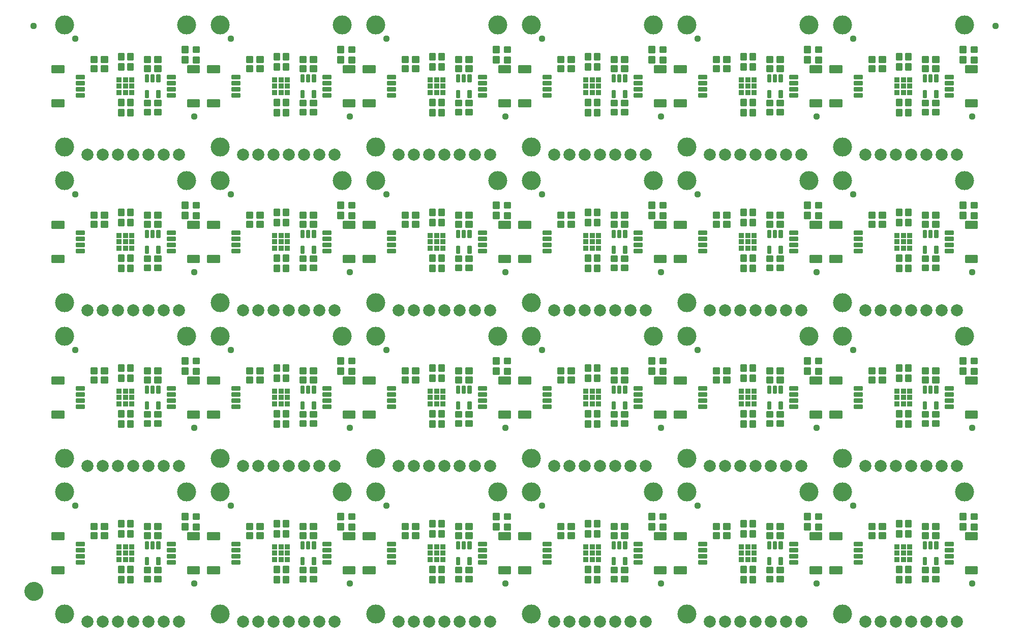
<source format=gts>
G04 EAGLE Gerber RS-274X export*
G75*
%MOMM*%
%FSLAX34Y34*%
%LPD*%
%INSoldermask Top*%
%IPPOS*%
%AMOC8*
5,1,8,0,0,1.08239X$1,22.5*%
G01*
%ADD10C,3.175000*%
%ADD11C,0.225400*%
%ADD12C,0.225588*%
%ADD13C,0.225369*%
%ADD14C,0.428259*%
%ADD15C,1.127000*%
%ADD16R,0.900000X0.850000*%
%ADD17C,0.223409*%
%ADD18C,2.006600*%
%ADD19C,1.270000*%
%ADD20C,1.627000*%


D10*
X25400Y228600D03*
X25400Y25400D03*
D11*
X123888Y154132D02*
X123888Y164148D01*
X123888Y154132D02*
X114872Y154132D01*
X114872Y164148D01*
X123888Y164148D01*
X123888Y156273D02*
X114872Y156273D01*
X114872Y158414D02*
X123888Y158414D01*
X123888Y160555D02*
X114872Y160555D01*
X114872Y162696D02*
X123888Y162696D01*
X123888Y171132D02*
X123888Y181148D01*
X123888Y171132D02*
X114872Y171132D01*
X114872Y181148D01*
X123888Y181148D01*
X123888Y173273D02*
X114872Y173273D01*
X114872Y175414D02*
X123888Y175414D01*
X123888Y177555D02*
X114872Y177555D01*
X114872Y179696D02*
X123888Y179696D01*
X139128Y164148D02*
X139128Y154132D01*
X130112Y154132D01*
X130112Y164148D01*
X139128Y164148D01*
X139128Y156273D02*
X130112Y156273D01*
X130112Y158414D02*
X139128Y158414D01*
X139128Y160555D02*
X130112Y160555D01*
X130112Y162696D02*
X139128Y162696D01*
X139128Y171132D02*
X139128Y181148D01*
X139128Y171132D02*
X130112Y171132D01*
X130112Y181148D01*
X139128Y181148D01*
X139128Y173273D02*
X130112Y173273D01*
X130112Y175414D02*
X139128Y175414D01*
X139128Y177555D02*
X130112Y177555D01*
X130112Y179696D02*
X139128Y179696D01*
D12*
X249203Y104507D02*
X249203Y93493D01*
X230189Y93493D01*
X230189Y104507D01*
X249203Y104507D01*
X249203Y95636D02*
X230189Y95636D01*
X230189Y97779D02*
X249203Y97779D01*
X249203Y99922D02*
X230189Y99922D01*
X230189Y102065D02*
X249203Y102065D01*
X249203Y104208D02*
X230189Y104208D01*
X249203Y149493D02*
X249203Y160507D01*
X249203Y149493D02*
X230189Y149493D01*
X230189Y160507D01*
X249203Y160507D01*
X249203Y151636D02*
X230189Y151636D01*
X230189Y153779D02*
X249203Y153779D01*
X249203Y155922D02*
X230189Y155922D01*
X230189Y158065D02*
X249203Y158065D01*
X249203Y160208D02*
X230189Y160208D01*
D13*
X209204Y114508D02*
X209204Y109492D01*
X196688Y109492D01*
X196688Y114508D01*
X209204Y114508D01*
X209204Y111633D02*
X196688Y111633D01*
X196688Y113774D02*
X209204Y113774D01*
X209204Y119492D02*
X209204Y124508D01*
X209204Y119492D02*
X196688Y119492D01*
X196688Y124508D01*
X209204Y124508D01*
X209204Y121633D02*
X196688Y121633D01*
X196688Y123774D02*
X209204Y123774D01*
X209204Y129492D02*
X209204Y134508D01*
X209204Y129492D02*
X196688Y129492D01*
X196688Y134508D01*
X209204Y134508D01*
X209204Y131633D02*
X196688Y131633D01*
X196688Y133774D02*
X209204Y133774D01*
X209204Y139492D02*
X209204Y144508D01*
X209204Y139492D02*
X196688Y139492D01*
X196688Y144508D01*
X209204Y144508D01*
X209204Y141633D02*
X196688Y141633D01*
X196688Y143774D02*
X209204Y143774D01*
D12*
X4543Y149493D02*
X4543Y160507D01*
X23557Y160507D01*
X23557Y149493D01*
X4543Y149493D01*
X4543Y151636D02*
X23557Y151636D01*
X23557Y153779D02*
X4543Y153779D01*
X4543Y155922D02*
X23557Y155922D01*
X23557Y158065D02*
X4543Y158065D01*
X4543Y160208D02*
X23557Y160208D01*
X4543Y104507D02*
X4543Y93493D01*
X4543Y104507D02*
X23557Y104507D01*
X23557Y93493D01*
X4543Y93493D01*
X4543Y95636D02*
X23557Y95636D01*
X23557Y97779D02*
X4543Y97779D01*
X4543Y99922D02*
X23557Y99922D01*
X23557Y102065D02*
X4543Y102065D01*
X4543Y104208D02*
X23557Y104208D01*
D13*
X44542Y139492D02*
X44542Y144508D01*
X57058Y144508D01*
X57058Y139492D01*
X44542Y139492D01*
X44542Y141633D02*
X57058Y141633D01*
X57058Y143774D02*
X44542Y143774D01*
X44542Y134508D02*
X44542Y129492D01*
X44542Y134508D02*
X57058Y134508D01*
X57058Y129492D01*
X44542Y129492D01*
X44542Y131633D02*
X57058Y131633D01*
X57058Y133774D02*
X44542Y133774D01*
X44542Y124508D02*
X44542Y119492D01*
X44542Y124508D02*
X57058Y124508D01*
X57058Y119492D01*
X44542Y119492D01*
X44542Y121633D02*
X57058Y121633D01*
X57058Y123774D02*
X44542Y123774D01*
X44542Y114508D02*
X44542Y109492D01*
X44542Y114508D02*
X57058Y114508D01*
X57058Y109492D01*
X44542Y109492D01*
X44542Y111633D02*
X57058Y111633D01*
X57058Y113774D02*
X44542Y113774D01*
D14*
X240600Y184600D02*
X247588Y184600D01*
X240600Y184600D02*
X240600Y191588D01*
X247588Y191588D01*
X247588Y184600D01*
X247588Y188669D02*
X240600Y188669D01*
X240600Y167060D02*
X247588Y167060D01*
X240600Y167060D02*
X240600Y174048D01*
X247588Y174048D01*
X247588Y167060D01*
X247588Y171129D02*
X240600Y171129D01*
D11*
X230060Y166324D02*
X230060Y176340D01*
X230060Y166324D02*
X221044Y166324D01*
X221044Y176340D01*
X230060Y176340D01*
X230060Y168465D02*
X221044Y168465D01*
X221044Y170606D02*
X230060Y170606D01*
X230060Y172747D02*
X221044Y172747D01*
X221044Y174888D02*
X230060Y174888D01*
X230060Y183324D02*
X230060Y193340D01*
X230060Y183324D02*
X221044Y183324D01*
X221044Y193340D01*
X230060Y193340D01*
X230060Y185465D02*
X221044Y185465D01*
X221044Y187606D02*
X230060Y187606D01*
X230060Y189747D02*
X221044Y189747D01*
X221044Y191888D02*
X230060Y191888D01*
D10*
X228600Y228600D03*
D15*
X43180Y205740D03*
X241300Y76200D03*
D16*
X116150Y137300D03*
X116150Y126800D03*
X116150Y116300D03*
X126650Y137300D03*
X126650Y126800D03*
X126650Y116300D03*
X137150Y137300D03*
X137150Y126800D03*
X137150Y116300D03*
D17*
X178682Y145519D02*
X183218Y145519D01*
X183218Y134483D01*
X178682Y134483D01*
X178682Y145519D01*
X178682Y136605D02*
X183218Y136605D01*
X183218Y138727D02*
X178682Y138727D01*
X178682Y140849D02*
X183218Y140849D01*
X183218Y142971D02*
X178682Y142971D01*
X178682Y145093D02*
X183218Y145093D01*
X173718Y145519D02*
X169182Y145519D01*
X173718Y145519D02*
X173718Y134483D01*
X169182Y134483D01*
X169182Y145519D01*
X169182Y136605D02*
X173718Y136605D01*
X173718Y138727D02*
X169182Y138727D01*
X169182Y140849D02*
X173718Y140849D01*
X173718Y142971D02*
X169182Y142971D01*
X169182Y145093D02*
X173718Y145093D01*
X164218Y145519D02*
X159682Y145519D01*
X164218Y145519D02*
X164218Y134483D01*
X159682Y134483D01*
X159682Y145519D01*
X159682Y136605D02*
X164218Y136605D01*
X164218Y138727D02*
X159682Y138727D01*
X159682Y140849D02*
X164218Y140849D01*
X164218Y142971D02*
X159682Y142971D01*
X159682Y145093D02*
X164218Y145093D01*
X164218Y119517D02*
X159682Y119517D01*
X164218Y119517D02*
X164218Y108481D01*
X159682Y108481D01*
X159682Y119517D01*
X159682Y110603D02*
X164218Y110603D01*
X164218Y112725D02*
X159682Y112725D01*
X159682Y114847D02*
X164218Y114847D01*
X164218Y116969D02*
X159682Y116969D01*
X159682Y119091D02*
X164218Y119091D01*
X178682Y119517D02*
X183218Y119517D01*
X183218Y108481D01*
X178682Y108481D01*
X178682Y119517D01*
X178682Y110603D02*
X183218Y110603D01*
X183218Y112725D02*
X178682Y112725D01*
X178682Y114847D02*
X183218Y114847D01*
X183218Y116969D02*
X178682Y116969D01*
X178682Y119091D02*
X183218Y119091D01*
D11*
X184958Y160718D02*
X174942Y160718D01*
X184958Y160718D02*
X184958Y151702D01*
X174942Y151702D01*
X174942Y160718D01*
X174942Y153843D02*
X184958Y153843D01*
X184958Y155984D02*
X174942Y155984D01*
X174942Y158125D02*
X184958Y158125D01*
X184958Y160266D02*
X174942Y160266D01*
X167958Y160718D02*
X157942Y160718D01*
X167958Y160718D02*
X167958Y151702D01*
X157942Y151702D01*
X157942Y160718D01*
X157942Y153843D02*
X167958Y153843D01*
X167958Y155984D02*
X157942Y155984D01*
X157942Y158125D02*
X167958Y158125D01*
X167958Y160266D02*
X157942Y160266D01*
X174942Y103568D02*
X184958Y103568D01*
X184958Y94552D01*
X174942Y94552D01*
X174942Y103568D01*
X174942Y96693D02*
X184958Y96693D01*
X184958Y98834D02*
X174942Y98834D01*
X174942Y100975D02*
X184958Y100975D01*
X184958Y103116D02*
X174942Y103116D01*
X167958Y103568D02*
X157942Y103568D01*
X167958Y103568D02*
X167958Y94552D01*
X157942Y94552D01*
X157942Y103568D01*
X157942Y96693D02*
X167958Y96693D01*
X167958Y98834D02*
X157942Y98834D01*
X157942Y100975D02*
X167958Y100975D01*
X167958Y103116D02*
X157942Y103116D01*
X157942Y166942D02*
X167958Y166942D01*
X157942Y166942D02*
X157942Y175958D01*
X167958Y175958D01*
X167958Y166942D01*
X167958Y169083D02*
X157942Y169083D01*
X157942Y171224D02*
X167958Y171224D01*
X167958Y173365D02*
X157942Y173365D01*
X157942Y175506D02*
X167958Y175506D01*
X174942Y166942D02*
X184958Y166942D01*
X174942Y166942D02*
X174942Y175958D01*
X184958Y175958D01*
X184958Y166942D01*
X184958Y169083D02*
X174942Y169083D01*
X174942Y171224D02*
X184958Y171224D01*
X184958Y173365D02*
X174942Y173365D01*
X174942Y175506D02*
X184958Y175506D01*
X167958Y79312D02*
X157942Y79312D01*
X157942Y88328D01*
X167958Y88328D01*
X167958Y79312D01*
X167958Y81453D02*
X157942Y81453D01*
X157942Y83594D02*
X167958Y83594D01*
X167958Y85735D02*
X157942Y85735D01*
X157942Y87876D02*
X167958Y87876D01*
X174942Y79312D02*
X184958Y79312D01*
X174942Y79312D02*
X174942Y88328D01*
X184958Y88328D01*
X184958Y79312D01*
X184958Y81453D02*
X174942Y81453D01*
X174942Y83594D02*
X184958Y83594D01*
X184958Y85735D02*
X174942Y85735D01*
X174942Y87876D02*
X184958Y87876D01*
D18*
X63500Y12700D03*
X88900Y12700D03*
X114300Y12700D03*
X139700Y12700D03*
X165100Y12700D03*
X190500Y12700D03*
X215900Y12700D03*
D11*
X130112Y94932D02*
X130112Y104948D01*
X139128Y104948D01*
X139128Y94932D01*
X130112Y94932D01*
X130112Y97073D02*
X139128Y97073D01*
X139128Y99214D02*
X130112Y99214D01*
X130112Y101355D02*
X139128Y101355D01*
X139128Y103496D02*
X130112Y103496D01*
X130112Y87948D02*
X130112Y77932D01*
X130112Y87948D02*
X139128Y87948D01*
X139128Y77932D01*
X130112Y77932D01*
X130112Y80073D02*
X139128Y80073D01*
X139128Y82214D02*
X130112Y82214D01*
X130112Y84355D02*
X139128Y84355D01*
X139128Y86496D02*
X130112Y86496D01*
X114872Y94932D02*
X114872Y104948D01*
X123888Y104948D01*
X123888Y94932D01*
X114872Y94932D01*
X114872Y97073D02*
X123888Y97073D01*
X123888Y99214D02*
X114872Y99214D01*
X114872Y101355D02*
X123888Y101355D01*
X123888Y103496D02*
X114872Y103496D01*
X114872Y87948D02*
X114872Y77932D01*
X114872Y87948D02*
X123888Y87948D01*
X123888Y77932D01*
X114872Y77932D01*
X114872Y80073D02*
X123888Y80073D01*
X123888Y82214D02*
X114872Y82214D01*
X114872Y84355D02*
X123888Y84355D01*
X123888Y86496D02*
X114872Y86496D01*
X79058Y166942D02*
X69042Y166942D01*
X69042Y175958D01*
X79058Y175958D01*
X79058Y166942D01*
X79058Y169083D02*
X69042Y169083D01*
X69042Y171224D02*
X79058Y171224D01*
X79058Y173365D02*
X69042Y173365D01*
X69042Y175506D02*
X79058Y175506D01*
X86042Y166942D02*
X96058Y166942D01*
X86042Y166942D02*
X86042Y175958D01*
X96058Y175958D01*
X96058Y166942D01*
X96058Y169083D02*
X86042Y169083D01*
X86042Y171224D02*
X96058Y171224D01*
X96058Y173365D02*
X86042Y173365D01*
X86042Y175506D02*
X96058Y175506D01*
X96058Y160718D02*
X86042Y160718D01*
X96058Y160718D02*
X96058Y151702D01*
X86042Y151702D01*
X86042Y160718D01*
X86042Y153843D02*
X96058Y153843D01*
X96058Y155984D02*
X86042Y155984D01*
X86042Y158125D02*
X96058Y158125D01*
X96058Y160266D02*
X86042Y160266D01*
X79058Y160718D02*
X69042Y160718D01*
X79058Y160718D02*
X79058Y151702D01*
X69042Y151702D01*
X69042Y160718D01*
X69042Y153843D02*
X79058Y153843D01*
X79058Y155984D02*
X69042Y155984D01*
X69042Y158125D02*
X79058Y158125D01*
X79058Y160266D02*
X69042Y160266D01*
D10*
X284480Y228600D03*
X284480Y25400D03*
D11*
X382968Y154132D02*
X382968Y164148D01*
X382968Y154132D02*
X373952Y154132D01*
X373952Y164148D01*
X382968Y164148D01*
X382968Y156273D02*
X373952Y156273D01*
X373952Y158414D02*
X382968Y158414D01*
X382968Y160555D02*
X373952Y160555D01*
X373952Y162696D02*
X382968Y162696D01*
X382968Y171132D02*
X382968Y181148D01*
X382968Y171132D02*
X373952Y171132D01*
X373952Y181148D01*
X382968Y181148D01*
X382968Y173273D02*
X373952Y173273D01*
X373952Y175414D02*
X382968Y175414D01*
X382968Y177555D02*
X373952Y177555D01*
X373952Y179696D02*
X382968Y179696D01*
X398208Y164148D02*
X398208Y154132D01*
X389192Y154132D01*
X389192Y164148D01*
X398208Y164148D01*
X398208Y156273D02*
X389192Y156273D01*
X389192Y158414D02*
X398208Y158414D01*
X398208Y160555D02*
X389192Y160555D01*
X389192Y162696D02*
X398208Y162696D01*
X398208Y171132D02*
X398208Y181148D01*
X398208Y171132D02*
X389192Y171132D01*
X389192Y181148D01*
X398208Y181148D01*
X398208Y173273D02*
X389192Y173273D01*
X389192Y175414D02*
X398208Y175414D01*
X398208Y177555D02*
X389192Y177555D01*
X389192Y179696D02*
X398208Y179696D01*
D12*
X508283Y104507D02*
X508283Y93493D01*
X489269Y93493D01*
X489269Y104507D01*
X508283Y104507D01*
X508283Y95636D02*
X489269Y95636D01*
X489269Y97779D02*
X508283Y97779D01*
X508283Y99922D02*
X489269Y99922D01*
X489269Y102065D02*
X508283Y102065D01*
X508283Y104208D02*
X489269Y104208D01*
X508283Y149493D02*
X508283Y160507D01*
X508283Y149493D02*
X489269Y149493D01*
X489269Y160507D01*
X508283Y160507D01*
X508283Y151636D02*
X489269Y151636D01*
X489269Y153779D02*
X508283Y153779D01*
X508283Y155922D02*
X489269Y155922D01*
X489269Y158065D02*
X508283Y158065D01*
X508283Y160208D02*
X489269Y160208D01*
D13*
X468284Y114508D02*
X468284Y109492D01*
X455768Y109492D01*
X455768Y114508D01*
X468284Y114508D01*
X468284Y111633D02*
X455768Y111633D01*
X455768Y113774D02*
X468284Y113774D01*
X468284Y119492D02*
X468284Y124508D01*
X468284Y119492D02*
X455768Y119492D01*
X455768Y124508D01*
X468284Y124508D01*
X468284Y121633D02*
X455768Y121633D01*
X455768Y123774D02*
X468284Y123774D01*
X468284Y129492D02*
X468284Y134508D01*
X468284Y129492D02*
X455768Y129492D01*
X455768Y134508D01*
X468284Y134508D01*
X468284Y131633D02*
X455768Y131633D01*
X455768Y133774D02*
X468284Y133774D01*
X468284Y139492D02*
X468284Y144508D01*
X468284Y139492D02*
X455768Y139492D01*
X455768Y144508D01*
X468284Y144508D01*
X468284Y141633D02*
X455768Y141633D01*
X455768Y143774D02*
X468284Y143774D01*
D12*
X263623Y149493D02*
X263623Y160507D01*
X282637Y160507D01*
X282637Y149493D01*
X263623Y149493D01*
X263623Y151636D02*
X282637Y151636D01*
X282637Y153779D02*
X263623Y153779D01*
X263623Y155922D02*
X282637Y155922D01*
X282637Y158065D02*
X263623Y158065D01*
X263623Y160208D02*
X282637Y160208D01*
X263623Y104507D02*
X263623Y93493D01*
X263623Y104507D02*
X282637Y104507D01*
X282637Y93493D01*
X263623Y93493D01*
X263623Y95636D02*
X282637Y95636D01*
X282637Y97779D02*
X263623Y97779D01*
X263623Y99922D02*
X282637Y99922D01*
X282637Y102065D02*
X263623Y102065D01*
X263623Y104208D02*
X282637Y104208D01*
D13*
X303622Y139492D02*
X303622Y144508D01*
X316138Y144508D01*
X316138Y139492D01*
X303622Y139492D01*
X303622Y141633D02*
X316138Y141633D01*
X316138Y143774D02*
X303622Y143774D01*
X303622Y134508D02*
X303622Y129492D01*
X303622Y134508D02*
X316138Y134508D01*
X316138Y129492D01*
X303622Y129492D01*
X303622Y131633D02*
X316138Y131633D01*
X316138Y133774D02*
X303622Y133774D01*
X303622Y124508D02*
X303622Y119492D01*
X303622Y124508D02*
X316138Y124508D01*
X316138Y119492D01*
X303622Y119492D01*
X303622Y121633D02*
X316138Y121633D01*
X316138Y123774D02*
X303622Y123774D01*
X303622Y114508D02*
X303622Y109492D01*
X303622Y114508D02*
X316138Y114508D01*
X316138Y109492D01*
X303622Y109492D01*
X303622Y111633D02*
X316138Y111633D01*
X316138Y113774D02*
X303622Y113774D01*
D14*
X499680Y184600D02*
X506668Y184600D01*
X499680Y184600D02*
X499680Y191588D01*
X506668Y191588D01*
X506668Y184600D01*
X506668Y188669D02*
X499680Y188669D01*
X499680Y167060D02*
X506668Y167060D01*
X499680Y167060D02*
X499680Y174048D01*
X506668Y174048D01*
X506668Y167060D01*
X506668Y171129D02*
X499680Y171129D01*
D11*
X489140Y166324D02*
X489140Y176340D01*
X489140Y166324D02*
X480124Y166324D01*
X480124Y176340D01*
X489140Y176340D01*
X489140Y168465D02*
X480124Y168465D01*
X480124Y170606D02*
X489140Y170606D01*
X489140Y172747D02*
X480124Y172747D01*
X480124Y174888D02*
X489140Y174888D01*
X489140Y183324D02*
X489140Y193340D01*
X489140Y183324D02*
X480124Y183324D01*
X480124Y193340D01*
X489140Y193340D01*
X489140Y185465D02*
X480124Y185465D01*
X480124Y187606D02*
X489140Y187606D01*
X489140Y189747D02*
X480124Y189747D01*
X480124Y191888D02*
X489140Y191888D01*
D10*
X487680Y228600D03*
D15*
X302260Y205740D03*
X500380Y76200D03*
D16*
X375230Y137300D03*
X375230Y126800D03*
X375230Y116300D03*
X385730Y137300D03*
X385730Y126800D03*
X385730Y116300D03*
X396230Y137300D03*
X396230Y126800D03*
X396230Y116300D03*
D17*
X437762Y145519D02*
X442298Y145519D01*
X442298Y134483D01*
X437762Y134483D01*
X437762Y145519D01*
X437762Y136605D02*
X442298Y136605D01*
X442298Y138727D02*
X437762Y138727D01*
X437762Y140849D02*
X442298Y140849D01*
X442298Y142971D02*
X437762Y142971D01*
X437762Y145093D02*
X442298Y145093D01*
X432798Y145519D02*
X428262Y145519D01*
X432798Y145519D02*
X432798Y134483D01*
X428262Y134483D01*
X428262Y145519D01*
X428262Y136605D02*
X432798Y136605D01*
X432798Y138727D02*
X428262Y138727D01*
X428262Y140849D02*
X432798Y140849D01*
X432798Y142971D02*
X428262Y142971D01*
X428262Y145093D02*
X432798Y145093D01*
X423298Y145519D02*
X418762Y145519D01*
X423298Y145519D02*
X423298Y134483D01*
X418762Y134483D01*
X418762Y145519D01*
X418762Y136605D02*
X423298Y136605D01*
X423298Y138727D02*
X418762Y138727D01*
X418762Y140849D02*
X423298Y140849D01*
X423298Y142971D02*
X418762Y142971D01*
X418762Y145093D02*
X423298Y145093D01*
X423298Y119517D02*
X418762Y119517D01*
X423298Y119517D02*
X423298Y108481D01*
X418762Y108481D01*
X418762Y119517D01*
X418762Y110603D02*
X423298Y110603D01*
X423298Y112725D02*
X418762Y112725D01*
X418762Y114847D02*
X423298Y114847D01*
X423298Y116969D02*
X418762Y116969D01*
X418762Y119091D02*
X423298Y119091D01*
X437762Y119517D02*
X442298Y119517D01*
X442298Y108481D01*
X437762Y108481D01*
X437762Y119517D01*
X437762Y110603D02*
X442298Y110603D01*
X442298Y112725D02*
X437762Y112725D01*
X437762Y114847D02*
X442298Y114847D01*
X442298Y116969D02*
X437762Y116969D01*
X437762Y119091D02*
X442298Y119091D01*
D11*
X444038Y160718D02*
X434022Y160718D01*
X444038Y160718D02*
X444038Y151702D01*
X434022Y151702D01*
X434022Y160718D01*
X434022Y153843D02*
X444038Y153843D01*
X444038Y155984D02*
X434022Y155984D01*
X434022Y158125D02*
X444038Y158125D01*
X444038Y160266D02*
X434022Y160266D01*
X427038Y160718D02*
X417022Y160718D01*
X427038Y160718D02*
X427038Y151702D01*
X417022Y151702D01*
X417022Y160718D01*
X417022Y153843D02*
X427038Y153843D01*
X427038Y155984D02*
X417022Y155984D01*
X417022Y158125D02*
X427038Y158125D01*
X427038Y160266D02*
X417022Y160266D01*
X434022Y103568D02*
X444038Y103568D01*
X444038Y94552D01*
X434022Y94552D01*
X434022Y103568D01*
X434022Y96693D02*
X444038Y96693D01*
X444038Y98834D02*
X434022Y98834D01*
X434022Y100975D02*
X444038Y100975D01*
X444038Y103116D02*
X434022Y103116D01*
X427038Y103568D02*
X417022Y103568D01*
X427038Y103568D02*
X427038Y94552D01*
X417022Y94552D01*
X417022Y103568D01*
X417022Y96693D02*
X427038Y96693D01*
X427038Y98834D02*
X417022Y98834D01*
X417022Y100975D02*
X427038Y100975D01*
X427038Y103116D02*
X417022Y103116D01*
X417022Y166942D02*
X427038Y166942D01*
X417022Y166942D02*
X417022Y175958D01*
X427038Y175958D01*
X427038Y166942D01*
X427038Y169083D02*
X417022Y169083D01*
X417022Y171224D02*
X427038Y171224D01*
X427038Y173365D02*
X417022Y173365D01*
X417022Y175506D02*
X427038Y175506D01*
X434022Y166942D02*
X444038Y166942D01*
X434022Y166942D02*
X434022Y175958D01*
X444038Y175958D01*
X444038Y166942D01*
X444038Y169083D02*
X434022Y169083D01*
X434022Y171224D02*
X444038Y171224D01*
X444038Y173365D02*
X434022Y173365D01*
X434022Y175506D02*
X444038Y175506D01*
X427038Y79312D02*
X417022Y79312D01*
X417022Y88328D01*
X427038Y88328D01*
X427038Y79312D01*
X427038Y81453D02*
X417022Y81453D01*
X417022Y83594D02*
X427038Y83594D01*
X427038Y85735D02*
X417022Y85735D01*
X417022Y87876D02*
X427038Y87876D01*
X434022Y79312D02*
X444038Y79312D01*
X434022Y79312D02*
X434022Y88328D01*
X444038Y88328D01*
X444038Y79312D01*
X444038Y81453D02*
X434022Y81453D01*
X434022Y83594D02*
X444038Y83594D01*
X444038Y85735D02*
X434022Y85735D01*
X434022Y87876D02*
X444038Y87876D01*
D18*
X322580Y12700D03*
X347980Y12700D03*
X373380Y12700D03*
X398780Y12700D03*
X424180Y12700D03*
X449580Y12700D03*
X474980Y12700D03*
D11*
X389192Y94932D02*
X389192Y104948D01*
X398208Y104948D01*
X398208Y94932D01*
X389192Y94932D01*
X389192Y97073D02*
X398208Y97073D01*
X398208Y99214D02*
X389192Y99214D01*
X389192Y101355D02*
X398208Y101355D01*
X398208Y103496D02*
X389192Y103496D01*
X389192Y87948D02*
X389192Y77932D01*
X389192Y87948D02*
X398208Y87948D01*
X398208Y77932D01*
X389192Y77932D01*
X389192Y80073D02*
X398208Y80073D01*
X398208Y82214D02*
X389192Y82214D01*
X389192Y84355D02*
X398208Y84355D01*
X398208Y86496D02*
X389192Y86496D01*
X373952Y94932D02*
X373952Y104948D01*
X382968Y104948D01*
X382968Y94932D01*
X373952Y94932D01*
X373952Y97073D02*
X382968Y97073D01*
X382968Y99214D02*
X373952Y99214D01*
X373952Y101355D02*
X382968Y101355D01*
X382968Y103496D02*
X373952Y103496D01*
X373952Y87948D02*
X373952Y77932D01*
X373952Y87948D02*
X382968Y87948D01*
X382968Y77932D01*
X373952Y77932D01*
X373952Y80073D02*
X382968Y80073D01*
X382968Y82214D02*
X373952Y82214D01*
X373952Y84355D02*
X382968Y84355D01*
X382968Y86496D02*
X373952Y86496D01*
X338138Y166942D02*
X328122Y166942D01*
X328122Y175958D01*
X338138Y175958D01*
X338138Y166942D01*
X338138Y169083D02*
X328122Y169083D01*
X328122Y171224D02*
X338138Y171224D01*
X338138Y173365D02*
X328122Y173365D01*
X328122Y175506D02*
X338138Y175506D01*
X345122Y166942D02*
X355138Y166942D01*
X345122Y166942D02*
X345122Y175958D01*
X355138Y175958D01*
X355138Y166942D01*
X355138Y169083D02*
X345122Y169083D01*
X345122Y171224D02*
X355138Y171224D01*
X355138Y173365D02*
X345122Y173365D01*
X345122Y175506D02*
X355138Y175506D01*
X355138Y160718D02*
X345122Y160718D01*
X355138Y160718D02*
X355138Y151702D01*
X345122Y151702D01*
X345122Y160718D01*
X345122Y153843D02*
X355138Y153843D01*
X355138Y155984D02*
X345122Y155984D01*
X345122Y158125D02*
X355138Y158125D01*
X355138Y160266D02*
X345122Y160266D01*
X338138Y160718D02*
X328122Y160718D01*
X338138Y160718D02*
X338138Y151702D01*
X328122Y151702D01*
X328122Y160718D01*
X328122Y153843D02*
X338138Y153843D01*
X338138Y155984D02*
X328122Y155984D01*
X328122Y158125D02*
X338138Y158125D01*
X338138Y160266D02*
X328122Y160266D01*
D10*
X543560Y228600D03*
X543560Y25400D03*
D11*
X642048Y154132D02*
X642048Y164148D01*
X642048Y154132D02*
X633032Y154132D01*
X633032Y164148D01*
X642048Y164148D01*
X642048Y156273D02*
X633032Y156273D01*
X633032Y158414D02*
X642048Y158414D01*
X642048Y160555D02*
X633032Y160555D01*
X633032Y162696D02*
X642048Y162696D01*
X642048Y171132D02*
X642048Y181148D01*
X642048Y171132D02*
X633032Y171132D01*
X633032Y181148D01*
X642048Y181148D01*
X642048Y173273D02*
X633032Y173273D01*
X633032Y175414D02*
X642048Y175414D01*
X642048Y177555D02*
X633032Y177555D01*
X633032Y179696D02*
X642048Y179696D01*
X657288Y164148D02*
X657288Y154132D01*
X648272Y154132D01*
X648272Y164148D01*
X657288Y164148D01*
X657288Y156273D02*
X648272Y156273D01*
X648272Y158414D02*
X657288Y158414D01*
X657288Y160555D02*
X648272Y160555D01*
X648272Y162696D02*
X657288Y162696D01*
X657288Y171132D02*
X657288Y181148D01*
X657288Y171132D02*
X648272Y171132D01*
X648272Y181148D01*
X657288Y181148D01*
X657288Y173273D02*
X648272Y173273D01*
X648272Y175414D02*
X657288Y175414D01*
X657288Y177555D02*
X648272Y177555D01*
X648272Y179696D02*
X657288Y179696D01*
D12*
X767363Y104507D02*
X767363Y93493D01*
X748349Y93493D01*
X748349Y104507D01*
X767363Y104507D01*
X767363Y95636D02*
X748349Y95636D01*
X748349Y97779D02*
X767363Y97779D01*
X767363Y99922D02*
X748349Y99922D01*
X748349Y102065D02*
X767363Y102065D01*
X767363Y104208D02*
X748349Y104208D01*
X767363Y149493D02*
X767363Y160507D01*
X767363Y149493D02*
X748349Y149493D01*
X748349Y160507D01*
X767363Y160507D01*
X767363Y151636D02*
X748349Y151636D01*
X748349Y153779D02*
X767363Y153779D01*
X767363Y155922D02*
X748349Y155922D01*
X748349Y158065D02*
X767363Y158065D01*
X767363Y160208D02*
X748349Y160208D01*
D13*
X727364Y114508D02*
X727364Y109492D01*
X714848Y109492D01*
X714848Y114508D01*
X727364Y114508D01*
X727364Y111633D02*
X714848Y111633D01*
X714848Y113774D02*
X727364Y113774D01*
X727364Y119492D02*
X727364Y124508D01*
X727364Y119492D02*
X714848Y119492D01*
X714848Y124508D01*
X727364Y124508D01*
X727364Y121633D02*
X714848Y121633D01*
X714848Y123774D02*
X727364Y123774D01*
X727364Y129492D02*
X727364Y134508D01*
X727364Y129492D02*
X714848Y129492D01*
X714848Y134508D01*
X727364Y134508D01*
X727364Y131633D02*
X714848Y131633D01*
X714848Y133774D02*
X727364Y133774D01*
X727364Y139492D02*
X727364Y144508D01*
X727364Y139492D02*
X714848Y139492D01*
X714848Y144508D01*
X727364Y144508D01*
X727364Y141633D02*
X714848Y141633D01*
X714848Y143774D02*
X727364Y143774D01*
D12*
X522703Y149493D02*
X522703Y160507D01*
X541717Y160507D01*
X541717Y149493D01*
X522703Y149493D01*
X522703Y151636D02*
X541717Y151636D01*
X541717Y153779D02*
X522703Y153779D01*
X522703Y155922D02*
X541717Y155922D01*
X541717Y158065D02*
X522703Y158065D01*
X522703Y160208D02*
X541717Y160208D01*
X522703Y104507D02*
X522703Y93493D01*
X522703Y104507D02*
X541717Y104507D01*
X541717Y93493D01*
X522703Y93493D01*
X522703Y95636D02*
X541717Y95636D01*
X541717Y97779D02*
X522703Y97779D01*
X522703Y99922D02*
X541717Y99922D01*
X541717Y102065D02*
X522703Y102065D01*
X522703Y104208D02*
X541717Y104208D01*
D13*
X562702Y139492D02*
X562702Y144508D01*
X575218Y144508D01*
X575218Y139492D01*
X562702Y139492D01*
X562702Y141633D02*
X575218Y141633D01*
X575218Y143774D02*
X562702Y143774D01*
X562702Y134508D02*
X562702Y129492D01*
X562702Y134508D02*
X575218Y134508D01*
X575218Y129492D01*
X562702Y129492D01*
X562702Y131633D02*
X575218Y131633D01*
X575218Y133774D02*
X562702Y133774D01*
X562702Y124508D02*
X562702Y119492D01*
X562702Y124508D02*
X575218Y124508D01*
X575218Y119492D01*
X562702Y119492D01*
X562702Y121633D02*
X575218Y121633D01*
X575218Y123774D02*
X562702Y123774D01*
X562702Y114508D02*
X562702Y109492D01*
X562702Y114508D02*
X575218Y114508D01*
X575218Y109492D01*
X562702Y109492D01*
X562702Y111633D02*
X575218Y111633D01*
X575218Y113774D02*
X562702Y113774D01*
D14*
X758760Y184600D02*
X765748Y184600D01*
X758760Y184600D02*
X758760Y191588D01*
X765748Y191588D01*
X765748Y184600D01*
X765748Y188669D02*
X758760Y188669D01*
X758760Y167060D02*
X765748Y167060D01*
X758760Y167060D02*
X758760Y174048D01*
X765748Y174048D01*
X765748Y167060D01*
X765748Y171129D02*
X758760Y171129D01*
D11*
X748220Y166324D02*
X748220Y176340D01*
X748220Y166324D02*
X739204Y166324D01*
X739204Y176340D01*
X748220Y176340D01*
X748220Y168465D02*
X739204Y168465D01*
X739204Y170606D02*
X748220Y170606D01*
X748220Y172747D02*
X739204Y172747D01*
X739204Y174888D02*
X748220Y174888D01*
X748220Y183324D02*
X748220Y193340D01*
X748220Y183324D02*
X739204Y183324D01*
X739204Y193340D01*
X748220Y193340D01*
X748220Y185465D02*
X739204Y185465D01*
X739204Y187606D02*
X748220Y187606D01*
X748220Y189747D02*
X739204Y189747D01*
X739204Y191888D02*
X748220Y191888D01*
D10*
X746760Y228600D03*
D15*
X561340Y205740D03*
X759460Y76200D03*
D16*
X634310Y137300D03*
X634310Y126800D03*
X634310Y116300D03*
X644810Y137300D03*
X644810Y126800D03*
X644810Y116300D03*
X655310Y137300D03*
X655310Y126800D03*
X655310Y116300D03*
D17*
X696842Y145519D02*
X701378Y145519D01*
X701378Y134483D01*
X696842Y134483D01*
X696842Y145519D01*
X696842Y136605D02*
X701378Y136605D01*
X701378Y138727D02*
X696842Y138727D01*
X696842Y140849D02*
X701378Y140849D01*
X701378Y142971D02*
X696842Y142971D01*
X696842Y145093D02*
X701378Y145093D01*
X691878Y145519D02*
X687342Y145519D01*
X691878Y145519D02*
X691878Y134483D01*
X687342Y134483D01*
X687342Y145519D01*
X687342Y136605D02*
X691878Y136605D01*
X691878Y138727D02*
X687342Y138727D01*
X687342Y140849D02*
X691878Y140849D01*
X691878Y142971D02*
X687342Y142971D01*
X687342Y145093D02*
X691878Y145093D01*
X682378Y145519D02*
X677842Y145519D01*
X682378Y145519D02*
X682378Y134483D01*
X677842Y134483D01*
X677842Y145519D01*
X677842Y136605D02*
X682378Y136605D01*
X682378Y138727D02*
X677842Y138727D01*
X677842Y140849D02*
X682378Y140849D01*
X682378Y142971D02*
X677842Y142971D01*
X677842Y145093D02*
X682378Y145093D01*
X682378Y119517D02*
X677842Y119517D01*
X682378Y119517D02*
X682378Y108481D01*
X677842Y108481D01*
X677842Y119517D01*
X677842Y110603D02*
X682378Y110603D01*
X682378Y112725D02*
X677842Y112725D01*
X677842Y114847D02*
X682378Y114847D01*
X682378Y116969D02*
X677842Y116969D01*
X677842Y119091D02*
X682378Y119091D01*
X696842Y119517D02*
X701378Y119517D01*
X701378Y108481D01*
X696842Y108481D01*
X696842Y119517D01*
X696842Y110603D02*
X701378Y110603D01*
X701378Y112725D02*
X696842Y112725D01*
X696842Y114847D02*
X701378Y114847D01*
X701378Y116969D02*
X696842Y116969D01*
X696842Y119091D02*
X701378Y119091D01*
D11*
X703118Y160718D02*
X693102Y160718D01*
X703118Y160718D02*
X703118Y151702D01*
X693102Y151702D01*
X693102Y160718D01*
X693102Y153843D02*
X703118Y153843D01*
X703118Y155984D02*
X693102Y155984D01*
X693102Y158125D02*
X703118Y158125D01*
X703118Y160266D02*
X693102Y160266D01*
X686118Y160718D02*
X676102Y160718D01*
X686118Y160718D02*
X686118Y151702D01*
X676102Y151702D01*
X676102Y160718D01*
X676102Y153843D02*
X686118Y153843D01*
X686118Y155984D02*
X676102Y155984D01*
X676102Y158125D02*
X686118Y158125D01*
X686118Y160266D02*
X676102Y160266D01*
X693102Y103568D02*
X703118Y103568D01*
X703118Y94552D01*
X693102Y94552D01*
X693102Y103568D01*
X693102Y96693D02*
X703118Y96693D01*
X703118Y98834D02*
X693102Y98834D01*
X693102Y100975D02*
X703118Y100975D01*
X703118Y103116D02*
X693102Y103116D01*
X686118Y103568D02*
X676102Y103568D01*
X686118Y103568D02*
X686118Y94552D01*
X676102Y94552D01*
X676102Y103568D01*
X676102Y96693D02*
X686118Y96693D01*
X686118Y98834D02*
X676102Y98834D01*
X676102Y100975D02*
X686118Y100975D01*
X686118Y103116D02*
X676102Y103116D01*
X676102Y166942D02*
X686118Y166942D01*
X676102Y166942D02*
X676102Y175958D01*
X686118Y175958D01*
X686118Y166942D01*
X686118Y169083D02*
X676102Y169083D01*
X676102Y171224D02*
X686118Y171224D01*
X686118Y173365D02*
X676102Y173365D01*
X676102Y175506D02*
X686118Y175506D01*
X693102Y166942D02*
X703118Y166942D01*
X693102Y166942D02*
X693102Y175958D01*
X703118Y175958D01*
X703118Y166942D01*
X703118Y169083D02*
X693102Y169083D01*
X693102Y171224D02*
X703118Y171224D01*
X703118Y173365D02*
X693102Y173365D01*
X693102Y175506D02*
X703118Y175506D01*
X686118Y79312D02*
X676102Y79312D01*
X676102Y88328D01*
X686118Y88328D01*
X686118Y79312D01*
X686118Y81453D02*
X676102Y81453D01*
X676102Y83594D02*
X686118Y83594D01*
X686118Y85735D02*
X676102Y85735D01*
X676102Y87876D02*
X686118Y87876D01*
X693102Y79312D02*
X703118Y79312D01*
X693102Y79312D02*
X693102Y88328D01*
X703118Y88328D01*
X703118Y79312D01*
X703118Y81453D02*
X693102Y81453D01*
X693102Y83594D02*
X703118Y83594D01*
X703118Y85735D02*
X693102Y85735D01*
X693102Y87876D02*
X703118Y87876D01*
D18*
X581660Y12700D03*
X607060Y12700D03*
X632460Y12700D03*
X657860Y12700D03*
X683260Y12700D03*
X708660Y12700D03*
X734060Y12700D03*
D11*
X648272Y94932D02*
X648272Y104948D01*
X657288Y104948D01*
X657288Y94932D01*
X648272Y94932D01*
X648272Y97073D02*
X657288Y97073D01*
X657288Y99214D02*
X648272Y99214D01*
X648272Y101355D02*
X657288Y101355D01*
X657288Y103496D02*
X648272Y103496D01*
X648272Y87948D02*
X648272Y77932D01*
X648272Y87948D02*
X657288Y87948D01*
X657288Y77932D01*
X648272Y77932D01*
X648272Y80073D02*
X657288Y80073D01*
X657288Y82214D02*
X648272Y82214D01*
X648272Y84355D02*
X657288Y84355D01*
X657288Y86496D02*
X648272Y86496D01*
X633032Y94932D02*
X633032Y104948D01*
X642048Y104948D01*
X642048Y94932D01*
X633032Y94932D01*
X633032Y97073D02*
X642048Y97073D01*
X642048Y99214D02*
X633032Y99214D01*
X633032Y101355D02*
X642048Y101355D01*
X642048Y103496D02*
X633032Y103496D01*
X633032Y87948D02*
X633032Y77932D01*
X633032Y87948D02*
X642048Y87948D01*
X642048Y77932D01*
X633032Y77932D01*
X633032Y80073D02*
X642048Y80073D01*
X642048Y82214D02*
X633032Y82214D01*
X633032Y84355D02*
X642048Y84355D01*
X642048Y86496D02*
X633032Y86496D01*
X597218Y166942D02*
X587202Y166942D01*
X587202Y175958D01*
X597218Y175958D01*
X597218Y166942D01*
X597218Y169083D02*
X587202Y169083D01*
X587202Y171224D02*
X597218Y171224D01*
X597218Y173365D02*
X587202Y173365D01*
X587202Y175506D02*
X597218Y175506D01*
X604202Y166942D02*
X614218Y166942D01*
X604202Y166942D02*
X604202Y175958D01*
X614218Y175958D01*
X614218Y166942D01*
X614218Y169083D02*
X604202Y169083D01*
X604202Y171224D02*
X614218Y171224D01*
X614218Y173365D02*
X604202Y173365D01*
X604202Y175506D02*
X614218Y175506D01*
X614218Y160718D02*
X604202Y160718D01*
X614218Y160718D02*
X614218Y151702D01*
X604202Y151702D01*
X604202Y160718D01*
X604202Y153843D02*
X614218Y153843D01*
X614218Y155984D02*
X604202Y155984D01*
X604202Y158125D02*
X614218Y158125D01*
X614218Y160266D02*
X604202Y160266D01*
X597218Y160718D02*
X587202Y160718D01*
X597218Y160718D02*
X597218Y151702D01*
X587202Y151702D01*
X587202Y160718D01*
X587202Y153843D02*
X597218Y153843D01*
X597218Y155984D02*
X587202Y155984D01*
X587202Y158125D02*
X597218Y158125D01*
X597218Y160266D02*
X587202Y160266D01*
D10*
X802640Y228600D03*
X802640Y25400D03*
D11*
X901128Y154132D02*
X901128Y164148D01*
X901128Y154132D02*
X892112Y154132D01*
X892112Y164148D01*
X901128Y164148D01*
X901128Y156273D02*
X892112Y156273D01*
X892112Y158414D02*
X901128Y158414D01*
X901128Y160555D02*
X892112Y160555D01*
X892112Y162696D02*
X901128Y162696D01*
X901128Y171132D02*
X901128Y181148D01*
X901128Y171132D02*
X892112Y171132D01*
X892112Y181148D01*
X901128Y181148D01*
X901128Y173273D02*
X892112Y173273D01*
X892112Y175414D02*
X901128Y175414D01*
X901128Y177555D02*
X892112Y177555D01*
X892112Y179696D02*
X901128Y179696D01*
X916368Y164148D02*
X916368Y154132D01*
X907352Y154132D01*
X907352Y164148D01*
X916368Y164148D01*
X916368Y156273D02*
X907352Y156273D01*
X907352Y158414D02*
X916368Y158414D01*
X916368Y160555D02*
X907352Y160555D01*
X907352Y162696D02*
X916368Y162696D01*
X916368Y171132D02*
X916368Y181148D01*
X916368Y171132D02*
X907352Y171132D01*
X907352Y181148D01*
X916368Y181148D01*
X916368Y173273D02*
X907352Y173273D01*
X907352Y175414D02*
X916368Y175414D01*
X916368Y177555D02*
X907352Y177555D01*
X907352Y179696D02*
X916368Y179696D01*
D12*
X1026443Y104507D02*
X1026443Y93493D01*
X1007429Y93493D01*
X1007429Y104507D01*
X1026443Y104507D01*
X1026443Y95636D02*
X1007429Y95636D01*
X1007429Y97779D02*
X1026443Y97779D01*
X1026443Y99922D02*
X1007429Y99922D01*
X1007429Y102065D02*
X1026443Y102065D01*
X1026443Y104208D02*
X1007429Y104208D01*
X1026443Y149493D02*
X1026443Y160507D01*
X1026443Y149493D02*
X1007429Y149493D01*
X1007429Y160507D01*
X1026443Y160507D01*
X1026443Y151636D02*
X1007429Y151636D01*
X1007429Y153779D02*
X1026443Y153779D01*
X1026443Y155922D02*
X1007429Y155922D01*
X1007429Y158065D02*
X1026443Y158065D01*
X1026443Y160208D02*
X1007429Y160208D01*
D13*
X986444Y114508D02*
X986444Y109492D01*
X973928Y109492D01*
X973928Y114508D01*
X986444Y114508D01*
X986444Y111633D02*
X973928Y111633D01*
X973928Y113774D02*
X986444Y113774D01*
X986444Y119492D02*
X986444Y124508D01*
X986444Y119492D02*
X973928Y119492D01*
X973928Y124508D01*
X986444Y124508D01*
X986444Y121633D02*
X973928Y121633D01*
X973928Y123774D02*
X986444Y123774D01*
X986444Y129492D02*
X986444Y134508D01*
X986444Y129492D02*
X973928Y129492D01*
X973928Y134508D01*
X986444Y134508D01*
X986444Y131633D02*
X973928Y131633D01*
X973928Y133774D02*
X986444Y133774D01*
X986444Y139492D02*
X986444Y144508D01*
X986444Y139492D02*
X973928Y139492D01*
X973928Y144508D01*
X986444Y144508D01*
X986444Y141633D02*
X973928Y141633D01*
X973928Y143774D02*
X986444Y143774D01*
D12*
X781783Y149493D02*
X781783Y160507D01*
X800797Y160507D01*
X800797Y149493D01*
X781783Y149493D01*
X781783Y151636D02*
X800797Y151636D01*
X800797Y153779D02*
X781783Y153779D01*
X781783Y155922D02*
X800797Y155922D01*
X800797Y158065D02*
X781783Y158065D01*
X781783Y160208D02*
X800797Y160208D01*
X781783Y104507D02*
X781783Y93493D01*
X781783Y104507D02*
X800797Y104507D01*
X800797Y93493D01*
X781783Y93493D01*
X781783Y95636D02*
X800797Y95636D01*
X800797Y97779D02*
X781783Y97779D01*
X781783Y99922D02*
X800797Y99922D01*
X800797Y102065D02*
X781783Y102065D01*
X781783Y104208D02*
X800797Y104208D01*
D13*
X821782Y139492D02*
X821782Y144508D01*
X834298Y144508D01*
X834298Y139492D01*
X821782Y139492D01*
X821782Y141633D02*
X834298Y141633D01*
X834298Y143774D02*
X821782Y143774D01*
X821782Y134508D02*
X821782Y129492D01*
X821782Y134508D02*
X834298Y134508D01*
X834298Y129492D01*
X821782Y129492D01*
X821782Y131633D02*
X834298Y131633D01*
X834298Y133774D02*
X821782Y133774D01*
X821782Y124508D02*
X821782Y119492D01*
X821782Y124508D02*
X834298Y124508D01*
X834298Y119492D01*
X821782Y119492D01*
X821782Y121633D02*
X834298Y121633D01*
X834298Y123774D02*
X821782Y123774D01*
X821782Y114508D02*
X821782Y109492D01*
X821782Y114508D02*
X834298Y114508D01*
X834298Y109492D01*
X821782Y109492D01*
X821782Y111633D02*
X834298Y111633D01*
X834298Y113774D02*
X821782Y113774D01*
D14*
X1017840Y184600D02*
X1024828Y184600D01*
X1017840Y184600D02*
X1017840Y191588D01*
X1024828Y191588D01*
X1024828Y184600D01*
X1024828Y188669D02*
X1017840Y188669D01*
X1017840Y167060D02*
X1024828Y167060D01*
X1017840Y167060D02*
X1017840Y174048D01*
X1024828Y174048D01*
X1024828Y167060D01*
X1024828Y171129D02*
X1017840Y171129D01*
D11*
X1007300Y166324D02*
X1007300Y176340D01*
X1007300Y166324D02*
X998284Y166324D01*
X998284Y176340D01*
X1007300Y176340D01*
X1007300Y168465D02*
X998284Y168465D01*
X998284Y170606D02*
X1007300Y170606D01*
X1007300Y172747D02*
X998284Y172747D01*
X998284Y174888D02*
X1007300Y174888D01*
X1007300Y183324D02*
X1007300Y193340D01*
X1007300Y183324D02*
X998284Y183324D01*
X998284Y193340D01*
X1007300Y193340D01*
X1007300Y185465D02*
X998284Y185465D01*
X998284Y187606D02*
X1007300Y187606D01*
X1007300Y189747D02*
X998284Y189747D01*
X998284Y191888D02*
X1007300Y191888D01*
D10*
X1005840Y228600D03*
D15*
X820420Y205740D03*
X1018540Y76200D03*
D16*
X893390Y137300D03*
X893390Y126800D03*
X893390Y116300D03*
X903890Y137300D03*
X903890Y126800D03*
X903890Y116300D03*
X914390Y137300D03*
X914390Y126800D03*
X914390Y116300D03*
D17*
X955922Y145519D02*
X960458Y145519D01*
X960458Y134483D01*
X955922Y134483D01*
X955922Y145519D01*
X955922Y136605D02*
X960458Y136605D01*
X960458Y138727D02*
X955922Y138727D01*
X955922Y140849D02*
X960458Y140849D01*
X960458Y142971D02*
X955922Y142971D01*
X955922Y145093D02*
X960458Y145093D01*
X950958Y145519D02*
X946422Y145519D01*
X950958Y145519D02*
X950958Y134483D01*
X946422Y134483D01*
X946422Y145519D01*
X946422Y136605D02*
X950958Y136605D01*
X950958Y138727D02*
X946422Y138727D01*
X946422Y140849D02*
X950958Y140849D01*
X950958Y142971D02*
X946422Y142971D01*
X946422Y145093D02*
X950958Y145093D01*
X941458Y145519D02*
X936922Y145519D01*
X941458Y145519D02*
X941458Y134483D01*
X936922Y134483D01*
X936922Y145519D01*
X936922Y136605D02*
X941458Y136605D01*
X941458Y138727D02*
X936922Y138727D01*
X936922Y140849D02*
X941458Y140849D01*
X941458Y142971D02*
X936922Y142971D01*
X936922Y145093D02*
X941458Y145093D01*
X941458Y119517D02*
X936922Y119517D01*
X941458Y119517D02*
X941458Y108481D01*
X936922Y108481D01*
X936922Y119517D01*
X936922Y110603D02*
X941458Y110603D01*
X941458Y112725D02*
X936922Y112725D01*
X936922Y114847D02*
X941458Y114847D01*
X941458Y116969D02*
X936922Y116969D01*
X936922Y119091D02*
X941458Y119091D01*
X955922Y119517D02*
X960458Y119517D01*
X960458Y108481D01*
X955922Y108481D01*
X955922Y119517D01*
X955922Y110603D02*
X960458Y110603D01*
X960458Y112725D02*
X955922Y112725D01*
X955922Y114847D02*
X960458Y114847D01*
X960458Y116969D02*
X955922Y116969D01*
X955922Y119091D02*
X960458Y119091D01*
D11*
X962198Y160718D02*
X952182Y160718D01*
X962198Y160718D02*
X962198Y151702D01*
X952182Y151702D01*
X952182Y160718D01*
X952182Y153843D02*
X962198Y153843D01*
X962198Y155984D02*
X952182Y155984D01*
X952182Y158125D02*
X962198Y158125D01*
X962198Y160266D02*
X952182Y160266D01*
X945198Y160718D02*
X935182Y160718D01*
X945198Y160718D02*
X945198Y151702D01*
X935182Y151702D01*
X935182Y160718D01*
X935182Y153843D02*
X945198Y153843D01*
X945198Y155984D02*
X935182Y155984D01*
X935182Y158125D02*
X945198Y158125D01*
X945198Y160266D02*
X935182Y160266D01*
X952182Y103568D02*
X962198Y103568D01*
X962198Y94552D01*
X952182Y94552D01*
X952182Y103568D01*
X952182Y96693D02*
X962198Y96693D01*
X962198Y98834D02*
X952182Y98834D01*
X952182Y100975D02*
X962198Y100975D01*
X962198Y103116D02*
X952182Y103116D01*
X945198Y103568D02*
X935182Y103568D01*
X945198Y103568D02*
X945198Y94552D01*
X935182Y94552D01*
X935182Y103568D01*
X935182Y96693D02*
X945198Y96693D01*
X945198Y98834D02*
X935182Y98834D01*
X935182Y100975D02*
X945198Y100975D01*
X945198Y103116D02*
X935182Y103116D01*
X935182Y166942D02*
X945198Y166942D01*
X935182Y166942D02*
X935182Y175958D01*
X945198Y175958D01*
X945198Y166942D01*
X945198Y169083D02*
X935182Y169083D01*
X935182Y171224D02*
X945198Y171224D01*
X945198Y173365D02*
X935182Y173365D01*
X935182Y175506D02*
X945198Y175506D01*
X952182Y166942D02*
X962198Y166942D01*
X952182Y166942D02*
X952182Y175958D01*
X962198Y175958D01*
X962198Y166942D01*
X962198Y169083D02*
X952182Y169083D01*
X952182Y171224D02*
X962198Y171224D01*
X962198Y173365D02*
X952182Y173365D01*
X952182Y175506D02*
X962198Y175506D01*
X945198Y79312D02*
X935182Y79312D01*
X935182Y88328D01*
X945198Y88328D01*
X945198Y79312D01*
X945198Y81453D02*
X935182Y81453D01*
X935182Y83594D02*
X945198Y83594D01*
X945198Y85735D02*
X935182Y85735D01*
X935182Y87876D02*
X945198Y87876D01*
X952182Y79312D02*
X962198Y79312D01*
X952182Y79312D02*
X952182Y88328D01*
X962198Y88328D01*
X962198Y79312D01*
X962198Y81453D02*
X952182Y81453D01*
X952182Y83594D02*
X962198Y83594D01*
X962198Y85735D02*
X952182Y85735D01*
X952182Y87876D02*
X962198Y87876D01*
D18*
X840740Y12700D03*
X866140Y12700D03*
X891540Y12700D03*
X916940Y12700D03*
X942340Y12700D03*
X967740Y12700D03*
X993140Y12700D03*
D11*
X907352Y94932D02*
X907352Y104948D01*
X916368Y104948D01*
X916368Y94932D01*
X907352Y94932D01*
X907352Y97073D02*
X916368Y97073D01*
X916368Y99214D02*
X907352Y99214D01*
X907352Y101355D02*
X916368Y101355D01*
X916368Y103496D02*
X907352Y103496D01*
X907352Y87948D02*
X907352Y77932D01*
X907352Y87948D02*
X916368Y87948D01*
X916368Y77932D01*
X907352Y77932D01*
X907352Y80073D02*
X916368Y80073D01*
X916368Y82214D02*
X907352Y82214D01*
X907352Y84355D02*
X916368Y84355D01*
X916368Y86496D02*
X907352Y86496D01*
X892112Y94932D02*
X892112Y104948D01*
X901128Y104948D01*
X901128Y94932D01*
X892112Y94932D01*
X892112Y97073D02*
X901128Y97073D01*
X901128Y99214D02*
X892112Y99214D01*
X892112Y101355D02*
X901128Y101355D01*
X901128Y103496D02*
X892112Y103496D01*
X892112Y87948D02*
X892112Y77932D01*
X892112Y87948D02*
X901128Y87948D01*
X901128Y77932D01*
X892112Y77932D01*
X892112Y80073D02*
X901128Y80073D01*
X901128Y82214D02*
X892112Y82214D01*
X892112Y84355D02*
X901128Y84355D01*
X901128Y86496D02*
X892112Y86496D01*
X856298Y166942D02*
X846282Y166942D01*
X846282Y175958D01*
X856298Y175958D01*
X856298Y166942D01*
X856298Y169083D02*
X846282Y169083D01*
X846282Y171224D02*
X856298Y171224D01*
X856298Y173365D02*
X846282Y173365D01*
X846282Y175506D02*
X856298Y175506D01*
X863282Y166942D02*
X873298Y166942D01*
X863282Y166942D02*
X863282Y175958D01*
X873298Y175958D01*
X873298Y166942D01*
X873298Y169083D02*
X863282Y169083D01*
X863282Y171224D02*
X873298Y171224D01*
X873298Y173365D02*
X863282Y173365D01*
X863282Y175506D02*
X873298Y175506D01*
X873298Y160718D02*
X863282Y160718D01*
X873298Y160718D02*
X873298Y151702D01*
X863282Y151702D01*
X863282Y160718D01*
X863282Y153843D02*
X873298Y153843D01*
X873298Y155984D02*
X863282Y155984D01*
X863282Y158125D02*
X873298Y158125D01*
X873298Y160266D02*
X863282Y160266D01*
X856298Y160718D02*
X846282Y160718D01*
X856298Y160718D02*
X856298Y151702D01*
X846282Y151702D01*
X846282Y160718D01*
X846282Y153843D02*
X856298Y153843D01*
X856298Y155984D02*
X846282Y155984D01*
X846282Y158125D02*
X856298Y158125D01*
X856298Y160266D02*
X846282Y160266D01*
D10*
X1061720Y228600D03*
X1061720Y25400D03*
D11*
X1160208Y154132D02*
X1160208Y164148D01*
X1160208Y154132D02*
X1151192Y154132D01*
X1151192Y164148D01*
X1160208Y164148D01*
X1160208Y156273D02*
X1151192Y156273D01*
X1151192Y158414D02*
X1160208Y158414D01*
X1160208Y160555D02*
X1151192Y160555D01*
X1151192Y162696D02*
X1160208Y162696D01*
X1160208Y171132D02*
X1160208Y181148D01*
X1160208Y171132D02*
X1151192Y171132D01*
X1151192Y181148D01*
X1160208Y181148D01*
X1160208Y173273D02*
X1151192Y173273D01*
X1151192Y175414D02*
X1160208Y175414D01*
X1160208Y177555D02*
X1151192Y177555D01*
X1151192Y179696D02*
X1160208Y179696D01*
X1175448Y164148D02*
X1175448Y154132D01*
X1166432Y154132D01*
X1166432Y164148D01*
X1175448Y164148D01*
X1175448Y156273D02*
X1166432Y156273D01*
X1166432Y158414D02*
X1175448Y158414D01*
X1175448Y160555D02*
X1166432Y160555D01*
X1166432Y162696D02*
X1175448Y162696D01*
X1175448Y171132D02*
X1175448Y181148D01*
X1175448Y171132D02*
X1166432Y171132D01*
X1166432Y181148D01*
X1175448Y181148D01*
X1175448Y173273D02*
X1166432Y173273D01*
X1166432Y175414D02*
X1175448Y175414D01*
X1175448Y177555D02*
X1166432Y177555D01*
X1166432Y179696D02*
X1175448Y179696D01*
D12*
X1285523Y104507D02*
X1285523Y93493D01*
X1266509Y93493D01*
X1266509Y104507D01*
X1285523Y104507D01*
X1285523Y95636D02*
X1266509Y95636D01*
X1266509Y97779D02*
X1285523Y97779D01*
X1285523Y99922D02*
X1266509Y99922D01*
X1266509Y102065D02*
X1285523Y102065D01*
X1285523Y104208D02*
X1266509Y104208D01*
X1285523Y149493D02*
X1285523Y160507D01*
X1285523Y149493D02*
X1266509Y149493D01*
X1266509Y160507D01*
X1285523Y160507D01*
X1285523Y151636D02*
X1266509Y151636D01*
X1266509Y153779D02*
X1285523Y153779D01*
X1285523Y155922D02*
X1266509Y155922D01*
X1266509Y158065D02*
X1285523Y158065D01*
X1285523Y160208D02*
X1266509Y160208D01*
D13*
X1245524Y114508D02*
X1245524Y109492D01*
X1233008Y109492D01*
X1233008Y114508D01*
X1245524Y114508D01*
X1245524Y111633D02*
X1233008Y111633D01*
X1233008Y113774D02*
X1245524Y113774D01*
X1245524Y119492D02*
X1245524Y124508D01*
X1245524Y119492D02*
X1233008Y119492D01*
X1233008Y124508D01*
X1245524Y124508D01*
X1245524Y121633D02*
X1233008Y121633D01*
X1233008Y123774D02*
X1245524Y123774D01*
X1245524Y129492D02*
X1245524Y134508D01*
X1245524Y129492D02*
X1233008Y129492D01*
X1233008Y134508D01*
X1245524Y134508D01*
X1245524Y131633D02*
X1233008Y131633D01*
X1233008Y133774D02*
X1245524Y133774D01*
X1245524Y139492D02*
X1245524Y144508D01*
X1245524Y139492D02*
X1233008Y139492D01*
X1233008Y144508D01*
X1245524Y144508D01*
X1245524Y141633D02*
X1233008Y141633D01*
X1233008Y143774D02*
X1245524Y143774D01*
D12*
X1040863Y149493D02*
X1040863Y160507D01*
X1059877Y160507D01*
X1059877Y149493D01*
X1040863Y149493D01*
X1040863Y151636D02*
X1059877Y151636D01*
X1059877Y153779D02*
X1040863Y153779D01*
X1040863Y155922D02*
X1059877Y155922D01*
X1059877Y158065D02*
X1040863Y158065D01*
X1040863Y160208D02*
X1059877Y160208D01*
X1040863Y104507D02*
X1040863Y93493D01*
X1040863Y104507D02*
X1059877Y104507D01*
X1059877Y93493D01*
X1040863Y93493D01*
X1040863Y95636D02*
X1059877Y95636D01*
X1059877Y97779D02*
X1040863Y97779D01*
X1040863Y99922D02*
X1059877Y99922D01*
X1059877Y102065D02*
X1040863Y102065D01*
X1040863Y104208D02*
X1059877Y104208D01*
D13*
X1080862Y139492D02*
X1080862Y144508D01*
X1093378Y144508D01*
X1093378Y139492D01*
X1080862Y139492D01*
X1080862Y141633D02*
X1093378Y141633D01*
X1093378Y143774D02*
X1080862Y143774D01*
X1080862Y134508D02*
X1080862Y129492D01*
X1080862Y134508D02*
X1093378Y134508D01*
X1093378Y129492D01*
X1080862Y129492D01*
X1080862Y131633D02*
X1093378Y131633D01*
X1093378Y133774D02*
X1080862Y133774D01*
X1080862Y124508D02*
X1080862Y119492D01*
X1080862Y124508D02*
X1093378Y124508D01*
X1093378Y119492D01*
X1080862Y119492D01*
X1080862Y121633D02*
X1093378Y121633D01*
X1093378Y123774D02*
X1080862Y123774D01*
X1080862Y114508D02*
X1080862Y109492D01*
X1080862Y114508D02*
X1093378Y114508D01*
X1093378Y109492D01*
X1080862Y109492D01*
X1080862Y111633D02*
X1093378Y111633D01*
X1093378Y113774D02*
X1080862Y113774D01*
D14*
X1276920Y184600D02*
X1283908Y184600D01*
X1276920Y184600D02*
X1276920Y191588D01*
X1283908Y191588D01*
X1283908Y184600D01*
X1283908Y188669D02*
X1276920Y188669D01*
X1276920Y167060D02*
X1283908Y167060D01*
X1276920Y167060D02*
X1276920Y174048D01*
X1283908Y174048D01*
X1283908Y167060D01*
X1283908Y171129D02*
X1276920Y171129D01*
D11*
X1266380Y166324D02*
X1266380Y176340D01*
X1266380Y166324D02*
X1257364Y166324D01*
X1257364Y176340D01*
X1266380Y176340D01*
X1266380Y168465D02*
X1257364Y168465D01*
X1257364Y170606D02*
X1266380Y170606D01*
X1266380Y172747D02*
X1257364Y172747D01*
X1257364Y174888D02*
X1266380Y174888D01*
X1266380Y183324D02*
X1266380Y193340D01*
X1266380Y183324D02*
X1257364Y183324D01*
X1257364Y193340D01*
X1266380Y193340D01*
X1266380Y185465D02*
X1257364Y185465D01*
X1257364Y187606D02*
X1266380Y187606D01*
X1266380Y189747D02*
X1257364Y189747D01*
X1257364Y191888D02*
X1266380Y191888D01*
D10*
X1264920Y228600D03*
D15*
X1079500Y205740D03*
X1277620Y76200D03*
D16*
X1152470Y137300D03*
X1152470Y126800D03*
X1152470Y116300D03*
X1162970Y137300D03*
X1162970Y126800D03*
X1162970Y116300D03*
X1173470Y137300D03*
X1173470Y126800D03*
X1173470Y116300D03*
D17*
X1215002Y145519D02*
X1219538Y145519D01*
X1219538Y134483D01*
X1215002Y134483D01*
X1215002Y145519D01*
X1215002Y136605D02*
X1219538Y136605D01*
X1219538Y138727D02*
X1215002Y138727D01*
X1215002Y140849D02*
X1219538Y140849D01*
X1219538Y142971D02*
X1215002Y142971D01*
X1215002Y145093D02*
X1219538Y145093D01*
X1210038Y145519D02*
X1205502Y145519D01*
X1210038Y145519D02*
X1210038Y134483D01*
X1205502Y134483D01*
X1205502Y145519D01*
X1205502Y136605D02*
X1210038Y136605D01*
X1210038Y138727D02*
X1205502Y138727D01*
X1205502Y140849D02*
X1210038Y140849D01*
X1210038Y142971D02*
X1205502Y142971D01*
X1205502Y145093D02*
X1210038Y145093D01*
X1200538Y145519D02*
X1196002Y145519D01*
X1200538Y145519D02*
X1200538Y134483D01*
X1196002Y134483D01*
X1196002Y145519D01*
X1196002Y136605D02*
X1200538Y136605D01*
X1200538Y138727D02*
X1196002Y138727D01*
X1196002Y140849D02*
X1200538Y140849D01*
X1200538Y142971D02*
X1196002Y142971D01*
X1196002Y145093D02*
X1200538Y145093D01*
X1200538Y119517D02*
X1196002Y119517D01*
X1200538Y119517D02*
X1200538Y108481D01*
X1196002Y108481D01*
X1196002Y119517D01*
X1196002Y110603D02*
X1200538Y110603D01*
X1200538Y112725D02*
X1196002Y112725D01*
X1196002Y114847D02*
X1200538Y114847D01*
X1200538Y116969D02*
X1196002Y116969D01*
X1196002Y119091D02*
X1200538Y119091D01*
X1215002Y119517D02*
X1219538Y119517D01*
X1219538Y108481D01*
X1215002Y108481D01*
X1215002Y119517D01*
X1215002Y110603D02*
X1219538Y110603D01*
X1219538Y112725D02*
X1215002Y112725D01*
X1215002Y114847D02*
X1219538Y114847D01*
X1219538Y116969D02*
X1215002Y116969D01*
X1215002Y119091D02*
X1219538Y119091D01*
D11*
X1221278Y160718D02*
X1211262Y160718D01*
X1221278Y160718D02*
X1221278Y151702D01*
X1211262Y151702D01*
X1211262Y160718D01*
X1211262Y153843D02*
X1221278Y153843D01*
X1221278Y155984D02*
X1211262Y155984D01*
X1211262Y158125D02*
X1221278Y158125D01*
X1221278Y160266D02*
X1211262Y160266D01*
X1204278Y160718D02*
X1194262Y160718D01*
X1204278Y160718D02*
X1204278Y151702D01*
X1194262Y151702D01*
X1194262Y160718D01*
X1194262Y153843D02*
X1204278Y153843D01*
X1204278Y155984D02*
X1194262Y155984D01*
X1194262Y158125D02*
X1204278Y158125D01*
X1204278Y160266D02*
X1194262Y160266D01*
X1211262Y103568D02*
X1221278Y103568D01*
X1221278Y94552D01*
X1211262Y94552D01*
X1211262Y103568D01*
X1211262Y96693D02*
X1221278Y96693D01*
X1221278Y98834D02*
X1211262Y98834D01*
X1211262Y100975D02*
X1221278Y100975D01*
X1221278Y103116D02*
X1211262Y103116D01*
X1204278Y103568D02*
X1194262Y103568D01*
X1204278Y103568D02*
X1204278Y94552D01*
X1194262Y94552D01*
X1194262Y103568D01*
X1194262Y96693D02*
X1204278Y96693D01*
X1204278Y98834D02*
X1194262Y98834D01*
X1194262Y100975D02*
X1204278Y100975D01*
X1204278Y103116D02*
X1194262Y103116D01*
X1194262Y166942D02*
X1204278Y166942D01*
X1194262Y166942D02*
X1194262Y175958D01*
X1204278Y175958D01*
X1204278Y166942D01*
X1204278Y169083D02*
X1194262Y169083D01*
X1194262Y171224D02*
X1204278Y171224D01*
X1204278Y173365D02*
X1194262Y173365D01*
X1194262Y175506D02*
X1204278Y175506D01*
X1211262Y166942D02*
X1221278Y166942D01*
X1211262Y166942D02*
X1211262Y175958D01*
X1221278Y175958D01*
X1221278Y166942D01*
X1221278Y169083D02*
X1211262Y169083D01*
X1211262Y171224D02*
X1221278Y171224D01*
X1221278Y173365D02*
X1211262Y173365D01*
X1211262Y175506D02*
X1221278Y175506D01*
X1204278Y79312D02*
X1194262Y79312D01*
X1194262Y88328D01*
X1204278Y88328D01*
X1204278Y79312D01*
X1204278Y81453D02*
X1194262Y81453D01*
X1194262Y83594D02*
X1204278Y83594D01*
X1204278Y85735D02*
X1194262Y85735D01*
X1194262Y87876D02*
X1204278Y87876D01*
X1211262Y79312D02*
X1221278Y79312D01*
X1211262Y79312D02*
X1211262Y88328D01*
X1221278Y88328D01*
X1221278Y79312D01*
X1221278Y81453D02*
X1211262Y81453D01*
X1211262Y83594D02*
X1221278Y83594D01*
X1221278Y85735D02*
X1211262Y85735D01*
X1211262Y87876D02*
X1221278Y87876D01*
D18*
X1099820Y12700D03*
X1125220Y12700D03*
X1150620Y12700D03*
X1176020Y12700D03*
X1201420Y12700D03*
X1226820Y12700D03*
X1252220Y12700D03*
D11*
X1166432Y94932D02*
X1166432Y104948D01*
X1175448Y104948D01*
X1175448Y94932D01*
X1166432Y94932D01*
X1166432Y97073D02*
X1175448Y97073D01*
X1175448Y99214D02*
X1166432Y99214D01*
X1166432Y101355D02*
X1175448Y101355D01*
X1175448Y103496D02*
X1166432Y103496D01*
X1166432Y87948D02*
X1166432Y77932D01*
X1166432Y87948D02*
X1175448Y87948D01*
X1175448Y77932D01*
X1166432Y77932D01*
X1166432Y80073D02*
X1175448Y80073D01*
X1175448Y82214D02*
X1166432Y82214D01*
X1166432Y84355D02*
X1175448Y84355D01*
X1175448Y86496D02*
X1166432Y86496D01*
X1151192Y94932D02*
X1151192Y104948D01*
X1160208Y104948D01*
X1160208Y94932D01*
X1151192Y94932D01*
X1151192Y97073D02*
X1160208Y97073D01*
X1160208Y99214D02*
X1151192Y99214D01*
X1151192Y101355D02*
X1160208Y101355D01*
X1160208Y103496D02*
X1151192Y103496D01*
X1151192Y87948D02*
X1151192Y77932D01*
X1151192Y87948D02*
X1160208Y87948D01*
X1160208Y77932D01*
X1151192Y77932D01*
X1151192Y80073D02*
X1160208Y80073D01*
X1160208Y82214D02*
X1151192Y82214D01*
X1151192Y84355D02*
X1160208Y84355D01*
X1160208Y86496D02*
X1151192Y86496D01*
X1115378Y166942D02*
X1105362Y166942D01*
X1105362Y175958D01*
X1115378Y175958D01*
X1115378Y166942D01*
X1115378Y169083D02*
X1105362Y169083D01*
X1105362Y171224D02*
X1115378Y171224D01*
X1115378Y173365D02*
X1105362Y173365D01*
X1105362Y175506D02*
X1115378Y175506D01*
X1122362Y166942D02*
X1132378Y166942D01*
X1122362Y166942D02*
X1122362Y175958D01*
X1132378Y175958D01*
X1132378Y166942D01*
X1132378Y169083D02*
X1122362Y169083D01*
X1122362Y171224D02*
X1132378Y171224D01*
X1132378Y173365D02*
X1122362Y173365D01*
X1122362Y175506D02*
X1132378Y175506D01*
X1132378Y160718D02*
X1122362Y160718D01*
X1132378Y160718D02*
X1132378Y151702D01*
X1122362Y151702D01*
X1122362Y160718D01*
X1122362Y153843D02*
X1132378Y153843D01*
X1132378Y155984D02*
X1122362Y155984D01*
X1122362Y158125D02*
X1132378Y158125D01*
X1132378Y160266D02*
X1122362Y160266D01*
X1115378Y160718D02*
X1105362Y160718D01*
X1115378Y160718D02*
X1115378Y151702D01*
X1105362Y151702D01*
X1105362Y160718D01*
X1105362Y153843D02*
X1115378Y153843D01*
X1115378Y155984D02*
X1105362Y155984D01*
X1105362Y158125D02*
X1115378Y158125D01*
X1115378Y160266D02*
X1105362Y160266D01*
D10*
X1320800Y228600D03*
X1320800Y25400D03*
D11*
X1419288Y154132D02*
X1419288Y164148D01*
X1419288Y154132D02*
X1410272Y154132D01*
X1410272Y164148D01*
X1419288Y164148D01*
X1419288Y156273D02*
X1410272Y156273D01*
X1410272Y158414D02*
X1419288Y158414D01*
X1419288Y160555D02*
X1410272Y160555D01*
X1410272Y162696D02*
X1419288Y162696D01*
X1419288Y171132D02*
X1419288Y181148D01*
X1419288Y171132D02*
X1410272Y171132D01*
X1410272Y181148D01*
X1419288Y181148D01*
X1419288Y173273D02*
X1410272Y173273D01*
X1410272Y175414D02*
X1419288Y175414D01*
X1419288Y177555D02*
X1410272Y177555D01*
X1410272Y179696D02*
X1419288Y179696D01*
X1434528Y164148D02*
X1434528Y154132D01*
X1425512Y154132D01*
X1425512Y164148D01*
X1434528Y164148D01*
X1434528Y156273D02*
X1425512Y156273D01*
X1425512Y158414D02*
X1434528Y158414D01*
X1434528Y160555D02*
X1425512Y160555D01*
X1425512Y162696D02*
X1434528Y162696D01*
X1434528Y171132D02*
X1434528Y181148D01*
X1434528Y171132D02*
X1425512Y171132D01*
X1425512Y181148D01*
X1434528Y181148D01*
X1434528Y173273D02*
X1425512Y173273D01*
X1425512Y175414D02*
X1434528Y175414D01*
X1434528Y177555D02*
X1425512Y177555D01*
X1425512Y179696D02*
X1434528Y179696D01*
D12*
X1544603Y104507D02*
X1544603Y93493D01*
X1525589Y93493D01*
X1525589Y104507D01*
X1544603Y104507D01*
X1544603Y95636D02*
X1525589Y95636D01*
X1525589Y97779D02*
X1544603Y97779D01*
X1544603Y99922D02*
X1525589Y99922D01*
X1525589Y102065D02*
X1544603Y102065D01*
X1544603Y104208D02*
X1525589Y104208D01*
X1544603Y149493D02*
X1544603Y160507D01*
X1544603Y149493D02*
X1525589Y149493D01*
X1525589Y160507D01*
X1544603Y160507D01*
X1544603Y151636D02*
X1525589Y151636D01*
X1525589Y153779D02*
X1544603Y153779D01*
X1544603Y155922D02*
X1525589Y155922D01*
X1525589Y158065D02*
X1544603Y158065D01*
X1544603Y160208D02*
X1525589Y160208D01*
D13*
X1504604Y114508D02*
X1504604Y109492D01*
X1492088Y109492D01*
X1492088Y114508D01*
X1504604Y114508D01*
X1504604Y111633D02*
X1492088Y111633D01*
X1492088Y113774D02*
X1504604Y113774D01*
X1504604Y119492D02*
X1504604Y124508D01*
X1504604Y119492D02*
X1492088Y119492D01*
X1492088Y124508D01*
X1504604Y124508D01*
X1504604Y121633D02*
X1492088Y121633D01*
X1492088Y123774D02*
X1504604Y123774D01*
X1504604Y129492D02*
X1504604Y134508D01*
X1504604Y129492D02*
X1492088Y129492D01*
X1492088Y134508D01*
X1504604Y134508D01*
X1504604Y131633D02*
X1492088Y131633D01*
X1492088Y133774D02*
X1504604Y133774D01*
X1504604Y139492D02*
X1504604Y144508D01*
X1504604Y139492D02*
X1492088Y139492D01*
X1492088Y144508D01*
X1504604Y144508D01*
X1504604Y141633D02*
X1492088Y141633D01*
X1492088Y143774D02*
X1504604Y143774D01*
D12*
X1299943Y149493D02*
X1299943Y160507D01*
X1318957Y160507D01*
X1318957Y149493D01*
X1299943Y149493D01*
X1299943Y151636D02*
X1318957Y151636D01*
X1318957Y153779D02*
X1299943Y153779D01*
X1299943Y155922D02*
X1318957Y155922D01*
X1318957Y158065D02*
X1299943Y158065D01*
X1299943Y160208D02*
X1318957Y160208D01*
X1299943Y104507D02*
X1299943Y93493D01*
X1299943Y104507D02*
X1318957Y104507D01*
X1318957Y93493D01*
X1299943Y93493D01*
X1299943Y95636D02*
X1318957Y95636D01*
X1318957Y97779D02*
X1299943Y97779D01*
X1299943Y99922D02*
X1318957Y99922D01*
X1318957Y102065D02*
X1299943Y102065D01*
X1299943Y104208D02*
X1318957Y104208D01*
D13*
X1339942Y139492D02*
X1339942Y144508D01*
X1352458Y144508D01*
X1352458Y139492D01*
X1339942Y139492D01*
X1339942Y141633D02*
X1352458Y141633D01*
X1352458Y143774D02*
X1339942Y143774D01*
X1339942Y134508D02*
X1339942Y129492D01*
X1339942Y134508D02*
X1352458Y134508D01*
X1352458Y129492D01*
X1339942Y129492D01*
X1339942Y131633D02*
X1352458Y131633D01*
X1352458Y133774D02*
X1339942Y133774D01*
X1339942Y124508D02*
X1339942Y119492D01*
X1339942Y124508D02*
X1352458Y124508D01*
X1352458Y119492D01*
X1339942Y119492D01*
X1339942Y121633D02*
X1352458Y121633D01*
X1352458Y123774D02*
X1339942Y123774D01*
X1339942Y114508D02*
X1339942Y109492D01*
X1339942Y114508D02*
X1352458Y114508D01*
X1352458Y109492D01*
X1339942Y109492D01*
X1339942Y111633D02*
X1352458Y111633D01*
X1352458Y113774D02*
X1339942Y113774D01*
D14*
X1536000Y184600D02*
X1542988Y184600D01*
X1536000Y184600D02*
X1536000Y191588D01*
X1542988Y191588D01*
X1542988Y184600D01*
X1542988Y188669D02*
X1536000Y188669D01*
X1536000Y167060D02*
X1542988Y167060D01*
X1536000Y167060D02*
X1536000Y174048D01*
X1542988Y174048D01*
X1542988Y167060D01*
X1542988Y171129D02*
X1536000Y171129D01*
D11*
X1525460Y166324D02*
X1525460Y176340D01*
X1525460Y166324D02*
X1516444Y166324D01*
X1516444Y176340D01*
X1525460Y176340D01*
X1525460Y168465D02*
X1516444Y168465D01*
X1516444Y170606D02*
X1525460Y170606D01*
X1525460Y172747D02*
X1516444Y172747D01*
X1516444Y174888D02*
X1525460Y174888D01*
X1525460Y183324D02*
X1525460Y193340D01*
X1525460Y183324D02*
X1516444Y183324D01*
X1516444Y193340D01*
X1525460Y193340D01*
X1525460Y185465D02*
X1516444Y185465D01*
X1516444Y187606D02*
X1525460Y187606D01*
X1525460Y189747D02*
X1516444Y189747D01*
X1516444Y191888D02*
X1525460Y191888D01*
D10*
X1524000Y228600D03*
D15*
X1338580Y205740D03*
X1536700Y76200D03*
D16*
X1411550Y137300D03*
X1411550Y126800D03*
X1411550Y116300D03*
X1422050Y137300D03*
X1422050Y126800D03*
X1422050Y116300D03*
X1432550Y137300D03*
X1432550Y126800D03*
X1432550Y116300D03*
D17*
X1474082Y145519D02*
X1478618Y145519D01*
X1478618Y134483D01*
X1474082Y134483D01*
X1474082Y145519D01*
X1474082Y136605D02*
X1478618Y136605D01*
X1478618Y138727D02*
X1474082Y138727D01*
X1474082Y140849D02*
X1478618Y140849D01*
X1478618Y142971D02*
X1474082Y142971D01*
X1474082Y145093D02*
X1478618Y145093D01*
X1469118Y145519D02*
X1464582Y145519D01*
X1469118Y145519D02*
X1469118Y134483D01*
X1464582Y134483D01*
X1464582Y145519D01*
X1464582Y136605D02*
X1469118Y136605D01*
X1469118Y138727D02*
X1464582Y138727D01*
X1464582Y140849D02*
X1469118Y140849D01*
X1469118Y142971D02*
X1464582Y142971D01*
X1464582Y145093D02*
X1469118Y145093D01*
X1459618Y145519D02*
X1455082Y145519D01*
X1459618Y145519D02*
X1459618Y134483D01*
X1455082Y134483D01*
X1455082Y145519D01*
X1455082Y136605D02*
X1459618Y136605D01*
X1459618Y138727D02*
X1455082Y138727D01*
X1455082Y140849D02*
X1459618Y140849D01*
X1459618Y142971D02*
X1455082Y142971D01*
X1455082Y145093D02*
X1459618Y145093D01*
X1459618Y119517D02*
X1455082Y119517D01*
X1459618Y119517D02*
X1459618Y108481D01*
X1455082Y108481D01*
X1455082Y119517D01*
X1455082Y110603D02*
X1459618Y110603D01*
X1459618Y112725D02*
X1455082Y112725D01*
X1455082Y114847D02*
X1459618Y114847D01*
X1459618Y116969D02*
X1455082Y116969D01*
X1455082Y119091D02*
X1459618Y119091D01*
X1474082Y119517D02*
X1478618Y119517D01*
X1478618Y108481D01*
X1474082Y108481D01*
X1474082Y119517D01*
X1474082Y110603D02*
X1478618Y110603D01*
X1478618Y112725D02*
X1474082Y112725D01*
X1474082Y114847D02*
X1478618Y114847D01*
X1478618Y116969D02*
X1474082Y116969D01*
X1474082Y119091D02*
X1478618Y119091D01*
D11*
X1480358Y160718D02*
X1470342Y160718D01*
X1480358Y160718D02*
X1480358Y151702D01*
X1470342Y151702D01*
X1470342Y160718D01*
X1470342Y153843D02*
X1480358Y153843D01*
X1480358Y155984D02*
X1470342Y155984D01*
X1470342Y158125D02*
X1480358Y158125D01*
X1480358Y160266D02*
X1470342Y160266D01*
X1463358Y160718D02*
X1453342Y160718D01*
X1463358Y160718D02*
X1463358Y151702D01*
X1453342Y151702D01*
X1453342Y160718D01*
X1453342Y153843D02*
X1463358Y153843D01*
X1463358Y155984D02*
X1453342Y155984D01*
X1453342Y158125D02*
X1463358Y158125D01*
X1463358Y160266D02*
X1453342Y160266D01*
X1470342Y103568D02*
X1480358Y103568D01*
X1480358Y94552D01*
X1470342Y94552D01*
X1470342Y103568D01*
X1470342Y96693D02*
X1480358Y96693D01*
X1480358Y98834D02*
X1470342Y98834D01*
X1470342Y100975D02*
X1480358Y100975D01*
X1480358Y103116D02*
X1470342Y103116D01*
X1463358Y103568D02*
X1453342Y103568D01*
X1463358Y103568D02*
X1463358Y94552D01*
X1453342Y94552D01*
X1453342Y103568D01*
X1453342Y96693D02*
X1463358Y96693D01*
X1463358Y98834D02*
X1453342Y98834D01*
X1453342Y100975D02*
X1463358Y100975D01*
X1463358Y103116D02*
X1453342Y103116D01*
X1453342Y166942D02*
X1463358Y166942D01*
X1453342Y166942D02*
X1453342Y175958D01*
X1463358Y175958D01*
X1463358Y166942D01*
X1463358Y169083D02*
X1453342Y169083D01*
X1453342Y171224D02*
X1463358Y171224D01*
X1463358Y173365D02*
X1453342Y173365D01*
X1453342Y175506D02*
X1463358Y175506D01*
X1470342Y166942D02*
X1480358Y166942D01*
X1470342Y166942D02*
X1470342Y175958D01*
X1480358Y175958D01*
X1480358Y166942D01*
X1480358Y169083D02*
X1470342Y169083D01*
X1470342Y171224D02*
X1480358Y171224D01*
X1480358Y173365D02*
X1470342Y173365D01*
X1470342Y175506D02*
X1480358Y175506D01*
X1463358Y79312D02*
X1453342Y79312D01*
X1453342Y88328D01*
X1463358Y88328D01*
X1463358Y79312D01*
X1463358Y81453D02*
X1453342Y81453D01*
X1453342Y83594D02*
X1463358Y83594D01*
X1463358Y85735D02*
X1453342Y85735D01*
X1453342Y87876D02*
X1463358Y87876D01*
X1470342Y79312D02*
X1480358Y79312D01*
X1470342Y79312D02*
X1470342Y88328D01*
X1480358Y88328D01*
X1480358Y79312D01*
X1480358Y81453D02*
X1470342Y81453D01*
X1470342Y83594D02*
X1480358Y83594D01*
X1480358Y85735D02*
X1470342Y85735D01*
X1470342Y87876D02*
X1480358Y87876D01*
D18*
X1358900Y12700D03*
X1384300Y12700D03*
X1409700Y12700D03*
X1435100Y12700D03*
X1460500Y12700D03*
X1485900Y12700D03*
X1511300Y12700D03*
D11*
X1425512Y94932D02*
X1425512Y104948D01*
X1434528Y104948D01*
X1434528Y94932D01*
X1425512Y94932D01*
X1425512Y97073D02*
X1434528Y97073D01*
X1434528Y99214D02*
X1425512Y99214D01*
X1425512Y101355D02*
X1434528Y101355D01*
X1434528Y103496D02*
X1425512Y103496D01*
X1425512Y87948D02*
X1425512Y77932D01*
X1425512Y87948D02*
X1434528Y87948D01*
X1434528Y77932D01*
X1425512Y77932D01*
X1425512Y80073D02*
X1434528Y80073D01*
X1434528Y82214D02*
X1425512Y82214D01*
X1425512Y84355D02*
X1434528Y84355D01*
X1434528Y86496D02*
X1425512Y86496D01*
X1410272Y94932D02*
X1410272Y104948D01*
X1419288Y104948D01*
X1419288Y94932D01*
X1410272Y94932D01*
X1410272Y97073D02*
X1419288Y97073D01*
X1419288Y99214D02*
X1410272Y99214D01*
X1410272Y101355D02*
X1419288Y101355D01*
X1419288Y103496D02*
X1410272Y103496D01*
X1410272Y87948D02*
X1410272Y77932D01*
X1410272Y87948D02*
X1419288Y87948D01*
X1419288Y77932D01*
X1410272Y77932D01*
X1410272Y80073D02*
X1419288Y80073D01*
X1419288Y82214D02*
X1410272Y82214D01*
X1410272Y84355D02*
X1419288Y84355D01*
X1419288Y86496D02*
X1410272Y86496D01*
X1374458Y166942D02*
X1364442Y166942D01*
X1364442Y175958D01*
X1374458Y175958D01*
X1374458Y166942D01*
X1374458Y169083D02*
X1364442Y169083D01*
X1364442Y171224D02*
X1374458Y171224D01*
X1374458Y173365D02*
X1364442Y173365D01*
X1364442Y175506D02*
X1374458Y175506D01*
X1381442Y166942D02*
X1391458Y166942D01*
X1381442Y166942D02*
X1381442Y175958D01*
X1391458Y175958D01*
X1391458Y166942D01*
X1391458Y169083D02*
X1381442Y169083D01*
X1381442Y171224D02*
X1391458Y171224D01*
X1391458Y173365D02*
X1381442Y173365D01*
X1381442Y175506D02*
X1391458Y175506D01*
X1391458Y160718D02*
X1381442Y160718D01*
X1391458Y160718D02*
X1391458Y151702D01*
X1381442Y151702D01*
X1381442Y160718D01*
X1381442Y153843D02*
X1391458Y153843D01*
X1391458Y155984D02*
X1381442Y155984D01*
X1381442Y158125D02*
X1391458Y158125D01*
X1391458Y160266D02*
X1381442Y160266D01*
X1374458Y160718D02*
X1364442Y160718D01*
X1374458Y160718D02*
X1374458Y151702D01*
X1364442Y151702D01*
X1364442Y160718D01*
X1364442Y153843D02*
X1374458Y153843D01*
X1374458Y155984D02*
X1364442Y155984D01*
X1364442Y158125D02*
X1374458Y158125D01*
X1374458Y160266D02*
X1364442Y160266D01*
D10*
X25400Y487680D03*
X25400Y284480D03*
D11*
X123888Y413212D02*
X123888Y423228D01*
X123888Y413212D02*
X114872Y413212D01*
X114872Y423228D01*
X123888Y423228D01*
X123888Y415353D02*
X114872Y415353D01*
X114872Y417494D02*
X123888Y417494D01*
X123888Y419635D02*
X114872Y419635D01*
X114872Y421776D02*
X123888Y421776D01*
X123888Y430212D02*
X123888Y440228D01*
X123888Y430212D02*
X114872Y430212D01*
X114872Y440228D01*
X123888Y440228D01*
X123888Y432353D02*
X114872Y432353D01*
X114872Y434494D02*
X123888Y434494D01*
X123888Y436635D02*
X114872Y436635D01*
X114872Y438776D02*
X123888Y438776D01*
X139128Y423228D02*
X139128Y413212D01*
X130112Y413212D01*
X130112Y423228D01*
X139128Y423228D01*
X139128Y415353D02*
X130112Y415353D01*
X130112Y417494D02*
X139128Y417494D01*
X139128Y419635D02*
X130112Y419635D01*
X130112Y421776D02*
X139128Y421776D01*
X139128Y430212D02*
X139128Y440228D01*
X139128Y430212D02*
X130112Y430212D01*
X130112Y440228D01*
X139128Y440228D01*
X139128Y432353D02*
X130112Y432353D01*
X130112Y434494D02*
X139128Y434494D01*
X139128Y436635D02*
X130112Y436635D01*
X130112Y438776D02*
X139128Y438776D01*
D12*
X249203Y363587D02*
X249203Y352573D01*
X230189Y352573D01*
X230189Y363587D01*
X249203Y363587D01*
X249203Y354716D02*
X230189Y354716D01*
X230189Y356859D02*
X249203Y356859D01*
X249203Y359002D02*
X230189Y359002D01*
X230189Y361145D02*
X249203Y361145D01*
X249203Y363288D02*
X230189Y363288D01*
X249203Y408573D02*
X249203Y419587D01*
X249203Y408573D02*
X230189Y408573D01*
X230189Y419587D01*
X249203Y419587D01*
X249203Y410716D02*
X230189Y410716D01*
X230189Y412859D02*
X249203Y412859D01*
X249203Y415002D02*
X230189Y415002D01*
X230189Y417145D02*
X249203Y417145D01*
X249203Y419288D02*
X230189Y419288D01*
D13*
X209204Y373588D02*
X209204Y368572D01*
X196688Y368572D01*
X196688Y373588D01*
X209204Y373588D01*
X209204Y370713D02*
X196688Y370713D01*
X196688Y372854D02*
X209204Y372854D01*
X209204Y378572D02*
X209204Y383588D01*
X209204Y378572D02*
X196688Y378572D01*
X196688Y383588D01*
X209204Y383588D01*
X209204Y380713D02*
X196688Y380713D01*
X196688Y382854D02*
X209204Y382854D01*
X209204Y388572D02*
X209204Y393588D01*
X209204Y388572D02*
X196688Y388572D01*
X196688Y393588D01*
X209204Y393588D01*
X209204Y390713D02*
X196688Y390713D01*
X196688Y392854D02*
X209204Y392854D01*
X209204Y398572D02*
X209204Y403588D01*
X209204Y398572D02*
X196688Y398572D01*
X196688Y403588D01*
X209204Y403588D01*
X209204Y400713D02*
X196688Y400713D01*
X196688Y402854D02*
X209204Y402854D01*
D12*
X4543Y408573D02*
X4543Y419587D01*
X23557Y419587D01*
X23557Y408573D01*
X4543Y408573D01*
X4543Y410716D02*
X23557Y410716D01*
X23557Y412859D02*
X4543Y412859D01*
X4543Y415002D02*
X23557Y415002D01*
X23557Y417145D02*
X4543Y417145D01*
X4543Y419288D02*
X23557Y419288D01*
X4543Y363587D02*
X4543Y352573D01*
X4543Y363587D02*
X23557Y363587D01*
X23557Y352573D01*
X4543Y352573D01*
X4543Y354716D02*
X23557Y354716D01*
X23557Y356859D02*
X4543Y356859D01*
X4543Y359002D02*
X23557Y359002D01*
X23557Y361145D02*
X4543Y361145D01*
X4543Y363288D02*
X23557Y363288D01*
D13*
X44542Y398572D02*
X44542Y403588D01*
X57058Y403588D01*
X57058Y398572D01*
X44542Y398572D01*
X44542Y400713D02*
X57058Y400713D01*
X57058Y402854D02*
X44542Y402854D01*
X44542Y393588D02*
X44542Y388572D01*
X44542Y393588D02*
X57058Y393588D01*
X57058Y388572D01*
X44542Y388572D01*
X44542Y390713D02*
X57058Y390713D01*
X57058Y392854D02*
X44542Y392854D01*
X44542Y383588D02*
X44542Y378572D01*
X44542Y383588D02*
X57058Y383588D01*
X57058Y378572D01*
X44542Y378572D01*
X44542Y380713D02*
X57058Y380713D01*
X57058Y382854D02*
X44542Y382854D01*
X44542Y373588D02*
X44542Y368572D01*
X44542Y373588D02*
X57058Y373588D01*
X57058Y368572D01*
X44542Y368572D01*
X44542Y370713D02*
X57058Y370713D01*
X57058Y372854D02*
X44542Y372854D01*
D14*
X240600Y443680D02*
X247588Y443680D01*
X240600Y443680D02*
X240600Y450668D01*
X247588Y450668D01*
X247588Y443680D01*
X247588Y447749D02*
X240600Y447749D01*
X240600Y426140D02*
X247588Y426140D01*
X240600Y426140D02*
X240600Y433128D01*
X247588Y433128D01*
X247588Y426140D01*
X247588Y430209D02*
X240600Y430209D01*
D11*
X230060Y425404D02*
X230060Y435420D01*
X230060Y425404D02*
X221044Y425404D01*
X221044Y435420D01*
X230060Y435420D01*
X230060Y427545D02*
X221044Y427545D01*
X221044Y429686D02*
X230060Y429686D01*
X230060Y431827D02*
X221044Y431827D01*
X221044Y433968D02*
X230060Y433968D01*
X230060Y442404D02*
X230060Y452420D01*
X230060Y442404D02*
X221044Y442404D01*
X221044Y452420D01*
X230060Y452420D01*
X230060Y444545D02*
X221044Y444545D01*
X221044Y446686D02*
X230060Y446686D01*
X230060Y448827D02*
X221044Y448827D01*
X221044Y450968D02*
X230060Y450968D01*
D10*
X228600Y487680D03*
D15*
X43180Y464820D03*
X241300Y335280D03*
D16*
X116150Y396380D03*
X116150Y385880D03*
X116150Y375380D03*
X126650Y396380D03*
X126650Y385880D03*
X126650Y375380D03*
X137150Y396380D03*
X137150Y385880D03*
X137150Y375380D03*
D17*
X178682Y404599D02*
X183218Y404599D01*
X183218Y393563D01*
X178682Y393563D01*
X178682Y404599D01*
X178682Y395685D02*
X183218Y395685D01*
X183218Y397807D02*
X178682Y397807D01*
X178682Y399929D02*
X183218Y399929D01*
X183218Y402051D02*
X178682Y402051D01*
X178682Y404173D02*
X183218Y404173D01*
X173718Y404599D02*
X169182Y404599D01*
X173718Y404599D02*
X173718Y393563D01*
X169182Y393563D01*
X169182Y404599D01*
X169182Y395685D02*
X173718Y395685D01*
X173718Y397807D02*
X169182Y397807D01*
X169182Y399929D02*
X173718Y399929D01*
X173718Y402051D02*
X169182Y402051D01*
X169182Y404173D02*
X173718Y404173D01*
X164218Y404599D02*
X159682Y404599D01*
X164218Y404599D02*
X164218Y393563D01*
X159682Y393563D01*
X159682Y404599D01*
X159682Y395685D02*
X164218Y395685D01*
X164218Y397807D02*
X159682Y397807D01*
X159682Y399929D02*
X164218Y399929D01*
X164218Y402051D02*
X159682Y402051D01*
X159682Y404173D02*
X164218Y404173D01*
X164218Y378597D02*
X159682Y378597D01*
X164218Y378597D02*
X164218Y367561D01*
X159682Y367561D01*
X159682Y378597D01*
X159682Y369683D02*
X164218Y369683D01*
X164218Y371805D02*
X159682Y371805D01*
X159682Y373927D02*
X164218Y373927D01*
X164218Y376049D02*
X159682Y376049D01*
X159682Y378171D02*
X164218Y378171D01*
X178682Y378597D02*
X183218Y378597D01*
X183218Y367561D01*
X178682Y367561D01*
X178682Y378597D01*
X178682Y369683D02*
X183218Y369683D01*
X183218Y371805D02*
X178682Y371805D01*
X178682Y373927D02*
X183218Y373927D01*
X183218Y376049D02*
X178682Y376049D01*
X178682Y378171D02*
X183218Y378171D01*
D11*
X184958Y419798D02*
X174942Y419798D01*
X184958Y419798D02*
X184958Y410782D01*
X174942Y410782D01*
X174942Y419798D01*
X174942Y412923D02*
X184958Y412923D01*
X184958Y415064D02*
X174942Y415064D01*
X174942Y417205D02*
X184958Y417205D01*
X184958Y419346D02*
X174942Y419346D01*
X167958Y419798D02*
X157942Y419798D01*
X167958Y419798D02*
X167958Y410782D01*
X157942Y410782D01*
X157942Y419798D01*
X157942Y412923D02*
X167958Y412923D01*
X167958Y415064D02*
X157942Y415064D01*
X157942Y417205D02*
X167958Y417205D01*
X167958Y419346D02*
X157942Y419346D01*
X174942Y362648D02*
X184958Y362648D01*
X184958Y353632D01*
X174942Y353632D01*
X174942Y362648D01*
X174942Y355773D02*
X184958Y355773D01*
X184958Y357914D02*
X174942Y357914D01*
X174942Y360055D02*
X184958Y360055D01*
X184958Y362196D02*
X174942Y362196D01*
X167958Y362648D02*
X157942Y362648D01*
X167958Y362648D02*
X167958Y353632D01*
X157942Y353632D01*
X157942Y362648D01*
X157942Y355773D02*
X167958Y355773D01*
X167958Y357914D02*
X157942Y357914D01*
X157942Y360055D02*
X167958Y360055D01*
X167958Y362196D02*
X157942Y362196D01*
X157942Y426022D02*
X167958Y426022D01*
X157942Y426022D02*
X157942Y435038D01*
X167958Y435038D01*
X167958Y426022D01*
X167958Y428163D02*
X157942Y428163D01*
X157942Y430304D02*
X167958Y430304D01*
X167958Y432445D02*
X157942Y432445D01*
X157942Y434586D02*
X167958Y434586D01*
X174942Y426022D02*
X184958Y426022D01*
X174942Y426022D02*
X174942Y435038D01*
X184958Y435038D01*
X184958Y426022D01*
X184958Y428163D02*
X174942Y428163D01*
X174942Y430304D02*
X184958Y430304D01*
X184958Y432445D02*
X174942Y432445D01*
X174942Y434586D02*
X184958Y434586D01*
X167958Y338392D02*
X157942Y338392D01*
X157942Y347408D01*
X167958Y347408D01*
X167958Y338392D01*
X167958Y340533D02*
X157942Y340533D01*
X157942Y342674D02*
X167958Y342674D01*
X167958Y344815D02*
X157942Y344815D01*
X157942Y346956D02*
X167958Y346956D01*
X174942Y338392D02*
X184958Y338392D01*
X174942Y338392D02*
X174942Y347408D01*
X184958Y347408D01*
X184958Y338392D01*
X184958Y340533D02*
X174942Y340533D01*
X174942Y342674D02*
X184958Y342674D01*
X184958Y344815D02*
X174942Y344815D01*
X174942Y346956D02*
X184958Y346956D01*
D18*
X63500Y271780D03*
X88900Y271780D03*
X114300Y271780D03*
X139700Y271780D03*
X165100Y271780D03*
X190500Y271780D03*
X215900Y271780D03*
D11*
X130112Y354012D02*
X130112Y364028D01*
X139128Y364028D01*
X139128Y354012D01*
X130112Y354012D01*
X130112Y356153D02*
X139128Y356153D01*
X139128Y358294D02*
X130112Y358294D01*
X130112Y360435D02*
X139128Y360435D01*
X139128Y362576D02*
X130112Y362576D01*
X130112Y347028D02*
X130112Y337012D01*
X130112Y347028D02*
X139128Y347028D01*
X139128Y337012D01*
X130112Y337012D01*
X130112Y339153D02*
X139128Y339153D01*
X139128Y341294D02*
X130112Y341294D01*
X130112Y343435D02*
X139128Y343435D01*
X139128Y345576D02*
X130112Y345576D01*
X114872Y354012D02*
X114872Y364028D01*
X123888Y364028D01*
X123888Y354012D01*
X114872Y354012D01*
X114872Y356153D02*
X123888Y356153D01*
X123888Y358294D02*
X114872Y358294D01*
X114872Y360435D02*
X123888Y360435D01*
X123888Y362576D02*
X114872Y362576D01*
X114872Y347028D02*
X114872Y337012D01*
X114872Y347028D02*
X123888Y347028D01*
X123888Y337012D01*
X114872Y337012D01*
X114872Y339153D02*
X123888Y339153D01*
X123888Y341294D02*
X114872Y341294D01*
X114872Y343435D02*
X123888Y343435D01*
X123888Y345576D02*
X114872Y345576D01*
X79058Y426022D02*
X69042Y426022D01*
X69042Y435038D01*
X79058Y435038D01*
X79058Y426022D01*
X79058Y428163D02*
X69042Y428163D01*
X69042Y430304D02*
X79058Y430304D01*
X79058Y432445D02*
X69042Y432445D01*
X69042Y434586D02*
X79058Y434586D01*
X86042Y426022D02*
X96058Y426022D01*
X86042Y426022D02*
X86042Y435038D01*
X96058Y435038D01*
X96058Y426022D01*
X96058Y428163D02*
X86042Y428163D01*
X86042Y430304D02*
X96058Y430304D01*
X96058Y432445D02*
X86042Y432445D01*
X86042Y434586D02*
X96058Y434586D01*
X96058Y419798D02*
X86042Y419798D01*
X96058Y419798D02*
X96058Y410782D01*
X86042Y410782D01*
X86042Y419798D01*
X86042Y412923D02*
X96058Y412923D01*
X96058Y415064D02*
X86042Y415064D01*
X86042Y417205D02*
X96058Y417205D01*
X96058Y419346D02*
X86042Y419346D01*
X79058Y419798D02*
X69042Y419798D01*
X79058Y419798D02*
X79058Y410782D01*
X69042Y410782D01*
X69042Y419798D01*
X69042Y412923D02*
X79058Y412923D01*
X79058Y415064D02*
X69042Y415064D01*
X69042Y417205D02*
X79058Y417205D01*
X79058Y419346D02*
X69042Y419346D01*
D10*
X284480Y487680D03*
X284480Y284480D03*
D11*
X382968Y413212D02*
X382968Y423228D01*
X382968Y413212D02*
X373952Y413212D01*
X373952Y423228D01*
X382968Y423228D01*
X382968Y415353D02*
X373952Y415353D01*
X373952Y417494D02*
X382968Y417494D01*
X382968Y419635D02*
X373952Y419635D01*
X373952Y421776D02*
X382968Y421776D01*
X382968Y430212D02*
X382968Y440228D01*
X382968Y430212D02*
X373952Y430212D01*
X373952Y440228D01*
X382968Y440228D01*
X382968Y432353D02*
X373952Y432353D01*
X373952Y434494D02*
X382968Y434494D01*
X382968Y436635D02*
X373952Y436635D01*
X373952Y438776D02*
X382968Y438776D01*
X398208Y423228D02*
X398208Y413212D01*
X389192Y413212D01*
X389192Y423228D01*
X398208Y423228D01*
X398208Y415353D02*
X389192Y415353D01*
X389192Y417494D02*
X398208Y417494D01*
X398208Y419635D02*
X389192Y419635D01*
X389192Y421776D02*
X398208Y421776D01*
X398208Y430212D02*
X398208Y440228D01*
X398208Y430212D02*
X389192Y430212D01*
X389192Y440228D01*
X398208Y440228D01*
X398208Y432353D02*
X389192Y432353D01*
X389192Y434494D02*
X398208Y434494D01*
X398208Y436635D02*
X389192Y436635D01*
X389192Y438776D02*
X398208Y438776D01*
D12*
X508283Y363587D02*
X508283Y352573D01*
X489269Y352573D01*
X489269Y363587D01*
X508283Y363587D01*
X508283Y354716D02*
X489269Y354716D01*
X489269Y356859D02*
X508283Y356859D01*
X508283Y359002D02*
X489269Y359002D01*
X489269Y361145D02*
X508283Y361145D01*
X508283Y363288D02*
X489269Y363288D01*
X508283Y408573D02*
X508283Y419587D01*
X508283Y408573D02*
X489269Y408573D01*
X489269Y419587D01*
X508283Y419587D01*
X508283Y410716D02*
X489269Y410716D01*
X489269Y412859D02*
X508283Y412859D01*
X508283Y415002D02*
X489269Y415002D01*
X489269Y417145D02*
X508283Y417145D01*
X508283Y419288D02*
X489269Y419288D01*
D13*
X468284Y373588D02*
X468284Y368572D01*
X455768Y368572D01*
X455768Y373588D01*
X468284Y373588D01*
X468284Y370713D02*
X455768Y370713D01*
X455768Y372854D02*
X468284Y372854D01*
X468284Y378572D02*
X468284Y383588D01*
X468284Y378572D02*
X455768Y378572D01*
X455768Y383588D01*
X468284Y383588D01*
X468284Y380713D02*
X455768Y380713D01*
X455768Y382854D02*
X468284Y382854D01*
X468284Y388572D02*
X468284Y393588D01*
X468284Y388572D02*
X455768Y388572D01*
X455768Y393588D01*
X468284Y393588D01*
X468284Y390713D02*
X455768Y390713D01*
X455768Y392854D02*
X468284Y392854D01*
X468284Y398572D02*
X468284Y403588D01*
X468284Y398572D02*
X455768Y398572D01*
X455768Y403588D01*
X468284Y403588D01*
X468284Y400713D02*
X455768Y400713D01*
X455768Y402854D02*
X468284Y402854D01*
D12*
X263623Y408573D02*
X263623Y419587D01*
X282637Y419587D01*
X282637Y408573D01*
X263623Y408573D01*
X263623Y410716D02*
X282637Y410716D01*
X282637Y412859D02*
X263623Y412859D01*
X263623Y415002D02*
X282637Y415002D01*
X282637Y417145D02*
X263623Y417145D01*
X263623Y419288D02*
X282637Y419288D01*
X263623Y363587D02*
X263623Y352573D01*
X263623Y363587D02*
X282637Y363587D01*
X282637Y352573D01*
X263623Y352573D01*
X263623Y354716D02*
X282637Y354716D01*
X282637Y356859D02*
X263623Y356859D01*
X263623Y359002D02*
X282637Y359002D01*
X282637Y361145D02*
X263623Y361145D01*
X263623Y363288D02*
X282637Y363288D01*
D13*
X303622Y398572D02*
X303622Y403588D01*
X316138Y403588D01*
X316138Y398572D01*
X303622Y398572D01*
X303622Y400713D02*
X316138Y400713D01*
X316138Y402854D02*
X303622Y402854D01*
X303622Y393588D02*
X303622Y388572D01*
X303622Y393588D02*
X316138Y393588D01*
X316138Y388572D01*
X303622Y388572D01*
X303622Y390713D02*
X316138Y390713D01*
X316138Y392854D02*
X303622Y392854D01*
X303622Y383588D02*
X303622Y378572D01*
X303622Y383588D02*
X316138Y383588D01*
X316138Y378572D01*
X303622Y378572D01*
X303622Y380713D02*
X316138Y380713D01*
X316138Y382854D02*
X303622Y382854D01*
X303622Y373588D02*
X303622Y368572D01*
X303622Y373588D02*
X316138Y373588D01*
X316138Y368572D01*
X303622Y368572D01*
X303622Y370713D02*
X316138Y370713D01*
X316138Y372854D02*
X303622Y372854D01*
D14*
X499680Y443680D02*
X506668Y443680D01*
X499680Y443680D02*
X499680Y450668D01*
X506668Y450668D01*
X506668Y443680D01*
X506668Y447749D02*
X499680Y447749D01*
X499680Y426140D02*
X506668Y426140D01*
X499680Y426140D02*
X499680Y433128D01*
X506668Y433128D01*
X506668Y426140D01*
X506668Y430209D02*
X499680Y430209D01*
D11*
X489140Y425404D02*
X489140Y435420D01*
X489140Y425404D02*
X480124Y425404D01*
X480124Y435420D01*
X489140Y435420D01*
X489140Y427545D02*
X480124Y427545D01*
X480124Y429686D02*
X489140Y429686D01*
X489140Y431827D02*
X480124Y431827D01*
X480124Y433968D02*
X489140Y433968D01*
X489140Y442404D02*
X489140Y452420D01*
X489140Y442404D02*
X480124Y442404D01*
X480124Y452420D01*
X489140Y452420D01*
X489140Y444545D02*
X480124Y444545D01*
X480124Y446686D02*
X489140Y446686D01*
X489140Y448827D02*
X480124Y448827D01*
X480124Y450968D02*
X489140Y450968D01*
D10*
X487680Y487680D03*
D15*
X302260Y464820D03*
X500380Y335280D03*
D16*
X375230Y396380D03*
X375230Y385880D03*
X375230Y375380D03*
X385730Y396380D03*
X385730Y385880D03*
X385730Y375380D03*
X396230Y396380D03*
X396230Y385880D03*
X396230Y375380D03*
D17*
X437762Y404599D02*
X442298Y404599D01*
X442298Y393563D01*
X437762Y393563D01*
X437762Y404599D01*
X437762Y395685D02*
X442298Y395685D01*
X442298Y397807D02*
X437762Y397807D01*
X437762Y399929D02*
X442298Y399929D01*
X442298Y402051D02*
X437762Y402051D01*
X437762Y404173D02*
X442298Y404173D01*
X432798Y404599D02*
X428262Y404599D01*
X432798Y404599D02*
X432798Y393563D01*
X428262Y393563D01*
X428262Y404599D01*
X428262Y395685D02*
X432798Y395685D01*
X432798Y397807D02*
X428262Y397807D01*
X428262Y399929D02*
X432798Y399929D01*
X432798Y402051D02*
X428262Y402051D01*
X428262Y404173D02*
X432798Y404173D01*
X423298Y404599D02*
X418762Y404599D01*
X423298Y404599D02*
X423298Y393563D01*
X418762Y393563D01*
X418762Y404599D01*
X418762Y395685D02*
X423298Y395685D01*
X423298Y397807D02*
X418762Y397807D01*
X418762Y399929D02*
X423298Y399929D01*
X423298Y402051D02*
X418762Y402051D01*
X418762Y404173D02*
X423298Y404173D01*
X423298Y378597D02*
X418762Y378597D01*
X423298Y378597D02*
X423298Y367561D01*
X418762Y367561D01*
X418762Y378597D01*
X418762Y369683D02*
X423298Y369683D01*
X423298Y371805D02*
X418762Y371805D01*
X418762Y373927D02*
X423298Y373927D01*
X423298Y376049D02*
X418762Y376049D01*
X418762Y378171D02*
X423298Y378171D01*
X437762Y378597D02*
X442298Y378597D01*
X442298Y367561D01*
X437762Y367561D01*
X437762Y378597D01*
X437762Y369683D02*
X442298Y369683D01*
X442298Y371805D02*
X437762Y371805D01*
X437762Y373927D02*
X442298Y373927D01*
X442298Y376049D02*
X437762Y376049D01*
X437762Y378171D02*
X442298Y378171D01*
D11*
X444038Y419798D02*
X434022Y419798D01*
X444038Y419798D02*
X444038Y410782D01*
X434022Y410782D01*
X434022Y419798D01*
X434022Y412923D02*
X444038Y412923D01*
X444038Y415064D02*
X434022Y415064D01*
X434022Y417205D02*
X444038Y417205D01*
X444038Y419346D02*
X434022Y419346D01*
X427038Y419798D02*
X417022Y419798D01*
X427038Y419798D02*
X427038Y410782D01*
X417022Y410782D01*
X417022Y419798D01*
X417022Y412923D02*
X427038Y412923D01*
X427038Y415064D02*
X417022Y415064D01*
X417022Y417205D02*
X427038Y417205D01*
X427038Y419346D02*
X417022Y419346D01*
X434022Y362648D02*
X444038Y362648D01*
X444038Y353632D01*
X434022Y353632D01*
X434022Y362648D01*
X434022Y355773D02*
X444038Y355773D01*
X444038Y357914D02*
X434022Y357914D01*
X434022Y360055D02*
X444038Y360055D01*
X444038Y362196D02*
X434022Y362196D01*
X427038Y362648D02*
X417022Y362648D01*
X427038Y362648D02*
X427038Y353632D01*
X417022Y353632D01*
X417022Y362648D01*
X417022Y355773D02*
X427038Y355773D01*
X427038Y357914D02*
X417022Y357914D01*
X417022Y360055D02*
X427038Y360055D01*
X427038Y362196D02*
X417022Y362196D01*
X417022Y426022D02*
X427038Y426022D01*
X417022Y426022D02*
X417022Y435038D01*
X427038Y435038D01*
X427038Y426022D01*
X427038Y428163D02*
X417022Y428163D01*
X417022Y430304D02*
X427038Y430304D01*
X427038Y432445D02*
X417022Y432445D01*
X417022Y434586D02*
X427038Y434586D01*
X434022Y426022D02*
X444038Y426022D01*
X434022Y426022D02*
X434022Y435038D01*
X444038Y435038D01*
X444038Y426022D01*
X444038Y428163D02*
X434022Y428163D01*
X434022Y430304D02*
X444038Y430304D01*
X444038Y432445D02*
X434022Y432445D01*
X434022Y434586D02*
X444038Y434586D01*
X427038Y338392D02*
X417022Y338392D01*
X417022Y347408D01*
X427038Y347408D01*
X427038Y338392D01*
X427038Y340533D02*
X417022Y340533D01*
X417022Y342674D02*
X427038Y342674D01*
X427038Y344815D02*
X417022Y344815D01*
X417022Y346956D02*
X427038Y346956D01*
X434022Y338392D02*
X444038Y338392D01*
X434022Y338392D02*
X434022Y347408D01*
X444038Y347408D01*
X444038Y338392D01*
X444038Y340533D02*
X434022Y340533D01*
X434022Y342674D02*
X444038Y342674D01*
X444038Y344815D02*
X434022Y344815D01*
X434022Y346956D02*
X444038Y346956D01*
D18*
X322580Y271780D03*
X347980Y271780D03*
X373380Y271780D03*
X398780Y271780D03*
X424180Y271780D03*
X449580Y271780D03*
X474980Y271780D03*
D11*
X389192Y354012D02*
X389192Y364028D01*
X398208Y364028D01*
X398208Y354012D01*
X389192Y354012D01*
X389192Y356153D02*
X398208Y356153D01*
X398208Y358294D02*
X389192Y358294D01*
X389192Y360435D02*
X398208Y360435D01*
X398208Y362576D02*
X389192Y362576D01*
X389192Y347028D02*
X389192Y337012D01*
X389192Y347028D02*
X398208Y347028D01*
X398208Y337012D01*
X389192Y337012D01*
X389192Y339153D02*
X398208Y339153D01*
X398208Y341294D02*
X389192Y341294D01*
X389192Y343435D02*
X398208Y343435D01*
X398208Y345576D02*
X389192Y345576D01*
X373952Y354012D02*
X373952Y364028D01*
X382968Y364028D01*
X382968Y354012D01*
X373952Y354012D01*
X373952Y356153D02*
X382968Y356153D01*
X382968Y358294D02*
X373952Y358294D01*
X373952Y360435D02*
X382968Y360435D01*
X382968Y362576D02*
X373952Y362576D01*
X373952Y347028D02*
X373952Y337012D01*
X373952Y347028D02*
X382968Y347028D01*
X382968Y337012D01*
X373952Y337012D01*
X373952Y339153D02*
X382968Y339153D01*
X382968Y341294D02*
X373952Y341294D01*
X373952Y343435D02*
X382968Y343435D01*
X382968Y345576D02*
X373952Y345576D01*
X338138Y426022D02*
X328122Y426022D01*
X328122Y435038D01*
X338138Y435038D01*
X338138Y426022D01*
X338138Y428163D02*
X328122Y428163D01*
X328122Y430304D02*
X338138Y430304D01*
X338138Y432445D02*
X328122Y432445D01*
X328122Y434586D02*
X338138Y434586D01*
X345122Y426022D02*
X355138Y426022D01*
X345122Y426022D02*
X345122Y435038D01*
X355138Y435038D01*
X355138Y426022D01*
X355138Y428163D02*
X345122Y428163D01*
X345122Y430304D02*
X355138Y430304D01*
X355138Y432445D02*
X345122Y432445D01*
X345122Y434586D02*
X355138Y434586D01*
X355138Y419798D02*
X345122Y419798D01*
X355138Y419798D02*
X355138Y410782D01*
X345122Y410782D01*
X345122Y419798D01*
X345122Y412923D02*
X355138Y412923D01*
X355138Y415064D02*
X345122Y415064D01*
X345122Y417205D02*
X355138Y417205D01*
X355138Y419346D02*
X345122Y419346D01*
X338138Y419798D02*
X328122Y419798D01*
X338138Y419798D02*
X338138Y410782D01*
X328122Y410782D01*
X328122Y419798D01*
X328122Y412923D02*
X338138Y412923D01*
X338138Y415064D02*
X328122Y415064D01*
X328122Y417205D02*
X338138Y417205D01*
X338138Y419346D02*
X328122Y419346D01*
D10*
X543560Y487680D03*
X543560Y284480D03*
D11*
X642048Y413212D02*
X642048Y423228D01*
X642048Y413212D02*
X633032Y413212D01*
X633032Y423228D01*
X642048Y423228D01*
X642048Y415353D02*
X633032Y415353D01*
X633032Y417494D02*
X642048Y417494D01*
X642048Y419635D02*
X633032Y419635D01*
X633032Y421776D02*
X642048Y421776D01*
X642048Y430212D02*
X642048Y440228D01*
X642048Y430212D02*
X633032Y430212D01*
X633032Y440228D01*
X642048Y440228D01*
X642048Y432353D02*
X633032Y432353D01*
X633032Y434494D02*
X642048Y434494D01*
X642048Y436635D02*
X633032Y436635D01*
X633032Y438776D02*
X642048Y438776D01*
X657288Y423228D02*
X657288Y413212D01*
X648272Y413212D01*
X648272Y423228D01*
X657288Y423228D01*
X657288Y415353D02*
X648272Y415353D01*
X648272Y417494D02*
X657288Y417494D01*
X657288Y419635D02*
X648272Y419635D01*
X648272Y421776D02*
X657288Y421776D01*
X657288Y430212D02*
X657288Y440228D01*
X657288Y430212D02*
X648272Y430212D01*
X648272Y440228D01*
X657288Y440228D01*
X657288Y432353D02*
X648272Y432353D01*
X648272Y434494D02*
X657288Y434494D01*
X657288Y436635D02*
X648272Y436635D01*
X648272Y438776D02*
X657288Y438776D01*
D12*
X767363Y363587D02*
X767363Y352573D01*
X748349Y352573D01*
X748349Y363587D01*
X767363Y363587D01*
X767363Y354716D02*
X748349Y354716D01*
X748349Y356859D02*
X767363Y356859D01*
X767363Y359002D02*
X748349Y359002D01*
X748349Y361145D02*
X767363Y361145D01*
X767363Y363288D02*
X748349Y363288D01*
X767363Y408573D02*
X767363Y419587D01*
X767363Y408573D02*
X748349Y408573D01*
X748349Y419587D01*
X767363Y419587D01*
X767363Y410716D02*
X748349Y410716D01*
X748349Y412859D02*
X767363Y412859D01*
X767363Y415002D02*
X748349Y415002D01*
X748349Y417145D02*
X767363Y417145D01*
X767363Y419288D02*
X748349Y419288D01*
D13*
X727364Y373588D02*
X727364Y368572D01*
X714848Y368572D01*
X714848Y373588D01*
X727364Y373588D01*
X727364Y370713D02*
X714848Y370713D01*
X714848Y372854D02*
X727364Y372854D01*
X727364Y378572D02*
X727364Y383588D01*
X727364Y378572D02*
X714848Y378572D01*
X714848Y383588D01*
X727364Y383588D01*
X727364Y380713D02*
X714848Y380713D01*
X714848Y382854D02*
X727364Y382854D01*
X727364Y388572D02*
X727364Y393588D01*
X727364Y388572D02*
X714848Y388572D01*
X714848Y393588D01*
X727364Y393588D01*
X727364Y390713D02*
X714848Y390713D01*
X714848Y392854D02*
X727364Y392854D01*
X727364Y398572D02*
X727364Y403588D01*
X727364Y398572D02*
X714848Y398572D01*
X714848Y403588D01*
X727364Y403588D01*
X727364Y400713D02*
X714848Y400713D01*
X714848Y402854D02*
X727364Y402854D01*
D12*
X522703Y408573D02*
X522703Y419587D01*
X541717Y419587D01*
X541717Y408573D01*
X522703Y408573D01*
X522703Y410716D02*
X541717Y410716D01*
X541717Y412859D02*
X522703Y412859D01*
X522703Y415002D02*
X541717Y415002D01*
X541717Y417145D02*
X522703Y417145D01*
X522703Y419288D02*
X541717Y419288D01*
X522703Y363587D02*
X522703Y352573D01*
X522703Y363587D02*
X541717Y363587D01*
X541717Y352573D01*
X522703Y352573D01*
X522703Y354716D02*
X541717Y354716D01*
X541717Y356859D02*
X522703Y356859D01*
X522703Y359002D02*
X541717Y359002D01*
X541717Y361145D02*
X522703Y361145D01*
X522703Y363288D02*
X541717Y363288D01*
D13*
X562702Y398572D02*
X562702Y403588D01*
X575218Y403588D01*
X575218Y398572D01*
X562702Y398572D01*
X562702Y400713D02*
X575218Y400713D01*
X575218Y402854D02*
X562702Y402854D01*
X562702Y393588D02*
X562702Y388572D01*
X562702Y393588D02*
X575218Y393588D01*
X575218Y388572D01*
X562702Y388572D01*
X562702Y390713D02*
X575218Y390713D01*
X575218Y392854D02*
X562702Y392854D01*
X562702Y383588D02*
X562702Y378572D01*
X562702Y383588D02*
X575218Y383588D01*
X575218Y378572D01*
X562702Y378572D01*
X562702Y380713D02*
X575218Y380713D01*
X575218Y382854D02*
X562702Y382854D01*
X562702Y373588D02*
X562702Y368572D01*
X562702Y373588D02*
X575218Y373588D01*
X575218Y368572D01*
X562702Y368572D01*
X562702Y370713D02*
X575218Y370713D01*
X575218Y372854D02*
X562702Y372854D01*
D14*
X758760Y443680D02*
X765748Y443680D01*
X758760Y443680D02*
X758760Y450668D01*
X765748Y450668D01*
X765748Y443680D01*
X765748Y447749D02*
X758760Y447749D01*
X758760Y426140D02*
X765748Y426140D01*
X758760Y426140D02*
X758760Y433128D01*
X765748Y433128D01*
X765748Y426140D01*
X765748Y430209D02*
X758760Y430209D01*
D11*
X748220Y425404D02*
X748220Y435420D01*
X748220Y425404D02*
X739204Y425404D01*
X739204Y435420D01*
X748220Y435420D01*
X748220Y427545D02*
X739204Y427545D01*
X739204Y429686D02*
X748220Y429686D01*
X748220Y431827D02*
X739204Y431827D01*
X739204Y433968D02*
X748220Y433968D01*
X748220Y442404D02*
X748220Y452420D01*
X748220Y442404D02*
X739204Y442404D01*
X739204Y452420D01*
X748220Y452420D01*
X748220Y444545D02*
X739204Y444545D01*
X739204Y446686D02*
X748220Y446686D01*
X748220Y448827D02*
X739204Y448827D01*
X739204Y450968D02*
X748220Y450968D01*
D10*
X746760Y487680D03*
D15*
X561340Y464820D03*
X759460Y335280D03*
D16*
X634310Y396380D03*
X634310Y385880D03*
X634310Y375380D03*
X644810Y396380D03*
X644810Y385880D03*
X644810Y375380D03*
X655310Y396380D03*
X655310Y385880D03*
X655310Y375380D03*
D17*
X696842Y404599D02*
X701378Y404599D01*
X701378Y393563D01*
X696842Y393563D01*
X696842Y404599D01*
X696842Y395685D02*
X701378Y395685D01*
X701378Y397807D02*
X696842Y397807D01*
X696842Y399929D02*
X701378Y399929D01*
X701378Y402051D02*
X696842Y402051D01*
X696842Y404173D02*
X701378Y404173D01*
X691878Y404599D02*
X687342Y404599D01*
X691878Y404599D02*
X691878Y393563D01*
X687342Y393563D01*
X687342Y404599D01*
X687342Y395685D02*
X691878Y395685D01*
X691878Y397807D02*
X687342Y397807D01*
X687342Y399929D02*
X691878Y399929D01*
X691878Y402051D02*
X687342Y402051D01*
X687342Y404173D02*
X691878Y404173D01*
X682378Y404599D02*
X677842Y404599D01*
X682378Y404599D02*
X682378Y393563D01*
X677842Y393563D01*
X677842Y404599D01*
X677842Y395685D02*
X682378Y395685D01*
X682378Y397807D02*
X677842Y397807D01*
X677842Y399929D02*
X682378Y399929D01*
X682378Y402051D02*
X677842Y402051D01*
X677842Y404173D02*
X682378Y404173D01*
X682378Y378597D02*
X677842Y378597D01*
X682378Y378597D02*
X682378Y367561D01*
X677842Y367561D01*
X677842Y378597D01*
X677842Y369683D02*
X682378Y369683D01*
X682378Y371805D02*
X677842Y371805D01*
X677842Y373927D02*
X682378Y373927D01*
X682378Y376049D02*
X677842Y376049D01*
X677842Y378171D02*
X682378Y378171D01*
X696842Y378597D02*
X701378Y378597D01*
X701378Y367561D01*
X696842Y367561D01*
X696842Y378597D01*
X696842Y369683D02*
X701378Y369683D01*
X701378Y371805D02*
X696842Y371805D01*
X696842Y373927D02*
X701378Y373927D01*
X701378Y376049D02*
X696842Y376049D01*
X696842Y378171D02*
X701378Y378171D01*
D11*
X703118Y419798D02*
X693102Y419798D01*
X703118Y419798D02*
X703118Y410782D01*
X693102Y410782D01*
X693102Y419798D01*
X693102Y412923D02*
X703118Y412923D01*
X703118Y415064D02*
X693102Y415064D01*
X693102Y417205D02*
X703118Y417205D01*
X703118Y419346D02*
X693102Y419346D01*
X686118Y419798D02*
X676102Y419798D01*
X686118Y419798D02*
X686118Y410782D01*
X676102Y410782D01*
X676102Y419798D01*
X676102Y412923D02*
X686118Y412923D01*
X686118Y415064D02*
X676102Y415064D01*
X676102Y417205D02*
X686118Y417205D01*
X686118Y419346D02*
X676102Y419346D01*
X693102Y362648D02*
X703118Y362648D01*
X703118Y353632D01*
X693102Y353632D01*
X693102Y362648D01*
X693102Y355773D02*
X703118Y355773D01*
X703118Y357914D02*
X693102Y357914D01*
X693102Y360055D02*
X703118Y360055D01*
X703118Y362196D02*
X693102Y362196D01*
X686118Y362648D02*
X676102Y362648D01*
X686118Y362648D02*
X686118Y353632D01*
X676102Y353632D01*
X676102Y362648D01*
X676102Y355773D02*
X686118Y355773D01*
X686118Y357914D02*
X676102Y357914D01*
X676102Y360055D02*
X686118Y360055D01*
X686118Y362196D02*
X676102Y362196D01*
X676102Y426022D02*
X686118Y426022D01*
X676102Y426022D02*
X676102Y435038D01*
X686118Y435038D01*
X686118Y426022D01*
X686118Y428163D02*
X676102Y428163D01*
X676102Y430304D02*
X686118Y430304D01*
X686118Y432445D02*
X676102Y432445D01*
X676102Y434586D02*
X686118Y434586D01*
X693102Y426022D02*
X703118Y426022D01*
X693102Y426022D02*
X693102Y435038D01*
X703118Y435038D01*
X703118Y426022D01*
X703118Y428163D02*
X693102Y428163D01*
X693102Y430304D02*
X703118Y430304D01*
X703118Y432445D02*
X693102Y432445D01*
X693102Y434586D02*
X703118Y434586D01*
X686118Y338392D02*
X676102Y338392D01*
X676102Y347408D01*
X686118Y347408D01*
X686118Y338392D01*
X686118Y340533D02*
X676102Y340533D01*
X676102Y342674D02*
X686118Y342674D01*
X686118Y344815D02*
X676102Y344815D01*
X676102Y346956D02*
X686118Y346956D01*
X693102Y338392D02*
X703118Y338392D01*
X693102Y338392D02*
X693102Y347408D01*
X703118Y347408D01*
X703118Y338392D01*
X703118Y340533D02*
X693102Y340533D01*
X693102Y342674D02*
X703118Y342674D01*
X703118Y344815D02*
X693102Y344815D01*
X693102Y346956D02*
X703118Y346956D01*
D18*
X581660Y271780D03*
X607060Y271780D03*
X632460Y271780D03*
X657860Y271780D03*
X683260Y271780D03*
X708660Y271780D03*
X734060Y271780D03*
D11*
X648272Y354012D02*
X648272Y364028D01*
X657288Y364028D01*
X657288Y354012D01*
X648272Y354012D01*
X648272Y356153D02*
X657288Y356153D01*
X657288Y358294D02*
X648272Y358294D01*
X648272Y360435D02*
X657288Y360435D01*
X657288Y362576D02*
X648272Y362576D01*
X648272Y347028D02*
X648272Y337012D01*
X648272Y347028D02*
X657288Y347028D01*
X657288Y337012D01*
X648272Y337012D01*
X648272Y339153D02*
X657288Y339153D01*
X657288Y341294D02*
X648272Y341294D01*
X648272Y343435D02*
X657288Y343435D01*
X657288Y345576D02*
X648272Y345576D01*
X633032Y354012D02*
X633032Y364028D01*
X642048Y364028D01*
X642048Y354012D01*
X633032Y354012D01*
X633032Y356153D02*
X642048Y356153D01*
X642048Y358294D02*
X633032Y358294D01*
X633032Y360435D02*
X642048Y360435D01*
X642048Y362576D02*
X633032Y362576D01*
X633032Y347028D02*
X633032Y337012D01*
X633032Y347028D02*
X642048Y347028D01*
X642048Y337012D01*
X633032Y337012D01*
X633032Y339153D02*
X642048Y339153D01*
X642048Y341294D02*
X633032Y341294D01*
X633032Y343435D02*
X642048Y343435D01*
X642048Y345576D02*
X633032Y345576D01*
X597218Y426022D02*
X587202Y426022D01*
X587202Y435038D01*
X597218Y435038D01*
X597218Y426022D01*
X597218Y428163D02*
X587202Y428163D01*
X587202Y430304D02*
X597218Y430304D01*
X597218Y432445D02*
X587202Y432445D01*
X587202Y434586D02*
X597218Y434586D01*
X604202Y426022D02*
X614218Y426022D01*
X604202Y426022D02*
X604202Y435038D01*
X614218Y435038D01*
X614218Y426022D01*
X614218Y428163D02*
X604202Y428163D01*
X604202Y430304D02*
X614218Y430304D01*
X614218Y432445D02*
X604202Y432445D01*
X604202Y434586D02*
X614218Y434586D01*
X614218Y419798D02*
X604202Y419798D01*
X614218Y419798D02*
X614218Y410782D01*
X604202Y410782D01*
X604202Y419798D01*
X604202Y412923D02*
X614218Y412923D01*
X614218Y415064D02*
X604202Y415064D01*
X604202Y417205D02*
X614218Y417205D01*
X614218Y419346D02*
X604202Y419346D01*
X597218Y419798D02*
X587202Y419798D01*
X597218Y419798D02*
X597218Y410782D01*
X587202Y410782D01*
X587202Y419798D01*
X587202Y412923D02*
X597218Y412923D01*
X597218Y415064D02*
X587202Y415064D01*
X587202Y417205D02*
X597218Y417205D01*
X597218Y419346D02*
X587202Y419346D01*
D10*
X802640Y487680D03*
X802640Y284480D03*
D11*
X901128Y413212D02*
X901128Y423228D01*
X901128Y413212D02*
X892112Y413212D01*
X892112Y423228D01*
X901128Y423228D01*
X901128Y415353D02*
X892112Y415353D01*
X892112Y417494D02*
X901128Y417494D01*
X901128Y419635D02*
X892112Y419635D01*
X892112Y421776D02*
X901128Y421776D01*
X901128Y430212D02*
X901128Y440228D01*
X901128Y430212D02*
X892112Y430212D01*
X892112Y440228D01*
X901128Y440228D01*
X901128Y432353D02*
X892112Y432353D01*
X892112Y434494D02*
X901128Y434494D01*
X901128Y436635D02*
X892112Y436635D01*
X892112Y438776D02*
X901128Y438776D01*
X916368Y423228D02*
X916368Y413212D01*
X907352Y413212D01*
X907352Y423228D01*
X916368Y423228D01*
X916368Y415353D02*
X907352Y415353D01*
X907352Y417494D02*
X916368Y417494D01*
X916368Y419635D02*
X907352Y419635D01*
X907352Y421776D02*
X916368Y421776D01*
X916368Y430212D02*
X916368Y440228D01*
X916368Y430212D02*
X907352Y430212D01*
X907352Y440228D01*
X916368Y440228D01*
X916368Y432353D02*
X907352Y432353D01*
X907352Y434494D02*
X916368Y434494D01*
X916368Y436635D02*
X907352Y436635D01*
X907352Y438776D02*
X916368Y438776D01*
D12*
X1026443Y363587D02*
X1026443Y352573D01*
X1007429Y352573D01*
X1007429Y363587D01*
X1026443Y363587D01*
X1026443Y354716D02*
X1007429Y354716D01*
X1007429Y356859D02*
X1026443Y356859D01*
X1026443Y359002D02*
X1007429Y359002D01*
X1007429Y361145D02*
X1026443Y361145D01*
X1026443Y363288D02*
X1007429Y363288D01*
X1026443Y408573D02*
X1026443Y419587D01*
X1026443Y408573D02*
X1007429Y408573D01*
X1007429Y419587D01*
X1026443Y419587D01*
X1026443Y410716D02*
X1007429Y410716D01*
X1007429Y412859D02*
X1026443Y412859D01*
X1026443Y415002D02*
X1007429Y415002D01*
X1007429Y417145D02*
X1026443Y417145D01*
X1026443Y419288D02*
X1007429Y419288D01*
D13*
X986444Y373588D02*
X986444Y368572D01*
X973928Y368572D01*
X973928Y373588D01*
X986444Y373588D01*
X986444Y370713D02*
X973928Y370713D01*
X973928Y372854D02*
X986444Y372854D01*
X986444Y378572D02*
X986444Y383588D01*
X986444Y378572D02*
X973928Y378572D01*
X973928Y383588D01*
X986444Y383588D01*
X986444Y380713D02*
X973928Y380713D01*
X973928Y382854D02*
X986444Y382854D01*
X986444Y388572D02*
X986444Y393588D01*
X986444Y388572D02*
X973928Y388572D01*
X973928Y393588D01*
X986444Y393588D01*
X986444Y390713D02*
X973928Y390713D01*
X973928Y392854D02*
X986444Y392854D01*
X986444Y398572D02*
X986444Y403588D01*
X986444Y398572D02*
X973928Y398572D01*
X973928Y403588D01*
X986444Y403588D01*
X986444Y400713D02*
X973928Y400713D01*
X973928Y402854D02*
X986444Y402854D01*
D12*
X781783Y408573D02*
X781783Y419587D01*
X800797Y419587D01*
X800797Y408573D01*
X781783Y408573D01*
X781783Y410716D02*
X800797Y410716D01*
X800797Y412859D02*
X781783Y412859D01*
X781783Y415002D02*
X800797Y415002D01*
X800797Y417145D02*
X781783Y417145D01*
X781783Y419288D02*
X800797Y419288D01*
X781783Y363587D02*
X781783Y352573D01*
X781783Y363587D02*
X800797Y363587D01*
X800797Y352573D01*
X781783Y352573D01*
X781783Y354716D02*
X800797Y354716D01*
X800797Y356859D02*
X781783Y356859D01*
X781783Y359002D02*
X800797Y359002D01*
X800797Y361145D02*
X781783Y361145D01*
X781783Y363288D02*
X800797Y363288D01*
D13*
X821782Y398572D02*
X821782Y403588D01*
X834298Y403588D01*
X834298Y398572D01*
X821782Y398572D01*
X821782Y400713D02*
X834298Y400713D01*
X834298Y402854D02*
X821782Y402854D01*
X821782Y393588D02*
X821782Y388572D01*
X821782Y393588D02*
X834298Y393588D01*
X834298Y388572D01*
X821782Y388572D01*
X821782Y390713D02*
X834298Y390713D01*
X834298Y392854D02*
X821782Y392854D01*
X821782Y383588D02*
X821782Y378572D01*
X821782Y383588D02*
X834298Y383588D01*
X834298Y378572D01*
X821782Y378572D01*
X821782Y380713D02*
X834298Y380713D01*
X834298Y382854D02*
X821782Y382854D01*
X821782Y373588D02*
X821782Y368572D01*
X821782Y373588D02*
X834298Y373588D01*
X834298Y368572D01*
X821782Y368572D01*
X821782Y370713D02*
X834298Y370713D01*
X834298Y372854D02*
X821782Y372854D01*
D14*
X1017840Y443680D02*
X1024828Y443680D01*
X1017840Y443680D02*
X1017840Y450668D01*
X1024828Y450668D01*
X1024828Y443680D01*
X1024828Y447749D02*
X1017840Y447749D01*
X1017840Y426140D02*
X1024828Y426140D01*
X1017840Y426140D02*
X1017840Y433128D01*
X1024828Y433128D01*
X1024828Y426140D01*
X1024828Y430209D02*
X1017840Y430209D01*
D11*
X1007300Y425404D02*
X1007300Y435420D01*
X1007300Y425404D02*
X998284Y425404D01*
X998284Y435420D01*
X1007300Y435420D01*
X1007300Y427545D02*
X998284Y427545D01*
X998284Y429686D02*
X1007300Y429686D01*
X1007300Y431827D02*
X998284Y431827D01*
X998284Y433968D02*
X1007300Y433968D01*
X1007300Y442404D02*
X1007300Y452420D01*
X1007300Y442404D02*
X998284Y442404D01*
X998284Y452420D01*
X1007300Y452420D01*
X1007300Y444545D02*
X998284Y444545D01*
X998284Y446686D02*
X1007300Y446686D01*
X1007300Y448827D02*
X998284Y448827D01*
X998284Y450968D02*
X1007300Y450968D01*
D10*
X1005840Y487680D03*
D15*
X820420Y464820D03*
X1018540Y335280D03*
D16*
X893390Y396380D03*
X893390Y385880D03*
X893390Y375380D03*
X903890Y396380D03*
X903890Y385880D03*
X903890Y375380D03*
X914390Y396380D03*
X914390Y385880D03*
X914390Y375380D03*
D17*
X955922Y404599D02*
X960458Y404599D01*
X960458Y393563D01*
X955922Y393563D01*
X955922Y404599D01*
X955922Y395685D02*
X960458Y395685D01*
X960458Y397807D02*
X955922Y397807D01*
X955922Y399929D02*
X960458Y399929D01*
X960458Y402051D02*
X955922Y402051D01*
X955922Y404173D02*
X960458Y404173D01*
X950958Y404599D02*
X946422Y404599D01*
X950958Y404599D02*
X950958Y393563D01*
X946422Y393563D01*
X946422Y404599D01*
X946422Y395685D02*
X950958Y395685D01*
X950958Y397807D02*
X946422Y397807D01*
X946422Y399929D02*
X950958Y399929D01*
X950958Y402051D02*
X946422Y402051D01*
X946422Y404173D02*
X950958Y404173D01*
X941458Y404599D02*
X936922Y404599D01*
X941458Y404599D02*
X941458Y393563D01*
X936922Y393563D01*
X936922Y404599D01*
X936922Y395685D02*
X941458Y395685D01*
X941458Y397807D02*
X936922Y397807D01*
X936922Y399929D02*
X941458Y399929D01*
X941458Y402051D02*
X936922Y402051D01*
X936922Y404173D02*
X941458Y404173D01*
X941458Y378597D02*
X936922Y378597D01*
X941458Y378597D02*
X941458Y367561D01*
X936922Y367561D01*
X936922Y378597D01*
X936922Y369683D02*
X941458Y369683D01*
X941458Y371805D02*
X936922Y371805D01*
X936922Y373927D02*
X941458Y373927D01*
X941458Y376049D02*
X936922Y376049D01*
X936922Y378171D02*
X941458Y378171D01*
X955922Y378597D02*
X960458Y378597D01*
X960458Y367561D01*
X955922Y367561D01*
X955922Y378597D01*
X955922Y369683D02*
X960458Y369683D01*
X960458Y371805D02*
X955922Y371805D01*
X955922Y373927D02*
X960458Y373927D01*
X960458Y376049D02*
X955922Y376049D01*
X955922Y378171D02*
X960458Y378171D01*
D11*
X962198Y419798D02*
X952182Y419798D01*
X962198Y419798D02*
X962198Y410782D01*
X952182Y410782D01*
X952182Y419798D01*
X952182Y412923D02*
X962198Y412923D01*
X962198Y415064D02*
X952182Y415064D01*
X952182Y417205D02*
X962198Y417205D01*
X962198Y419346D02*
X952182Y419346D01*
X945198Y419798D02*
X935182Y419798D01*
X945198Y419798D02*
X945198Y410782D01*
X935182Y410782D01*
X935182Y419798D01*
X935182Y412923D02*
X945198Y412923D01*
X945198Y415064D02*
X935182Y415064D01*
X935182Y417205D02*
X945198Y417205D01*
X945198Y419346D02*
X935182Y419346D01*
X952182Y362648D02*
X962198Y362648D01*
X962198Y353632D01*
X952182Y353632D01*
X952182Y362648D01*
X952182Y355773D02*
X962198Y355773D01*
X962198Y357914D02*
X952182Y357914D01*
X952182Y360055D02*
X962198Y360055D01*
X962198Y362196D02*
X952182Y362196D01*
X945198Y362648D02*
X935182Y362648D01*
X945198Y362648D02*
X945198Y353632D01*
X935182Y353632D01*
X935182Y362648D01*
X935182Y355773D02*
X945198Y355773D01*
X945198Y357914D02*
X935182Y357914D01*
X935182Y360055D02*
X945198Y360055D01*
X945198Y362196D02*
X935182Y362196D01*
X935182Y426022D02*
X945198Y426022D01*
X935182Y426022D02*
X935182Y435038D01*
X945198Y435038D01*
X945198Y426022D01*
X945198Y428163D02*
X935182Y428163D01*
X935182Y430304D02*
X945198Y430304D01*
X945198Y432445D02*
X935182Y432445D01*
X935182Y434586D02*
X945198Y434586D01*
X952182Y426022D02*
X962198Y426022D01*
X952182Y426022D02*
X952182Y435038D01*
X962198Y435038D01*
X962198Y426022D01*
X962198Y428163D02*
X952182Y428163D01*
X952182Y430304D02*
X962198Y430304D01*
X962198Y432445D02*
X952182Y432445D01*
X952182Y434586D02*
X962198Y434586D01*
X945198Y338392D02*
X935182Y338392D01*
X935182Y347408D01*
X945198Y347408D01*
X945198Y338392D01*
X945198Y340533D02*
X935182Y340533D01*
X935182Y342674D02*
X945198Y342674D01*
X945198Y344815D02*
X935182Y344815D01*
X935182Y346956D02*
X945198Y346956D01*
X952182Y338392D02*
X962198Y338392D01*
X952182Y338392D02*
X952182Y347408D01*
X962198Y347408D01*
X962198Y338392D01*
X962198Y340533D02*
X952182Y340533D01*
X952182Y342674D02*
X962198Y342674D01*
X962198Y344815D02*
X952182Y344815D01*
X952182Y346956D02*
X962198Y346956D01*
D18*
X840740Y271780D03*
X866140Y271780D03*
X891540Y271780D03*
X916940Y271780D03*
X942340Y271780D03*
X967740Y271780D03*
X993140Y271780D03*
D11*
X907352Y354012D02*
X907352Y364028D01*
X916368Y364028D01*
X916368Y354012D01*
X907352Y354012D01*
X907352Y356153D02*
X916368Y356153D01*
X916368Y358294D02*
X907352Y358294D01*
X907352Y360435D02*
X916368Y360435D01*
X916368Y362576D02*
X907352Y362576D01*
X907352Y347028D02*
X907352Y337012D01*
X907352Y347028D02*
X916368Y347028D01*
X916368Y337012D01*
X907352Y337012D01*
X907352Y339153D02*
X916368Y339153D01*
X916368Y341294D02*
X907352Y341294D01*
X907352Y343435D02*
X916368Y343435D01*
X916368Y345576D02*
X907352Y345576D01*
X892112Y354012D02*
X892112Y364028D01*
X901128Y364028D01*
X901128Y354012D01*
X892112Y354012D01*
X892112Y356153D02*
X901128Y356153D01*
X901128Y358294D02*
X892112Y358294D01*
X892112Y360435D02*
X901128Y360435D01*
X901128Y362576D02*
X892112Y362576D01*
X892112Y347028D02*
X892112Y337012D01*
X892112Y347028D02*
X901128Y347028D01*
X901128Y337012D01*
X892112Y337012D01*
X892112Y339153D02*
X901128Y339153D01*
X901128Y341294D02*
X892112Y341294D01*
X892112Y343435D02*
X901128Y343435D01*
X901128Y345576D02*
X892112Y345576D01*
X856298Y426022D02*
X846282Y426022D01*
X846282Y435038D01*
X856298Y435038D01*
X856298Y426022D01*
X856298Y428163D02*
X846282Y428163D01*
X846282Y430304D02*
X856298Y430304D01*
X856298Y432445D02*
X846282Y432445D01*
X846282Y434586D02*
X856298Y434586D01*
X863282Y426022D02*
X873298Y426022D01*
X863282Y426022D02*
X863282Y435038D01*
X873298Y435038D01*
X873298Y426022D01*
X873298Y428163D02*
X863282Y428163D01*
X863282Y430304D02*
X873298Y430304D01*
X873298Y432445D02*
X863282Y432445D01*
X863282Y434586D02*
X873298Y434586D01*
X873298Y419798D02*
X863282Y419798D01*
X873298Y419798D02*
X873298Y410782D01*
X863282Y410782D01*
X863282Y419798D01*
X863282Y412923D02*
X873298Y412923D01*
X873298Y415064D02*
X863282Y415064D01*
X863282Y417205D02*
X873298Y417205D01*
X873298Y419346D02*
X863282Y419346D01*
X856298Y419798D02*
X846282Y419798D01*
X856298Y419798D02*
X856298Y410782D01*
X846282Y410782D01*
X846282Y419798D01*
X846282Y412923D02*
X856298Y412923D01*
X856298Y415064D02*
X846282Y415064D01*
X846282Y417205D02*
X856298Y417205D01*
X856298Y419346D02*
X846282Y419346D01*
D10*
X1061720Y487680D03*
X1061720Y284480D03*
D11*
X1160208Y413212D02*
X1160208Y423228D01*
X1160208Y413212D02*
X1151192Y413212D01*
X1151192Y423228D01*
X1160208Y423228D01*
X1160208Y415353D02*
X1151192Y415353D01*
X1151192Y417494D02*
X1160208Y417494D01*
X1160208Y419635D02*
X1151192Y419635D01*
X1151192Y421776D02*
X1160208Y421776D01*
X1160208Y430212D02*
X1160208Y440228D01*
X1160208Y430212D02*
X1151192Y430212D01*
X1151192Y440228D01*
X1160208Y440228D01*
X1160208Y432353D02*
X1151192Y432353D01*
X1151192Y434494D02*
X1160208Y434494D01*
X1160208Y436635D02*
X1151192Y436635D01*
X1151192Y438776D02*
X1160208Y438776D01*
X1175448Y423228D02*
X1175448Y413212D01*
X1166432Y413212D01*
X1166432Y423228D01*
X1175448Y423228D01*
X1175448Y415353D02*
X1166432Y415353D01*
X1166432Y417494D02*
X1175448Y417494D01*
X1175448Y419635D02*
X1166432Y419635D01*
X1166432Y421776D02*
X1175448Y421776D01*
X1175448Y430212D02*
X1175448Y440228D01*
X1175448Y430212D02*
X1166432Y430212D01*
X1166432Y440228D01*
X1175448Y440228D01*
X1175448Y432353D02*
X1166432Y432353D01*
X1166432Y434494D02*
X1175448Y434494D01*
X1175448Y436635D02*
X1166432Y436635D01*
X1166432Y438776D02*
X1175448Y438776D01*
D12*
X1285523Y363587D02*
X1285523Y352573D01*
X1266509Y352573D01*
X1266509Y363587D01*
X1285523Y363587D01*
X1285523Y354716D02*
X1266509Y354716D01*
X1266509Y356859D02*
X1285523Y356859D01*
X1285523Y359002D02*
X1266509Y359002D01*
X1266509Y361145D02*
X1285523Y361145D01*
X1285523Y363288D02*
X1266509Y363288D01*
X1285523Y408573D02*
X1285523Y419587D01*
X1285523Y408573D02*
X1266509Y408573D01*
X1266509Y419587D01*
X1285523Y419587D01*
X1285523Y410716D02*
X1266509Y410716D01*
X1266509Y412859D02*
X1285523Y412859D01*
X1285523Y415002D02*
X1266509Y415002D01*
X1266509Y417145D02*
X1285523Y417145D01*
X1285523Y419288D02*
X1266509Y419288D01*
D13*
X1245524Y373588D02*
X1245524Y368572D01*
X1233008Y368572D01*
X1233008Y373588D01*
X1245524Y373588D01*
X1245524Y370713D02*
X1233008Y370713D01*
X1233008Y372854D02*
X1245524Y372854D01*
X1245524Y378572D02*
X1245524Y383588D01*
X1245524Y378572D02*
X1233008Y378572D01*
X1233008Y383588D01*
X1245524Y383588D01*
X1245524Y380713D02*
X1233008Y380713D01*
X1233008Y382854D02*
X1245524Y382854D01*
X1245524Y388572D02*
X1245524Y393588D01*
X1245524Y388572D02*
X1233008Y388572D01*
X1233008Y393588D01*
X1245524Y393588D01*
X1245524Y390713D02*
X1233008Y390713D01*
X1233008Y392854D02*
X1245524Y392854D01*
X1245524Y398572D02*
X1245524Y403588D01*
X1245524Y398572D02*
X1233008Y398572D01*
X1233008Y403588D01*
X1245524Y403588D01*
X1245524Y400713D02*
X1233008Y400713D01*
X1233008Y402854D02*
X1245524Y402854D01*
D12*
X1040863Y408573D02*
X1040863Y419587D01*
X1059877Y419587D01*
X1059877Y408573D01*
X1040863Y408573D01*
X1040863Y410716D02*
X1059877Y410716D01*
X1059877Y412859D02*
X1040863Y412859D01*
X1040863Y415002D02*
X1059877Y415002D01*
X1059877Y417145D02*
X1040863Y417145D01*
X1040863Y419288D02*
X1059877Y419288D01*
X1040863Y363587D02*
X1040863Y352573D01*
X1040863Y363587D02*
X1059877Y363587D01*
X1059877Y352573D01*
X1040863Y352573D01*
X1040863Y354716D02*
X1059877Y354716D01*
X1059877Y356859D02*
X1040863Y356859D01*
X1040863Y359002D02*
X1059877Y359002D01*
X1059877Y361145D02*
X1040863Y361145D01*
X1040863Y363288D02*
X1059877Y363288D01*
D13*
X1080862Y398572D02*
X1080862Y403588D01*
X1093378Y403588D01*
X1093378Y398572D01*
X1080862Y398572D01*
X1080862Y400713D02*
X1093378Y400713D01*
X1093378Y402854D02*
X1080862Y402854D01*
X1080862Y393588D02*
X1080862Y388572D01*
X1080862Y393588D02*
X1093378Y393588D01*
X1093378Y388572D01*
X1080862Y388572D01*
X1080862Y390713D02*
X1093378Y390713D01*
X1093378Y392854D02*
X1080862Y392854D01*
X1080862Y383588D02*
X1080862Y378572D01*
X1080862Y383588D02*
X1093378Y383588D01*
X1093378Y378572D01*
X1080862Y378572D01*
X1080862Y380713D02*
X1093378Y380713D01*
X1093378Y382854D02*
X1080862Y382854D01*
X1080862Y373588D02*
X1080862Y368572D01*
X1080862Y373588D02*
X1093378Y373588D01*
X1093378Y368572D01*
X1080862Y368572D01*
X1080862Y370713D02*
X1093378Y370713D01*
X1093378Y372854D02*
X1080862Y372854D01*
D14*
X1276920Y443680D02*
X1283908Y443680D01*
X1276920Y443680D02*
X1276920Y450668D01*
X1283908Y450668D01*
X1283908Y443680D01*
X1283908Y447749D02*
X1276920Y447749D01*
X1276920Y426140D02*
X1283908Y426140D01*
X1276920Y426140D02*
X1276920Y433128D01*
X1283908Y433128D01*
X1283908Y426140D01*
X1283908Y430209D02*
X1276920Y430209D01*
D11*
X1266380Y425404D02*
X1266380Y435420D01*
X1266380Y425404D02*
X1257364Y425404D01*
X1257364Y435420D01*
X1266380Y435420D01*
X1266380Y427545D02*
X1257364Y427545D01*
X1257364Y429686D02*
X1266380Y429686D01*
X1266380Y431827D02*
X1257364Y431827D01*
X1257364Y433968D02*
X1266380Y433968D01*
X1266380Y442404D02*
X1266380Y452420D01*
X1266380Y442404D02*
X1257364Y442404D01*
X1257364Y452420D01*
X1266380Y452420D01*
X1266380Y444545D02*
X1257364Y444545D01*
X1257364Y446686D02*
X1266380Y446686D01*
X1266380Y448827D02*
X1257364Y448827D01*
X1257364Y450968D02*
X1266380Y450968D01*
D10*
X1264920Y487680D03*
D15*
X1079500Y464820D03*
X1277620Y335280D03*
D16*
X1152470Y396380D03*
X1152470Y385880D03*
X1152470Y375380D03*
X1162970Y396380D03*
X1162970Y385880D03*
X1162970Y375380D03*
X1173470Y396380D03*
X1173470Y385880D03*
X1173470Y375380D03*
D17*
X1215002Y404599D02*
X1219538Y404599D01*
X1219538Y393563D01*
X1215002Y393563D01*
X1215002Y404599D01*
X1215002Y395685D02*
X1219538Y395685D01*
X1219538Y397807D02*
X1215002Y397807D01*
X1215002Y399929D02*
X1219538Y399929D01*
X1219538Y402051D02*
X1215002Y402051D01*
X1215002Y404173D02*
X1219538Y404173D01*
X1210038Y404599D02*
X1205502Y404599D01*
X1210038Y404599D02*
X1210038Y393563D01*
X1205502Y393563D01*
X1205502Y404599D01*
X1205502Y395685D02*
X1210038Y395685D01*
X1210038Y397807D02*
X1205502Y397807D01*
X1205502Y399929D02*
X1210038Y399929D01*
X1210038Y402051D02*
X1205502Y402051D01*
X1205502Y404173D02*
X1210038Y404173D01*
X1200538Y404599D02*
X1196002Y404599D01*
X1200538Y404599D02*
X1200538Y393563D01*
X1196002Y393563D01*
X1196002Y404599D01*
X1196002Y395685D02*
X1200538Y395685D01*
X1200538Y397807D02*
X1196002Y397807D01*
X1196002Y399929D02*
X1200538Y399929D01*
X1200538Y402051D02*
X1196002Y402051D01*
X1196002Y404173D02*
X1200538Y404173D01*
X1200538Y378597D02*
X1196002Y378597D01*
X1200538Y378597D02*
X1200538Y367561D01*
X1196002Y367561D01*
X1196002Y378597D01*
X1196002Y369683D02*
X1200538Y369683D01*
X1200538Y371805D02*
X1196002Y371805D01*
X1196002Y373927D02*
X1200538Y373927D01*
X1200538Y376049D02*
X1196002Y376049D01*
X1196002Y378171D02*
X1200538Y378171D01*
X1215002Y378597D02*
X1219538Y378597D01*
X1219538Y367561D01*
X1215002Y367561D01*
X1215002Y378597D01*
X1215002Y369683D02*
X1219538Y369683D01*
X1219538Y371805D02*
X1215002Y371805D01*
X1215002Y373927D02*
X1219538Y373927D01*
X1219538Y376049D02*
X1215002Y376049D01*
X1215002Y378171D02*
X1219538Y378171D01*
D11*
X1221278Y419798D02*
X1211262Y419798D01*
X1221278Y419798D02*
X1221278Y410782D01*
X1211262Y410782D01*
X1211262Y419798D01*
X1211262Y412923D02*
X1221278Y412923D01*
X1221278Y415064D02*
X1211262Y415064D01*
X1211262Y417205D02*
X1221278Y417205D01*
X1221278Y419346D02*
X1211262Y419346D01*
X1204278Y419798D02*
X1194262Y419798D01*
X1204278Y419798D02*
X1204278Y410782D01*
X1194262Y410782D01*
X1194262Y419798D01*
X1194262Y412923D02*
X1204278Y412923D01*
X1204278Y415064D02*
X1194262Y415064D01*
X1194262Y417205D02*
X1204278Y417205D01*
X1204278Y419346D02*
X1194262Y419346D01*
X1211262Y362648D02*
X1221278Y362648D01*
X1221278Y353632D01*
X1211262Y353632D01*
X1211262Y362648D01*
X1211262Y355773D02*
X1221278Y355773D01*
X1221278Y357914D02*
X1211262Y357914D01*
X1211262Y360055D02*
X1221278Y360055D01*
X1221278Y362196D02*
X1211262Y362196D01*
X1204278Y362648D02*
X1194262Y362648D01*
X1204278Y362648D02*
X1204278Y353632D01*
X1194262Y353632D01*
X1194262Y362648D01*
X1194262Y355773D02*
X1204278Y355773D01*
X1204278Y357914D02*
X1194262Y357914D01*
X1194262Y360055D02*
X1204278Y360055D01*
X1204278Y362196D02*
X1194262Y362196D01*
X1194262Y426022D02*
X1204278Y426022D01*
X1194262Y426022D02*
X1194262Y435038D01*
X1204278Y435038D01*
X1204278Y426022D01*
X1204278Y428163D02*
X1194262Y428163D01*
X1194262Y430304D02*
X1204278Y430304D01*
X1204278Y432445D02*
X1194262Y432445D01*
X1194262Y434586D02*
X1204278Y434586D01*
X1211262Y426022D02*
X1221278Y426022D01*
X1211262Y426022D02*
X1211262Y435038D01*
X1221278Y435038D01*
X1221278Y426022D01*
X1221278Y428163D02*
X1211262Y428163D01*
X1211262Y430304D02*
X1221278Y430304D01*
X1221278Y432445D02*
X1211262Y432445D01*
X1211262Y434586D02*
X1221278Y434586D01*
X1204278Y338392D02*
X1194262Y338392D01*
X1194262Y347408D01*
X1204278Y347408D01*
X1204278Y338392D01*
X1204278Y340533D02*
X1194262Y340533D01*
X1194262Y342674D02*
X1204278Y342674D01*
X1204278Y344815D02*
X1194262Y344815D01*
X1194262Y346956D02*
X1204278Y346956D01*
X1211262Y338392D02*
X1221278Y338392D01*
X1211262Y338392D02*
X1211262Y347408D01*
X1221278Y347408D01*
X1221278Y338392D01*
X1221278Y340533D02*
X1211262Y340533D01*
X1211262Y342674D02*
X1221278Y342674D01*
X1221278Y344815D02*
X1211262Y344815D01*
X1211262Y346956D02*
X1221278Y346956D01*
D18*
X1099820Y271780D03*
X1125220Y271780D03*
X1150620Y271780D03*
X1176020Y271780D03*
X1201420Y271780D03*
X1226820Y271780D03*
X1252220Y271780D03*
D11*
X1166432Y354012D02*
X1166432Y364028D01*
X1175448Y364028D01*
X1175448Y354012D01*
X1166432Y354012D01*
X1166432Y356153D02*
X1175448Y356153D01*
X1175448Y358294D02*
X1166432Y358294D01*
X1166432Y360435D02*
X1175448Y360435D01*
X1175448Y362576D02*
X1166432Y362576D01*
X1166432Y347028D02*
X1166432Y337012D01*
X1166432Y347028D02*
X1175448Y347028D01*
X1175448Y337012D01*
X1166432Y337012D01*
X1166432Y339153D02*
X1175448Y339153D01*
X1175448Y341294D02*
X1166432Y341294D01*
X1166432Y343435D02*
X1175448Y343435D01*
X1175448Y345576D02*
X1166432Y345576D01*
X1151192Y354012D02*
X1151192Y364028D01*
X1160208Y364028D01*
X1160208Y354012D01*
X1151192Y354012D01*
X1151192Y356153D02*
X1160208Y356153D01*
X1160208Y358294D02*
X1151192Y358294D01*
X1151192Y360435D02*
X1160208Y360435D01*
X1160208Y362576D02*
X1151192Y362576D01*
X1151192Y347028D02*
X1151192Y337012D01*
X1151192Y347028D02*
X1160208Y347028D01*
X1160208Y337012D01*
X1151192Y337012D01*
X1151192Y339153D02*
X1160208Y339153D01*
X1160208Y341294D02*
X1151192Y341294D01*
X1151192Y343435D02*
X1160208Y343435D01*
X1160208Y345576D02*
X1151192Y345576D01*
X1115378Y426022D02*
X1105362Y426022D01*
X1105362Y435038D01*
X1115378Y435038D01*
X1115378Y426022D01*
X1115378Y428163D02*
X1105362Y428163D01*
X1105362Y430304D02*
X1115378Y430304D01*
X1115378Y432445D02*
X1105362Y432445D01*
X1105362Y434586D02*
X1115378Y434586D01*
X1122362Y426022D02*
X1132378Y426022D01*
X1122362Y426022D02*
X1122362Y435038D01*
X1132378Y435038D01*
X1132378Y426022D01*
X1132378Y428163D02*
X1122362Y428163D01*
X1122362Y430304D02*
X1132378Y430304D01*
X1132378Y432445D02*
X1122362Y432445D01*
X1122362Y434586D02*
X1132378Y434586D01*
X1132378Y419798D02*
X1122362Y419798D01*
X1132378Y419798D02*
X1132378Y410782D01*
X1122362Y410782D01*
X1122362Y419798D01*
X1122362Y412923D02*
X1132378Y412923D01*
X1132378Y415064D02*
X1122362Y415064D01*
X1122362Y417205D02*
X1132378Y417205D01*
X1132378Y419346D02*
X1122362Y419346D01*
X1115378Y419798D02*
X1105362Y419798D01*
X1115378Y419798D02*
X1115378Y410782D01*
X1105362Y410782D01*
X1105362Y419798D01*
X1105362Y412923D02*
X1115378Y412923D01*
X1115378Y415064D02*
X1105362Y415064D01*
X1105362Y417205D02*
X1115378Y417205D01*
X1115378Y419346D02*
X1105362Y419346D01*
D10*
X1320800Y487680D03*
X1320800Y284480D03*
D11*
X1419288Y413212D02*
X1419288Y423228D01*
X1419288Y413212D02*
X1410272Y413212D01*
X1410272Y423228D01*
X1419288Y423228D01*
X1419288Y415353D02*
X1410272Y415353D01*
X1410272Y417494D02*
X1419288Y417494D01*
X1419288Y419635D02*
X1410272Y419635D01*
X1410272Y421776D02*
X1419288Y421776D01*
X1419288Y430212D02*
X1419288Y440228D01*
X1419288Y430212D02*
X1410272Y430212D01*
X1410272Y440228D01*
X1419288Y440228D01*
X1419288Y432353D02*
X1410272Y432353D01*
X1410272Y434494D02*
X1419288Y434494D01*
X1419288Y436635D02*
X1410272Y436635D01*
X1410272Y438776D02*
X1419288Y438776D01*
X1434528Y423228D02*
X1434528Y413212D01*
X1425512Y413212D01*
X1425512Y423228D01*
X1434528Y423228D01*
X1434528Y415353D02*
X1425512Y415353D01*
X1425512Y417494D02*
X1434528Y417494D01*
X1434528Y419635D02*
X1425512Y419635D01*
X1425512Y421776D02*
X1434528Y421776D01*
X1434528Y430212D02*
X1434528Y440228D01*
X1434528Y430212D02*
X1425512Y430212D01*
X1425512Y440228D01*
X1434528Y440228D01*
X1434528Y432353D02*
X1425512Y432353D01*
X1425512Y434494D02*
X1434528Y434494D01*
X1434528Y436635D02*
X1425512Y436635D01*
X1425512Y438776D02*
X1434528Y438776D01*
D12*
X1544603Y363587D02*
X1544603Y352573D01*
X1525589Y352573D01*
X1525589Y363587D01*
X1544603Y363587D01*
X1544603Y354716D02*
X1525589Y354716D01*
X1525589Y356859D02*
X1544603Y356859D01*
X1544603Y359002D02*
X1525589Y359002D01*
X1525589Y361145D02*
X1544603Y361145D01*
X1544603Y363288D02*
X1525589Y363288D01*
X1544603Y408573D02*
X1544603Y419587D01*
X1544603Y408573D02*
X1525589Y408573D01*
X1525589Y419587D01*
X1544603Y419587D01*
X1544603Y410716D02*
X1525589Y410716D01*
X1525589Y412859D02*
X1544603Y412859D01*
X1544603Y415002D02*
X1525589Y415002D01*
X1525589Y417145D02*
X1544603Y417145D01*
X1544603Y419288D02*
X1525589Y419288D01*
D13*
X1504604Y373588D02*
X1504604Y368572D01*
X1492088Y368572D01*
X1492088Y373588D01*
X1504604Y373588D01*
X1504604Y370713D02*
X1492088Y370713D01*
X1492088Y372854D02*
X1504604Y372854D01*
X1504604Y378572D02*
X1504604Y383588D01*
X1504604Y378572D02*
X1492088Y378572D01*
X1492088Y383588D01*
X1504604Y383588D01*
X1504604Y380713D02*
X1492088Y380713D01*
X1492088Y382854D02*
X1504604Y382854D01*
X1504604Y388572D02*
X1504604Y393588D01*
X1504604Y388572D02*
X1492088Y388572D01*
X1492088Y393588D01*
X1504604Y393588D01*
X1504604Y390713D02*
X1492088Y390713D01*
X1492088Y392854D02*
X1504604Y392854D01*
X1504604Y398572D02*
X1504604Y403588D01*
X1504604Y398572D02*
X1492088Y398572D01*
X1492088Y403588D01*
X1504604Y403588D01*
X1504604Y400713D02*
X1492088Y400713D01*
X1492088Y402854D02*
X1504604Y402854D01*
D12*
X1299943Y408573D02*
X1299943Y419587D01*
X1318957Y419587D01*
X1318957Y408573D01*
X1299943Y408573D01*
X1299943Y410716D02*
X1318957Y410716D01*
X1318957Y412859D02*
X1299943Y412859D01*
X1299943Y415002D02*
X1318957Y415002D01*
X1318957Y417145D02*
X1299943Y417145D01*
X1299943Y419288D02*
X1318957Y419288D01*
X1299943Y363587D02*
X1299943Y352573D01*
X1299943Y363587D02*
X1318957Y363587D01*
X1318957Y352573D01*
X1299943Y352573D01*
X1299943Y354716D02*
X1318957Y354716D01*
X1318957Y356859D02*
X1299943Y356859D01*
X1299943Y359002D02*
X1318957Y359002D01*
X1318957Y361145D02*
X1299943Y361145D01*
X1299943Y363288D02*
X1318957Y363288D01*
D13*
X1339942Y398572D02*
X1339942Y403588D01*
X1352458Y403588D01*
X1352458Y398572D01*
X1339942Y398572D01*
X1339942Y400713D02*
X1352458Y400713D01*
X1352458Y402854D02*
X1339942Y402854D01*
X1339942Y393588D02*
X1339942Y388572D01*
X1339942Y393588D02*
X1352458Y393588D01*
X1352458Y388572D01*
X1339942Y388572D01*
X1339942Y390713D02*
X1352458Y390713D01*
X1352458Y392854D02*
X1339942Y392854D01*
X1339942Y383588D02*
X1339942Y378572D01*
X1339942Y383588D02*
X1352458Y383588D01*
X1352458Y378572D01*
X1339942Y378572D01*
X1339942Y380713D02*
X1352458Y380713D01*
X1352458Y382854D02*
X1339942Y382854D01*
X1339942Y373588D02*
X1339942Y368572D01*
X1339942Y373588D02*
X1352458Y373588D01*
X1352458Y368572D01*
X1339942Y368572D01*
X1339942Y370713D02*
X1352458Y370713D01*
X1352458Y372854D02*
X1339942Y372854D01*
D14*
X1536000Y443680D02*
X1542988Y443680D01*
X1536000Y443680D02*
X1536000Y450668D01*
X1542988Y450668D01*
X1542988Y443680D01*
X1542988Y447749D02*
X1536000Y447749D01*
X1536000Y426140D02*
X1542988Y426140D01*
X1536000Y426140D02*
X1536000Y433128D01*
X1542988Y433128D01*
X1542988Y426140D01*
X1542988Y430209D02*
X1536000Y430209D01*
D11*
X1525460Y425404D02*
X1525460Y435420D01*
X1525460Y425404D02*
X1516444Y425404D01*
X1516444Y435420D01*
X1525460Y435420D01*
X1525460Y427545D02*
X1516444Y427545D01*
X1516444Y429686D02*
X1525460Y429686D01*
X1525460Y431827D02*
X1516444Y431827D01*
X1516444Y433968D02*
X1525460Y433968D01*
X1525460Y442404D02*
X1525460Y452420D01*
X1525460Y442404D02*
X1516444Y442404D01*
X1516444Y452420D01*
X1525460Y452420D01*
X1525460Y444545D02*
X1516444Y444545D01*
X1516444Y446686D02*
X1525460Y446686D01*
X1525460Y448827D02*
X1516444Y448827D01*
X1516444Y450968D02*
X1525460Y450968D01*
D10*
X1524000Y487680D03*
D15*
X1338580Y464820D03*
X1536700Y335280D03*
D16*
X1411550Y396380D03*
X1411550Y385880D03*
X1411550Y375380D03*
X1422050Y396380D03*
X1422050Y385880D03*
X1422050Y375380D03*
X1432550Y396380D03*
X1432550Y385880D03*
X1432550Y375380D03*
D17*
X1474082Y404599D02*
X1478618Y404599D01*
X1478618Y393563D01*
X1474082Y393563D01*
X1474082Y404599D01*
X1474082Y395685D02*
X1478618Y395685D01*
X1478618Y397807D02*
X1474082Y397807D01*
X1474082Y399929D02*
X1478618Y399929D01*
X1478618Y402051D02*
X1474082Y402051D01*
X1474082Y404173D02*
X1478618Y404173D01*
X1469118Y404599D02*
X1464582Y404599D01*
X1469118Y404599D02*
X1469118Y393563D01*
X1464582Y393563D01*
X1464582Y404599D01*
X1464582Y395685D02*
X1469118Y395685D01*
X1469118Y397807D02*
X1464582Y397807D01*
X1464582Y399929D02*
X1469118Y399929D01*
X1469118Y402051D02*
X1464582Y402051D01*
X1464582Y404173D02*
X1469118Y404173D01*
X1459618Y404599D02*
X1455082Y404599D01*
X1459618Y404599D02*
X1459618Y393563D01*
X1455082Y393563D01*
X1455082Y404599D01*
X1455082Y395685D02*
X1459618Y395685D01*
X1459618Y397807D02*
X1455082Y397807D01*
X1455082Y399929D02*
X1459618Y399929D01*
X1459618Y402051D02*
X1455082Y402051D01*
X1455082Y404173D02*
X1459618Y404173D01*
X1459618Y378597D02*
X1455082Y378597D01*
X1459618Y378597D02*
X1459618Y367561D01*
X1455082Y367561D01*
X1455082Y378597D01*
X1455082Y369683D02*
X1459618Y369683D01*
X1459618Y371805D02*
X1455082Y371805D01*
X1455082Y373927D02*
X1459618Y373927D01*
X1459618Y376049D02*
X1455082Y376049D01*
X1455082Y378171D02*
X1459618Y378171D01*
X1474082Y378597D02*
X1478618Y378597D01*
X1478618Y367561D01*
X1474082Y367561D01*
X1474082Y378597D01*
X1474082Y369683D02*
X1478618Y369683D01*
X1478618Y371805D02*
X1474082Y371805D01*
X1474082Y373927D02*
X1478618Y373927D01*
X1478618Y376049D02*
X1474082Y376049D01*
X1474082Y378171D02*
X1478618Y378171D01*
D11*
X1480358Y419798D02*
X1470342Y419798D01*
X1480358Y419798D02*
X1480358Y410782D01*
X1470342Y410782D01*
X1470342Y419798D01*
X1470342Y412923D02*
X1480358Y412923D01*
X1480358Y415064D02*
X1470342Y415064D01*
X1470342Y417205D02*
X1480358Y417205D01*
X1480358Y419346D02*
X1470342Y419346D01*
X1463358Y419798D02*
X1453342Y419798D01*
X1463358Y419798D02*
X1463358Y410782D01*
X1453342Y410782D01*
X1453342Y419798D01*
X1453342Y412923D02*
X1463358Y412923D01*
X1463358Y415064D02*
X1453342Y415064D01*
X1453342Y417205D02*
X1463358Y417205D01*
X1463358Y419346D02*
X1453342Y419346D01*
X1470342Y362648D02*
X1480358Y362648D01*
X1480358Y353632D01*
X1470342Y353632D01*
X1470342Y362648D01*
X1470342Y355773D02*
X1480358Y355773D01*
X1480358Y357914D02*
X1470342Y357914D01*
X1470342Y360055D02*
X1480358Y360055D01*
X1480358Y362196D02*
X1470342Y362196D01*
X1463358Y362648D02*
X1453342Y362648D01*
X1463358Y362648D02*
X1463358Y353632D01*
X1453342Y353632D01*
X1453342Y362648D01*
X1453342Y355773D02*
X1463358Y355773D01*
X1463358Y357914D02*
X1453342Y357914D01*
X1453342Y360055D02*
X1463358Y360055D01*
X1463358Y362196D02*
X1453342Y362196D01*
X1453342Y426022D02*
X1463358Y426022D01*
X1453342Y426022D02*
X1453342Y435038D01*
X1463358Y435038D01*
X1463358Y426022D01*
X1463358Y428163D02*
X1453342Y428163D01*
X1453342Y430304D02*
X1463358Y430304D01*
X1463358Y432445D02*
X1453342Y432445D01*
X1453342Y434586D02*
X1463358Y434586D01*
X1470342Y426022D02*
X1480358Y426022D01*
X1470342Y426022D02*
X1470342Y435038D01*
X1480358Y435038D01*
X1480358Y426022D01*
X1480358Y428163D02*
X1470342Y428163D01*
X1470342Y430304D02*
X1480358Y430304D01*
X1480358Y432445D02*
X1470342Y432445D01*
X1470342Y434586D02*
X1480358Y434586D01*
X1463358Y338392D02*
X1453342Y338392D01*
X1453342Y347408D01*
X1463358Y347408D01*
X1463358Y338392D01*
X1463358Y340533D02*
X1453342Y340533D01*
X1453342Y342674D02*
X1463358Y342674D01*
X1463358Y344815D02*
X1453342Y344815D01*
X1453342Y346956D02*
X1463358Y346956D01*
X1470342Y338392D02*
X1480358Y338392D01*
X1470342Y338392D02*
X1470342Y347408D01*
X1480358Y347408D01*
X1480358Y338392D01*
X1480358Y340533D02*
X1470342Y340533D01*
X1470342Y342674D02*
X1480358Y342674D01*
X1480358Y344815D02*
X1470342Y344815D01*
X1470342Y346956D02*
X1480358Y346956D01*
D18*
X1358900Y271780D03*
X1384300Y271780D03*
X1409700Y271780D03*
X1435100Y271780D03*
X1460500Y271780D03*
X1485900Y271780D03*
X1511300Y271780D03*
D11*
X1425512Y354012D02*
X1425512Y364028D01*
X1434528Y364028D01*
X1434528Y354012D01*
X1425512Y354012D01*
X1425512Y356153D02*
X1434528Y356153D01*
X1434528Y358294D02*
X1425512Y358294D01*
X1425512Y360435D02*
X1434528Y360435D01*
X1434528Y362576D02*
X1425512Y362576D01*
X1425512Y347028D02*
X1425512Y337012D01*
X1425512Y347028D02*
X1434528Y347028D01*
X1434528Y337012D01*
X1425512Y337012D01*
X1425512Y339153D02*
X1434528Y339153D01*
X1434528Y341294D02*
X1425512Y341294D01*
X1425512Y343435D02*
X1434528Y343435D01*
X1434528Y345576D02*
X1425512Y345576D01*
X1410272Y354012D02*
X1410272Y364028D01*
X1419288Y364028D01*
X1419288Y354012D01*
X1410272Y354012D01*
X1410272Y356153D02*
X1419288Y356153D01*
X1419288Y358294D02*
X1410272Y358294D01*
X1410272Y360435D02*
X1419288Y360435D01*
X1419288Y362576D02*
X1410272Y362576D01*
X1410272Y347028D02*
X1410272Y337012D01*
X1410272Y347028D02*
X1419288Y347028D01*
X1419288Y337012D01*
X1410272Y337012D01*
X1410272Y339153D02*
X1419288Y339153D01*
X1419288Y341294D02*
X1410272Y341294D01*
X1410272Y343435D02*
X1419288Y343435D01*
X1419288Y345576D02*
X1410272Y345576D01*
X1374458Y426022D02*
X1364442Y426022D01*
X1364442Y435038D01*
X1374458Y435038D01*
X1374458Y426022D01*
X1374458Y428163D02*
X1364442Y428163D01*
X1364442Y430304D02*
X1374458Y430304D01*
X1374458Y432445D02*
X1364442Y432445D01*
X1364442Y434586D02*
X1374458Y434586D01*
X1381442Y426022D02*
X1391458Y426022D01*
X1381442Y426022D02*
X1381442Y435038D01*
X1391458Y435038D01*
X1391458Y426022D01*
X1391458Y428163D02*
X1381442Y428163D01*
X1381442Y430304D02*
X1391458Y430304D01*
X1391458Y432445D02*
X1381442Y432445D01*
X1381442Y434586D02*
X1391458Y434586D01*
X1391458Y419798D02*
X1381442Y419798D01*
X1391458Y419798D02*
X1391458Y410782D01*
X1381442Y410782D01*
X1381442Y419798D01*
X1381442Y412923D02*
X1391458Y412923D01*
X1391458Y415064D02*
X1381442Y415064D01*
X1381442Y417205D02*
X1391458Y417205D01*
X1391458Y419346D02*
X1381442Y419346D01*
X1374458Y419798D02*
X1364442Y419798D01*
X1374458Y419798D02*
X1374458Y410782D01*
X1364442Y410782D01*
X1364442Y419798D01*
X1364442Y412923D02*
X1374458Y412923D01*
X1374458Y415064D02*
X1364442Y415064D01*
X1364442Y417205D02*
X1374458Y417205D01*
X1374458Y419346D02*
X1364442Y419346D01*
D10*
X25400Y746760D03*
X25400Y543560D03*
D11*
X123888Y672292D02*
X123888Y682308D01*
X123888Y672292D02*
X114872Y672292D01*
X114872Y682308D01*
X123888Y682308D01*
X123888Y674433D02*
X114872Y674433D01*
X114872Y676574D02*
X123888Y676574D01*
X123888Y678715D02*
X114872Y678715D01*
X114872Y680856D02*
X123888Y680856D01*
X123888Y689292D02*
X123888Y699308D01*
X123888Y689292D02*
X114872Y689292D01*
X114872Y699308D01*
X123888Y699308D01*
X123888Y691433D02*
X114872Y691433D01*
X114872Y693574D02*
X123888Y693574D01*
X123888Y695715D02*
X114872Y695715D01*
X114872Y697856D02*
X123888Y697856D01*
X139128Y682308D02*
X139128Y672292D01*
X130112Y672292D01*
X130112Y682308D01*
X139128Y682308D01*
X139128Y674433D02*
X130112Y674433D01*
X130112Y676574D02*
X139128Y676574D01*
X139128Y678715D02*
X130112Y678715D01*
X130112Y680856D02*
X139128Y680856D01*
X139128Y689292D02*
X139128Y699308D01*
X139128Y689292D02*
X130112Y689292D01*
X130112Y699308D01*
X139128Y699308D01*
X139128Y691433D02*
X130112Y691433D01*
X130112Y693574D02*
X139128Y693574D01*
X139128Y695715D02*
X130112Y695715D01*
X130112Y697856D02*
X139128Y697856D01*
D12*
X249203Y622667D02*
X249203Y611653D01*
X230189Y611653D01*
X230189Y622667D01*
X249203Y622667D01*
X249203Y613796D02*
X230189Y613796D01*
X230189Y615939D02*
X249203Y615939D01*
X249203Y618082D02*
X230189Y618082D01*
X230189Y620225D02*
X249203Y620225D01*
X249203Y622368D02*
X230189Y622368D01*
X249203Y667653D02*
X249203Y678667D01*
X249203Y667653D02*
X230189Y667653D01*
X230189Y678667D01*
X249203Y678667D01*
X249203Y669796D02*
X230189Y669796D01*
X230189Y671939D02*
X249203Y671939D01*
X249203Y674082D02*
X230189Y674082D01*
X230189Y676225D02*
X249203Y676225D01*
X249203Y678368D02*
X230189Y678368D01*
D13*
X209204Y632668D02*
X209204Y627652D01*
X196688Y627652D01*
X196688Y632668D01*
X209204Y632668D01*
X209204Y629793D02*
X196688Y629793D01*
X196688Y631934D02*
X209204Y631934D01*
X209204Y637652D02*
X209204Y642668D01*
X209204Y637652D02*
X196688Y637652D01*
X196688Y642668D01*
X209204Y642668D01*
X209204Y639793D02*
X196688Y639793D01*
X196688Y641934D02*
X209204Y641934D01*
X209204Y647652D02*
X209204Y652668D01*
X209204Y647652D02*
X196688Y647652D01*
X196688Y652668D01*
X209204Y652668D01*
X209204Y649793D02*
X196688Y649793D01*
X196688Y651934D02*
X209204Y651934D01*
X209204Y657652D02*
X209204Y662668D01*
X209204Y657652D02*
X196688Y657652D01*
X196688Y662668D01*
X209204Y662668D01*
X209204Y659793D02*
X196688Y659793D01*
X196688Y661934D02*
X209204Y661934D01*
D12*
X4543Y667653D02*
X4543Y678667D01*
X23557Y678667D01*
X23557Y667653D01*
X4543Y667653D01*
X4543Y669796D02*
X23557Y669796D01*
X23557Y671939D02*
X4543Y671939D01*
X4543Y674082D02*
X23557Y674082D01*
X23557Y676225D02*
X4543Y676225D01*
X4543Y678368D02*
X23557Y678368D01*
X4543Y622667D02*
X4543Y611653D01*
X4543Y622667D02*
X23557Y622667D01*
X23557Y611653D01*
X4543Y611653D01*
X4543Y613796D02*
X23557Y613796D01*
X23557Y615939D02*
X4543Y615939D01*
X4543Y618082D02*
X23557Y618082D01*
X23557Y620225D02*
X4543Y620225D01*
X4543Y622368D02*
X23557Y622368D01*
D13*
X44542Y657652D02*
X44542Y662668D01*
X57058Y662668D01*
X57058Y657652D01*
X44542Y657652D01*
X44542Y659793D02*
X57058Y659793D01*
X57058Y661934D02*
X44542Y661934D01*
X44542Y652668D02*
X44542Y647652D01*
X44542Y652668D02*
X57058Y652668D01*
X57058Y647652D01*
X44542Y647652D01*
X44542Y649793D02*
X57058Y649793D01*
X57058Y651934D02*
X44542Y651934D01*
X44542Y642668D02*
X44542Y637652D01*
X44542Y642668D02*
X57058Y642668D01*
X57058Y637652D01*
X44542Y637652D01*
X44542Y639793D02*
X57058Y639793D01*
X57058Y641934D02*
X44542Y641934D01*
X44542Y632668D02*
X44542Y627652D01*
X44542Y632668D02*
X57058Y632668D01*
X57058Y627652D01*
X44542Y627652D01*
X44542Y629793D02*
X57058Y629793D01*
X57058Y631934D02*
X44542Y631934D01*
D14*
X240600Y702760D02*
X247588Y702760D01*
X240600Y702760D02*
X240600Y709748D01*
X247588Y709748D01*
X247588Y702760D01*
X247588Y706829D02*
X240600Y706829D01*
X240600Y685220D02*
X247588Y685220D01*
X240600Y685220D02*
X240600Y692208D01*
X247588Y692208D01*
X247588Y685220D01*
X247588Y689289D02*
X240600Y689289D01*
D11*
X230060Y684484D02*
X230060Y694500D01*
X230060Y684484D02*
X221044Y684484D01*
X221044Y694500D01*
X230060Y694500D01*
X230060Y686625D02*
X221044Y686625D01*
X221044Y688766D02*
X230060Y688766D01*
X230060Y690907D02*
X221044Y690907D01*
X221044Y693048D02*
X230060Y693048D01*
X230060Y701484D02*
X230060Y711500D01*
X230060Y701484D02*
X221044Y701484D01*
X221044Y711500D01*
X230060Y711500D01*
X230060Y703625D02*
X221044Y703625D01*
X221044Y705766D02*
X230060Y705766D01*
X230060Y707907D02*
X221044Y707907D01*
X221044Y710048D02*
X230060Y710048D01*
D10*
X228600Y746760D03*
D15*
X43180Y723900D03*
X241300Y594360D03*
D16*
X116150Y655460D03*
X116150Y644960D03*
X116150Y634460D03*
X126650Y655460D03*
X126650Y644960D03*
X126650Y634460D03*
X137150Y655460D03*
X137150Y644960D03*
X137150Y634460D03*
D17*
X178682Y663679D02*
X183218Y663679D01*
X183218Y652643D01*
X178682Y652643D01*
X178682Y663679D01*
X178682Y654765D02*
X183218Y654765D01*
X183218Y656887D02*
X178682Y656887D01*
X178682Y659009D02*
X183218Y659009D01*
X183218Y661131D02*
X178682Y661131D01*
X178682Y663253D02*
X183218Y663253D01*
X173718Y663679D02*
X169182Y663679D01*
X173718Y663679D02*
X173718Y652643D01*
X169182Y652643D01*
X169182Y663679D01*
X169182Y654765D02*
X173718Y654765D01*
X173718Y656887D02*
X169182Y656887D01*
X169182Y659009D02*
X173718Y659009D01*
X173718Y661131D02*
X169182Y661131D01*
X169182Y663253D02*
X173718Y663253D01*
X164218Y663679D02*
X159682Y663679D01*
X164218Y663679D02*
X164218Y652643D01*
X159682Y652643D01*
X159682Y663679D01*
X159682Y654765D02*
X164218Y654765D01*
X164218Y656887D02*
X159682Y656887D01*
X159682Y659009D02*
X164218Y659009D01*
X164218Y661131D02*
X159682Y661131D01*
X159682Y663253D02*
X164218Y663253D01*
X164218Y637677D02*
X159682Y637677D01*
X164218Y637677D02*
X164218Y626641D01*
X159682Y626641D01*
X159682Y637677D01*
X159682Y628763D02*
X164218Y628763D01*
X164218Y630885D02*
X159682Y630885D01*
X159682Y633007D02*
X164218Y633007D01*
X164218Y635129D02*
X159682Y635129D01*
X159682Y637251D02*
X164218Y637251D01*
X178682Y637677D02*
X183218Y637677D01*
X183218Y626641D01*
X178682Y626641D01*
X178682Y637677D01*
X178682Y628763D02*
X183218Y628763D01*
X183218Y630885D02*
X178682Y630885D01*
X178682Y633007D02*
X183218Y633007D01*
X183218Y635129D02*
X178682Y635129D01*
X178682Y637251D02*
X183218Y637251D01*
D11*
X184958Y678878D02*
X174942Y678878D01*
X184958Y678878D02*
X184958Y669862D01*
X174942Y669862D01*
X174942Y678878D01*
X174942Y672003D02*
X184958Y672003D01*
X184958Y674144D02*
X174942Y674144D01*
X174942Y676285D02*
X184958Y676285D01*
X184958Y678426D02*
X174942Y678426D01*
X167958Y678878D02*
X157942Y678878D01*
X167958Y678878D02*
X167958Y669862D01*
X157942Y669862D01*
X157942Y678878D01*
X157942Y672003D02*
X167958Y672003D01*
X167958Y674144D02*
X157942Y674144D01*
X157942Y676285D02*
X167958Y676285D01*
X167958Y678426D02*
X157942Y678426D01*
X174942Y621728D02*
X184958Y621728D01*
X184958Y612712D01*
X174942Y612712D01*
X174942Y621728D01*
X174942Y614853D02*
X184958Y614853D01*
X184958Y616994D02*
X174942Y616994D01*
X174942Y619135D02*
X184958Y619135D01*
X184958Y621276D02*
X174942Y621276D01*
X167958Y621728D02*
X157942Y621728D01*
X167958Y621728D02*
X167958Y612712D01*
X157942Y612712D01*
X157942Y621728D01*
X157942Y614853D02*
X167958Y614853D01*
X167958Y616994D02*
X157942Y616994D01*
X157942Y619135D02*
X167958Y619135D01*
X167958Y621276D02*
X157942Y621276D01*
X157942Y685102D02*
X167958Y685102D01*
X157942Y685102D02*
X157942Y694118D01*
X167958Y694118D01*
X167958Y685102D01*
X167958Y687243D02*
X157942Y687243D01*
X157942Y689384D02*
X167958Y689384D01*
X167958Y691525D02*
X157942Y691525D01*
X157942Y693666D02*
X167958Y693666D01*
X174942Y685102D02*
X184958Y685102D01*
X174942Y685102D02*
X174942Y694118D01*
X184958Y694118D01*
X184958Y685102D01*
X184958Y687243D02*
X174942Y687243D01*
X174942Y689384D02*
X184958Y689384D01*
X184958Y691525D02*
X174942Y691525D01*
X174942Y693666D02*
X184958Y693666D01*
X167958Y597472D02*
X157942Y597472D01*
X157942Y606488D01*
X167958Y606488D01*
X167958Y597472D01*
X167958Y599613D02*
X157942Y599613D01*
X157942Y601754D02*
X167958Y601754D01*
X167958Y603895D02*
X157942Y603895D01*
X157942Y606036D02*
X167958Y606036D01*
X174942Y597472D02*
X184958Y597472D01*
X174942Y597472D02*
X174942Y606488D01*
X184958Y606488D01*
X184958Y597472D01*
X184958Y599613D02*
X174942Y599613D01*
X174942Y601754D02*
X184958Y601754D01*
X184958Y603895D02*
X174942Y603895D01*
X174942Y606036D02*
X184958Y606036D01*
D18*
X63500Y530860D03*
X88900Y530860D03*
X114300Y530860D03*
X139700Y530860D03*
X165100Y530860D03*
X190500Y530860D03*
X215900Y530860D03*
D11*
X130112Y613092D02*
X130112Y623108D01*
X139128Y623108D01*
X139128Y613092D01*
X130112Y613092D01*
X130112Y615233D02*
X139128Y615233D01*
X139128Y617374D02*
X130112Y617374D01*
X130112Y619515D02*
X139128Y619515D01*
X139128Y621656D02*
X130112Y621656D01*
X130112Y606108D02*
X130112Y596092D01*
X130112Y606108D02*
X139128Y606108D01*
X139128Y596092D01*
X130112Y596092D01*
X130112Y598233D02*
X139128Y598233D01*
X139128Y600374D02*
X130112Y600374D01*
X130112Y602515D02*
X139128Y602515D01*
X139128Y604656D02*
X130112Y604656D01*
X114872Y613092D02*
X114872Y623108D01*
X123888Y623108D01*
X123888Y613092D01*
X114872Y613092D01*
X114872Y615233D02*
X123888Y615233D01*
X123888Y617374D02*
X114872Y617374D01*
X114872Y619515D02*
X123888Y619515D01*
X123888Y621656D02*
X114872Y621656D01*
X114872Y606108D02*
X114872Y596092D01*
X114872Y606108D02*
X123888Y606108D01*
X123888Y596092D01*
X114872Y596092D01*
X114872Y598233D02*
X123888Y598233D01*
X123888Y600374D02*
X114872Y600374D01*
X114872Y602515D02*
X123888Y602515D01*
X123888Y604656D02*
X114872Y604656D01*
X79058Y685102D02*
X69042Y685102D01*
X69042Y694118D01*
X79058Y694118D01*
X79058Y685102D01*
X79058Y687243D02*
X69042Y687243D01*
X69042Y689384D02*
X79058Y689384D01*
X79058Y691525D02*
X69042Y691525D01*
X69042Y693666D02*
X79058Y693666D01*
X86042Y685102D02*
X96058Y685102D01*
X86042Y685102D02*
X86042Y694118D01*
X96058Y694118D01*
X96058Y685102D01*
X96058Y687243D02*
X86042Y687243D01*
X86042Y689384D02*
X96058Y689384D01*
X96058Y691525D02*
X86042Y691525D01*
X86042Y693666D02*
X96058Y693666D01*
X96058Y678878D02*
X86042Y678878D01*
X96058Y678878D02*
X96058Y669862D01*
X86042Y669862D01*
X86042Y678878D01*
X86042Y672003D02*
X96058Y672003D01*
X96058Y674144D02*
X86042Y674144D01*
X86042Y676285D02*
X96058Y676285D01*
X96058Y678426D02*
X86042Y678426D01*
X79058Y678878D02*
X69042Y678878D01*
X79058Y678878D02*
X79058Y669862D01*
X69042Y669862D01*
X69042Y678878D01*
X69042Y672003D02*
X79058Y672003D01*
X79058Y674144D02*
X69042Y674144D01*
X69042Y676285D02*
X79058Y676285D01*
X79058Y678426D02*
X69042Y678426D01*
D10*
X284480Y746760D03*
X284480Y543560D03*
D11*
X382968Y672292D02*
X382968Y682308D01*
X382968Y672292D02*
X373952Y672292D01*
X373952Y682308D01*
X382968Y682308D01*
X382968Y674433D02*
X373952Y674433D01*
X373952Y676574D02*
X382968Y676574D01*
X382968Y678715D02*
X373952Y678715D01*
X373952Y680856D02*
X382968Y680856D01*
X382968Y689292D02*
X382968Y699308D01*
X382968Y689292D02*
X373952Y689292D01*
X373952Y699308D01*
X382968Y699308D01*
X382968Y691433D02*
X373952Y691433D01*
X373952Y693574D02*
X382968Y693574D01*
X382968Y695715D02*
X373952Y695715D01*
X373952Y697856D02*
X382968Y697856D01*
X398208Y682308D02*
X398208Y672292D01*
X389192Y672292D01*
X389192Y682308D01*
X398208Y682308D01*
X398208Y674433D02*
X389192Y674433D01*
X389192Y676574D02*
X398208Y676574D01*
X398208Y678715D02*
X389192Y678715D01*
X389192Y680856D02*
X398208Y680856D01*
X398208Y689292D02*
X398208Y699308D01*
X398208Y689292D02*
X389192Y689292D01*
X389192Y699308D01*
X398208Y699308D01*
X398208Y691433D02*
X389192Y691433D01*
X389192Y693574D02*
X398208Y693574D01*
X398208Y695715D02*
X389192Y695715D01*
X389192Y697856D02*
X398208Y697856D01*
D12*
X508283Y622667D02*
X508283Y611653D01*
X489269Y611653D01*
X489269Y622667D01*
X508283Y622667D01*
X508283Y613796D02*
X489269Y613796D01*
X489269Y615939D02*
X508283Y615939D01*
X508283Y618082D02*
X489269Y618082D01*
X489269Y620225D02*
X508283Y620225D01*
X508283Y622368D02*
X489269Y622368D01*
X508283Y667653D02*
X508283Y678667D01*
X508283Y667653D02*
X489269Y667653D01*
X489269Y678667D01*
X508283Y678667D01*
X508283Y669796D02*
X489269Y669796D01*
X489269Y671939D02*
X508283Y671939D01*
X508283Y674082D02*
X489269Y674082D01*
X489269Y676225D02*
X508283Y676225D01*
X508283Y678368D02*
X489269Y678368D01*
D13*
X468284Y632668D02*
X468284Y627652D01*
X455768Y627652D01*
X455768Y632668D01*
X468284Y632668D01*
X468284Y629793D02*
X455768Y629793D01*
X455768Y631934D02*
X468284Y631934D01*
X468284Y637652D02*
X468284Y642668D01*
X468284Y637652D02*
X455768Y637652D01*
X455768Y642668D01*
X468284Y642668D01*
X468284Y639793D02*
X455768Y639793D01*
X455768Y641934D02*
X468284Y641934D01*
X468284Y647652D02*
X468284Y652668D01*
X468284Y647652D02*
X455768Y647652D01*
X455768Y652668D01*
X468284Y652668D01*
X468284Y649793D02*
X455768Y649793D01*
X455768Y651934D02*
X468284Y651934D01*
X468284Y657652D02*
X468284Y662668D01*
X468284Y657652D02*
X455768Y657652D01*
X455768Y662668D01*
X468284Y662668D01*
X468284Y659793D02*
X455768Y659793D01*
X455768Y661934D02*
X468284Y661934D01*
D12*
X263623Y667653D02*
X263623Y678667D01*
X282637Y678667D01*
X282637Y667653D01*
X263623Y667653D01*
X263623Y669796D02*
X282637Y669796D01*
X282637Y671939D02*
X263623Y671939D01*
X263623Y674082D02*
X282637Y674082D01*
X282637Y676225D02*
X263623Y676225D01*
X263623Y678368D02*
X282637Y678368D01*
X263623Y622667D02*
X263623Y611653D01*
X263623Y622667D02*
X282637Y622667D01*
X282637Y611653D01*
X263623Y611653D01*
X263623Y613796D02*
X282637Y613796D01*
X282637Y615939D02*
X263623Y615939D01*
X263623Y618082D02*
X282637Y618082D01*
X282637Y620225D02*
X263623Y620225D01*
X263623Y622368D02*
X282637Y622368D01*
D13*
X303622Y657652D02*
X303622Y662668D01*
X316138Y662668D01*
X316138Y657652D01*
X303622Y657652D01*
X303622Y659793D02*
X316138Y659793D01*
X316138Y661934D02*
X303622Y661934D01*
X303622Y652668D02*
X303622Y647652D01*
X303622Y652668D02*
X316138Y652668D01*
X316138Y647652D01*
X303622Y647652D01*
X303622Y649793D02*
X316138Y649793D01*
X316138Y651934D02*
X303622Y651934D01*
X303622Y642668D02*
X303622Y637652D01*
X303622Y642668D02*
X316138Y642668D01*
X316138Y637652D01*
X303622Y637652D01*
X303622Y639793D02*
X316138Y639793D01*
X316138Y641934D02*
X303622Y641934D01*
X303622Y632668D02*
X303622Y627652D01*
X303622Y632668D02*
X316138Y632668D01*
X316138Y627652D01*
X303622Y627652D01*
X303622Y629793D02*
X316138Y629793D01*
X316138Y631934D02*
X303622Y631934D01*
D14*
X499680Y702760D02*
X506668Y702760D01*
X499680Y702760D02*
X499680Y709748D01*
X506668Y709748D01*
X506668Y702760D01*
X506668Y706829D02*
X499680Y706829D01*
X499680Y685220D02*
X506668Y685220D01*
X499680Y685220D02*
X499680Y692208D01*
X506668Y692208D01*
X506668Y685220D01*
X506668Y689289D02*
X499680Y689289D01*
D11*
X489140Y684484D02*
X489140Y694500D01*
X489140Y684484D02*
X480124Y684484D01*
X480124Y694500D01*
X489140Y694500D01*
X489140Y686625D02*
X480124Y686625D01*
X480124Y688766D02*
X489140Y688766D01*
X489140Y690907D02*
X480124Y690907D01*
X480124Y693048D02*
X489140Y693048D01*
X489140Y701484D02*
X489140Y711500D01*
X489140Y701484D02*
X480124Y701484D01*
X480124Y711500D01*
X489140Y711500D01*
X489140Y703625D02*
X480124Y703625D01*
X480124Y705766D02*
X489140Y705766D01*
X489140Y707907D02*
X480124Y707907D01*
X480124Y710048D02*
X489140Y710048D01*
D10*
X487680Y746760D03*
D15*
X302260Y723900D03*
X500380Y594360D03*
D16*
X375230Y655460D03*
X375230Y644960D03*
X375230Y634460D03*
X385730Y655460D03*
X385730Y644960D03*
X385730Y634460D03*
X396230Y655460D03*
X396230Y644960D03*
X396230Y634460D03*
D17*
X437762Y663679D02*
X442298Y663679D01*
X442298Y652643D01*
X437762Y652643D01*
X437762Y663679D01*
X437762Y654765D02*
X442298Y654765D01*
X442298Y656887D02*
X437762Y656887D01*
X437762Y659009D02*
X442298Y659009D01*
X442298Y661131D02*
X437762Y661131D01*
X437762Y663253D02*
X442298Y663253D01*
X432798Y663679D02*
X428262Y663679D01*
X432798Y663679D02*
X432798Y652643D01*
X428262Y652643D01*
X428262Y663679D01*
X428262Y654765D02*
X432798Y654765D01*
X432798Y656887D02*
X428262Y656887D01*
X428262Y659009D02*
X432798Y659009D01*
X432798Y661131D02*
X428262Y661131D01*
X428262Y663253D02*
X432798Y663253D01*
X423298Y663679D02*
X418762Y663679D01*
X423298Y663679D02*
X423298Y652643D01*
X418762Y652643D01*
X418762Y663679D01*
X418762Y654765D02*
X423298Y654765D01*
X423298Y656887D02*
X418762Y656887D01*
X418762Y659009D02*
X423298Y659009D01*
X423298Y661131D02*
X418762Y661131D01*
X418762Y663253D02*
X423298Y663253D01*
X423298Y637677D02*
X418762Y637677D01*
X423298Y637677D02*
X423298Y626641D01*
X418762Y626641D01*
X418762Y637677D01*
X418762Y628763D02*
X423298Y628763D01*
X423298Y630885D02*
X418762Y630885D01*
X418762Y633007D02*
X423298Y633007D01*
X423298Y635129D02*
X418762Y635129D01*
X418762Y637251D02*
X423298Y637251D01*
X437762Y637677D02*
X442298Y637677D01*
X442298Y626641D01*
X437762Y626641D01*
X437762Y637677D01*
X437762Y628763D02*
X442298Y628763D01*
X442298Y630885D02*
X437762Y630885D01*
X437762Y633007D02*
X442298Y633007D01*
X442298Y635129D02*
X437762Y635129D01*
X437762Y637251D02*
X442298Y637251D01*
D11*
X444038Y678878D02*
X434022Y678878D01*
X444038Y678878D02*
X444038Y669862D01*
X434022Y669862D01*
X434022Y678878D01*
X434022Y672003D02*
X444038Y672003D01*
X444038Y674144D02*
X434022Y674144D01*
X434022Y676285D02*
X444038Y676285D01*
X444038Y678426D02*
X434022Y678426D01*
X427038Y678878D02*
X417022Y678878D01*
X427038Y678878D02*
X427038Y669862D01*
X417022Y669862D01*
X417022Y678878D01*
X417022Y672003D02*
X427038Y672003D01*
X427038Y674144D02*
X417022Y674144D01*
X417022Y676285D02*
X427038Y676285D01*
X427038Y678426D02*
X417022Y678426D01*
X434022Y621728D02*
X444038Y621728D01*
X444038Y612712D01*
X434022Y612712D01*
X434022Y621728D01*
X434022Y614853D02*
X444038Y614853D01*
X444038Y616994D02*
X434022Y616994D01*
X434022Y619135D02*
X444038Y619135D01*
X444038Y621276D02*
X434022Y621276D01*
X427038Y621728D02*
X417022Y621728D01*
X427038Y621728D02*
X427038Y612712D01*
X417022Y612712D01*
X417022Y621728D01*
X417022Y614853D02*
X427038Y614853D01*
X427038Y616994D02*
X417022Y616994D01*
X417022Y619135D02*
X427038Y619135D01*
X427038Y621276D02*
X417022Y621276D01*
X417022Y685102D02*
X427038Y685102D01*
X417022Y685102D02*
X417022Y694118D01*
X427038Y694118D01*
X427038Y685102D01*
X427038Y687243D02*
X417022Y687243D01*
X417022Y689384D02*
X427038Y689384D01*
X427038Y691525D02*
X417022Y691525D01*
X417022Y693666D02*
X427038Y693666D01*
X434022Y685102D02*
X444038Y685102D01*
X434022Y685102D02*
X434022Y694118D01*
X444038Y694118D01*
X444038Y685102D01*
X444038Y687243D02*
X434022Y687243D01*
X434022Y689384D02*
X444038Y689384D01*
X444038Y691525D02*
X434022Y691525D01*
X434022Y693666D02*
X444038Y693666D01*
X427038Y597472D02*
X417022Y597472D01*
X417022Y606488D01*
X427038Y606488D01*
X427038Y597472D01*
X427038Y599613D02*
X417022Y599613D01*
X417022Y601754D02*
X427038Y601754D01*
X427038Y603895D02*
X417022Y603895D01*
X417022Y606036D02*
X427038Y606036D01*
X434022Y597472D02*
X444038Y597472D01*
X434022Y597472D02*
X434022Y606488D01*
X444038Y606488D01*
X444038Y597472D01*
X444038Y599613D02*
X434022Y599613D01*
X434022Y601754D02*
X444038Y601754D01*
X444038Y603895D02*
X434022Y603895D01*
X434022Y606036D02*
X444038Y606036D01*
D18*
X322580Y530860D03*
X347980Y530860D03*
X373380Y530860D03*
X398780Y530860D03*
X424180Y530860D03*
X449580Y530860D03*
X474980Y530860D03*
D11*
X389192Y613092D02*
X389192Y623108D01*
X398208Y623108D01*
X398208Y613092D01*
X389192Y613092D01*
X389192Y615233D02*
X398208Y615233D01*
X398208Y617374D02*
X389192Y617374D01*
X389192Y619515D02*
X398208Y619515D01*
X398208Y621656D02*
X389192Y621656D01*
X389192Y606108D02*
X389192Y596092D01*
X389192Y606108D02*
X398208Y606108D01*
X398208Y596092D01*
X389192Y596092D01*
X389192Y598233D02*
X398208Y598233D01*
X398208Y600374D02*
X389192Y600374D01*
X389192Y602515D02*
X398208Y602515D01*
X398208Y604656D02*
X389192Y604656D01*
X373952Y613092D02*
X373952Y623108D01*
X382968Y623108D01*
X382968Y613092D01*
X373952Y613092D01*
X373952Y615233D02*
X382968Y615233D01*
X382968Y617374D02*
X373952Y617374D01*
X373952Y619515D02*
X382968Y619515D01*
X382968Y621656D02*
X373952Y621656D01*
X373952Y606108D02*
X373952Y596092D01*
X373952Y606108D02*
X382968Y606108D01*
X382968Y596092D01*
X373952Y596092D01*
X373952Y598233D02*
X382968Y598233D01*
X382968Y600374D02*
X373952Y600374D01*
X373952Y602515D02*
X382968Y602515D01*
X382968Y604656D02*
X373952Y604656D01*
X338138Y685102D02*
X328122Y685102D01*
X328122Y694118D01*
X338138Y694118D01*
X338138Y685102D01*
X338138Y687243D02*
X328122Y687243D01*
X328122Y689384D02*
X338138Y689384D01*
X338138Y691525D02*
X328122Y691525D01*
X328122Y693666D02*
X338138Y693666D01*
X345122Y685102D02*
X355138Y685102D01*
X345122Y685102D02*
X345122Y694118D01*
X355138Y694118D01*
X355138Y685102D01*
X355138Y687243D02*
X345122Y687243D01*
X345122Y689384D02*
X355138Y689384D01*
X355138Y691525D02*
X345122Y691525D01*
X345122Y693666D02*
X355138Y693666D01*
X355138Y678878D02*
X345122Y678878D01*
X355138Y678878D02*
X355138Y669862D01*
X345122Y669862D01*
X345122Y678878D01*
X345122Y672003D02*
X355138Y672003D01*
X355138Y674144D02*
X345122Y674144D01*
X345122Y676285D02*
X355138Y676285D01*
X355138Y678426D02*
X345122Y678426D01*
X338138Y678878D02*
X328122Y678878D01*
X338138Y678878D02*
X338138Y669862D01*
X328122Y669862D01*
X328122Y678878D01*
X328122Y672003D02*
X338138Y672003D01*
X338138Y674144D02*
X328122Y674144D01*
X328122Y676285D02*
X338138Y676285D01*
X338138Y678426D02*
X328122Y678426D01*
D10*
X543560Y746760D03*
X543560Y543560D03*
D11*
X642048Y672292D02*
X642048Y682308D01*
X642048Y672292D02*
X633032Y672292D01*
X633032Y682308D01*
X642048Y682308D01*
X642048Y674433D02*
X633032Y674433D01*
X633032Y676574D02*
X642048Y676574D01*
X642048Y678715D02*
X633032Y678715D01*
X633032Y680856D02*
X642048Y680856D01*
X642048Y689292D02*
X642048Y699308D01*
X642048Y689292D02*
X633032Y689292D01*
X633032Y699308D01*
X642048Y699308D01*
X642048Y691433D02*
X633032Y691433D01*
X633032Y693574D02*
X642048Y693574D01*
X642048Y695715D02*
X633032Y695715D01*
X633032Y697856D02*
X642048Y697856D01*
X657288Y682308D02*
X657288Y672292D01*
X648272Y672292D01*
X648272Y682308D01*
X657288Y682308D01*
X657288Y674433D02*
X648272Y674433D01*
X648272Y676574D02*
X657288Y676574D01*
X657288Y678715D02*
X648272Y678715D01*
X648272Y680856D02*
X657288Y680856D01*
X657288Y689292D02*
X657288Y699308D01*
X657288Y689292D02*
X648272Y689292D01*
X648272Y699308D01*
X657288Y699308D01*
X657288Y691433D02*
X648272Y691433D01*
X648272Y693574D02*
X657288Y693574D01*
X657288Y695715D02*
X648272Y695715D01*
X648272Y697856D02*
X657288Y697856D01*
D12*
X767363Y622667D02*
X767363Y611653D01*
X748349Y611653D01*
X748349Y622667D01*
X767363Y622667D01*
X767363Y613796D02*
X748349Y613796D01*
X748349Y615939D02*
X767363Y615939D01*
X767363Y618082D02*
X748349Y618082D01*
X748349Y620225D02*
X767363Y620225D01*
X767363Y622368D02*
X748349Y622368D01*
X767363Y667653D02*
X767363Y678667D01*
X767363Y667653D02*
X748349Y667653D01*
X748349Y678667D01*
X767363Y678667D01*
X767363Y669796D02*
X748349Y669796D01*
X748349Y671939D02*
X767363Y671939D01*
X767363Y674082D02*
X748349Y674082D01*
X748349Y676225D02*
X767363Y676225D01*
X767363Y678368D02*
X748349Y678368D01*
D13*
X727364Y632668D02*
X727364Y627652D01*
X714848Y627652D01*
X714848Y632668D01*
X727364Y632668D01*
X727364Y629793D02*
X714848Y629793D01*
X714848Y631934D02*
X727364Y631934D01*
X727364Y637652D02*
X727364Y642668D01*
X727364Y637652D02*
X714848Y637652D01*
X714848Y642668D01*
X727364Y642668D01*
X727364Y639793D02*
X714848Y639793D01*
X714848Y641934D02*
X727364Y641934D01*
X727364Y647652D02*
X727364Y652668D01*
X727364Y647652D02*
X714848Y647652D01*
X714848Y652668D01*
X727364Y652668D01*
X727364Y649793D02*
X714848Y649793D01*
X714848Y651934D02*
X727364Y651934D01*
X727364Y657652D02*
X727364Y662668D01*
X727364Y657652D02*
X714848Y657652D01*
X714848Y662668D01*
X727364Y662668D01*
X727364Y659793D02*
X714848Y659793D01*
X714848Y661934D02*
X727364Y661934D01*
D12*
X522703Y667653D02*
X522703Y678667D01*
X541717Y678667D01*
X541717Y667653D01*
X522703Y667653D01*
X522703Y669796D02*
X541717Y669796D01*
X541717Y671939D02*
X522703Y671939D01*
X522703Y674082D02*
X541717Y674082D01*
X541717Y676225D02*
X522703Y676225D01*
X522703Y678368D02*
X541717Y678368D01*
X522703Y622667D02*
X522703Y611653D01*
X522703Y622667D02*
X541717Y622667D01*
X541717Y611653D01*
X522703Y611653D01*
X522703Y613796D02*
X541717Y613796D01*
X541717Y615939D02*
X522703Y615939D01*
X522703Y618082D02*
X541717Y618082D01*
X541717Y620225D02*
X522703Y620225D01*
X522703Y622368D02*
X541717Y622368D01*
D13*
X562702Y657652D02*
X562702Y662668D01*
X575218Y662668D01*
X575218Y657652D01*
X562702Y657652D01*
X562702Y659793D02*
X575218Y659793D01*
X575218Y661934D02*
X562702Y661934D01*
X562702Y652668D02*
X562702Y647652D01*
X562702Y652668D02*
X575218Y652668D01*
X575218Y647652D01*
X562702Y647652D01*
X562702Y649793D02*
X575218Y649793D01*
X575218Y651934D02*
X562702Y651934D01*
X562702Y642668D02*
X562702Y637652D01*
X562702Y642668D02*
X575218Y642668D01*
X575218Y637652D01*
X562702Y637652D01*
X562702Y639793D02*
X575218Y639793D01*
X575218Y641934D02*
X562702Y641934D01*
X562702Y632668D02*
X562702Y627652D01*
X562702Y632668D02*
X575218Y632668D01*
X575218Y627652D01*
X562702Y627652D01*
X562702Y629793D02*
X575218Y629793D01*
X575218Y631934D02*
X562702Y631934D01*
D14*
X758760Y702760D02*
X765748Y702760D01*
X758760Y702760D02*
X758760Y709748D01*
X765748Y709748D01*
X765748Y702760D01*
X765748Y706829D02*
X758760Y706829D01*
X758760Y685220D02*
X765748Y685220D01*
X758760Y685220D02*
X758760Y692208D01*
X765748Y692208D01*
X765748Y685220D01*
X765748Y689289D02*
X758760Y689289D01*
D11*
X748220Y684484D02*
X748220Y694500D01*
X748220Y684484D02*
X739204Y684484D01*
X739204Y694500D01*
X748220Y694500D01*
X748220Y686625D02*
X739204Y686625D01*
X739204Y688766D02*
X748220Y688766D01*
X748220Y690907D02*
X739204Y690907D01*
X739204Y693048D02*
X748220Y693048D01*
X748220Y701484D02*
X748220Y711500D01*
X748220Y701484D02*
X739204Y701484D01*
X739204Y711500D01*
X748220Y711500D01*
X748220Y703625D02*
X739204Y703625D01*
X739204Y705766D02*
X748220Y705766D01*
X748220Y707907D02*
X739204Y707907D01*
X739204Y710048D02*
X748220Y710048D01*
D10*
X746760Y746760D03*
D15*
X561340Y723900D03*
X759460Y594360D03*
D16*
X634310Y655460D03*
X634310Y644960D03*
X634310Y634460D03*
X644810Y655460D03*
X644810Y644960D03*
X644810Y634460D03*
X655310Y655460D03*
X655310Y644960D03*
X655310Y634460D03*
D17*
X696842Y663679D02*
X701378Y663679D01*
X701378Y652643D01*
X696842Y652643D01*
X696842Y663679D01*
X696842Y654765D02*
X701378Y654765D01*
X701378Y656887D02*
X696842Y656887D01*
X696842Y659009D02*
X701378Y659009D01*
X701378Y661131D02*
X696842Y661131D01*
X696842Y663253D02*
X701378Y663253D01*
X691878Y663679D02*
X687342Y663679D01*
X691878Y663679D02*
X691878Y652643D01*
X687342Y652643D01*
X687342Y663679D01*
X687342Y654765D02*
X691878Y654765D01*
X691878Y656887D02*
X687342Y656887D01*
X687342Y659009D02*
X691878Y659009D01*
X691878Y661131D02*
X687342Y661131D01*
X687342Y663253D02*
X691878Y663253D01*
X682378Y663679D02*
X677842Y663679D01*
X682378Y663679D02*
X682378Y652643D01*
X677842Y652643D01*
X677842Y663679D01*
X677842Y654765D02*
X682378Y654765D01*
X682378Y656887D02*
X677842Y656887D01*
X677842Y659009D02*
X682378Y659009D01*
X682378Y661131D02*
X677842Y661131D01*
X677842Y663253D02*
X682378Y663253D01*
X682378Y637677D02*
X677842Y637677D01*
X682378Y637677D02*
X682378Y626641D01*
X677842Y626641D01*
X677842Y637677D01*
X677842Y628763D02*
X682378Y628763D01*
X682378Y630885D02*
X677842Y630885D01*
X677842Y633007D02*
X682378Y633007D01*
X682378Y635129D02*
X677842Y635129D01*
X677842Y637251D02*
X682378Y637251D01*
X696842Y637677D02*
X701378Y637677D01*
X701378Y626641D01*
X696842Y626641D01*
X696842Y637677D01*
X696842Y628763D02*
X701378Y628763D01*
X701378Y630885D02*
X696842Y630885D01*
X696842Y633007D02*
X701378Y633007D01*
X701378Y635129D02*
X696842Y635129D01*
X696842Y637251D02*
X701378Y637251D01*
D11*
X703118Y678878D02*
X693102Y678878D01*
X703118Y678878D02*
X703118Y669862D01*
X693102Y669862D01*
X693102Y678878D01*
X693102Y672003D02*
X703118Y672003D01*
X703118Y674144D02*
X693102Y674144D01*
X693102Y676285D02*
X703118Y676285D01*
X703118Y678426D02*
X693102Y678426D01*
X686118Y678878D02*
X676102Y678878D01*
X686118Y678878D02*
X686118Y669862D01*
X676102Y669862D01*
X676102Y678878D01*
X676102Y672003D02*
X686118Y672003D01*
X686118Y674144D02*
X676102Y674144D01*
X676102Y676285D02*
X686118Y676285D01*
X686118Y678426D02*
X676102Y678426D01*
X693102Y621728D02*
X703118Y621728D01*
X703118Y612712D01*
X693102Y612712D01*
X693102Y621728D01*
X693102Y614853D02*
X703118Y614853D01*
X703118Y616994D02*
X693102Y616994D01*
X693102Y619135D02*
X703118Y619135D01*
X703118Y621276D02*
X693102Y621276D01*
X686118Y621728D02*
X676102Y621728D01*
X686118Y621728D02*
X686118Y612712D01*
X676102Y612712D01*
X676102Y621728D01*
X676102Y614853D02*
X686118Y614853D01*
X686118Y616994D02*
X676102Y616994D01*
X676102Y619135D02*
X686118Y619135D01*
X686118Y621276D02*
X676102Y621276D01*
X676102Y685102D02*
X686118Y685102D01*
X676102Y685102D02*
X676102Y694118D01*
X686118Y694118D01*
X686118Y685102D01*
X686118Y687243D02*
X676102Y687243D01*
X676102Y689384D02*
X686118Y689384D01*
X686118Y691525D02*
X676102Y691525D01*
X676102Y693666D02*
X686118Y693666D01*
X693102Y685102D02*
X703118Y685102D01*
X693102Y685102D02*
X693102Y694118D01*
X703118Y694118D01*
X703118Y685102D01*
X703118Y687243D02*
X693102Y687243D01*
X693102Y689384D02*
X703118Y689384D01*
X703118Y691525D02*
X693102Y691525D01*
X693102Y693666D02*
X703118Y693666D01*
X686118Y597472D02*
X676102Y597472D01*
X676102Y606488D01*
X686118Y606488D01*
X686118Y597472D01*
X686118Y599613D02*
X676102Y599613D01*
X676102Y601754D02*
X686118Y601754D01*
X686118Y603895D02*
X676102Y603895D01*
X676102Y606036D02*
X686118Y606036D01*
X693102Y597472D02*
X703118Y597472D01*
X693102Y597472D02*
X693102Y606488D01*
X703118Y606488D01*
X703118Y597472D01*
X703118Y599613D02*
X693102Y599613D01*
X693102Y601754D02*
X703118Y601754D01*
X703118Y603895D02*
X693102Y603895D01*
X693102Y606036D02*
X703118Y606036D01*
D18*
X581660Y530860D03*
X607060Y530860D03*
X632460Y530860D03*
X657860Y530860D03*
X683260Y530860D03*
X708660Y530860D03*
X734060Y530860D03*
D11*
X648272Y613092D02*
X648272Y623108D01*
X657288Y623108D01*
X657288Y613092D01*
X648272Y613092D01*
X648272Y615233D02*
X657288Y615233D01*
X657288Y617374D02*
X648272Y617374D01*
X648272Y619515D02*
X657288Y619515D01*
X657288Y621656D02*
X648272Y621656D01*
X648272Y606108D02*
X648272Y596092D01*
X648272Y606108D02*
X657288Y606108D01*
X657288Y596092D01*
X648272Y596092D01*
X648272Y598233D02*
X657288Y598233D01*
X657288Y600374D02*
X648272Y600374D01*
X648272Y602515D02*
X657288Y602515D01*
X657288Y604656D02*
X648272Y604656D01*
X633032Y613092D02*
X633032Y623108D01*
X642048Y623108D01*
X642048Y613092D01*
X633032Y613092D01*
X633032Y615233D02*
X642048Y615233D01*
X642048Y617374D02*
X633032Y617374D01*
X633032Y619515D02*
X642048Y619515D01*
X642048Y621656D02*
X633032Y621656D01*
X633032Y606108D02*
X633032Y596092D01*
X633032Y606108D02*
X642048Y606108D01*
X642048Y596092D01*
X633032Y596092D01*
X633032Y598233D02*
X642048Y598233D01*
X642048Y600374D02*
X633032Y600374D01*
X633032Y602515D02*
X642048Y602515D01*
X642048Y604656D02*
X633032Y604656D01*
X597218Y685102D02*
X587202Y685102D01*
X587202Y694118D01*
X597218Y694118D01*
X597218Y685102D01*
X597218Y687243D02*
X587202Y687243D01*
X587202Y689384D02*
X597218Y689384D01*
X597218Y691525D02*
X587202Y691525D01*
X587202Y693666D02*
X597218Y693666D01*
X604202Y685102D02*
X614218Y685102D01*
X604202Y685102D02*
X604202Y694118D01*
X614218Y694118D01*
X614218Y685102D01*
X614218Y687243D02*
X604202Y687243D01*
X604202Y689384D02*
X614218Y689384D01*
X614218Y691525D02*
X604202Y691525D01*
X604202Y693666D02*
X614218Y693666D01*
X614218Y678878D02*
X604202Y678878D01*
X614218Y678878D02*
X614218Y669862D01*
X604202Y669862D01*
X604202Y678878D01*
X604202Y672003D02*
X614218Y672003D01*
X614218Y674144D02*
X604202Y674144D01*
X604202Y676285D02*
X614218Y676285D01*
X614218Y678426D02*
X604202Y678426D01*
X597218Y678878D02*
X587202Y678878D01*
X597218Y678878D02*
X597218Y669862D01*
X587202Y669862D01*
X587202Y678878D01*
X587202Y672003D02*
X597218Y672003D01*
X597218Y674144D02*
X587202Y674144D01*
X587202Y676285D02*
X597218Y676285D01*
X597218Y678426D02*
X587202Y678426D01*
D10*
X802640Y746760D03*
X802640Y543560D03*
D11*
X901128Y672292D02*
X901128Y682308D01*
X901128Y672292D02*
X892112Y672292D01*
X892112Y682308D01*
X901128Y682308D01*
X901128Y674433D02*
X892112Y674433D01*
X892112Y676574D02*
X901128Y676574D01*
X901128Y678715D02*
X892112Y678715D01*
X892112Y680856D02*
X901128Y680856D01*
X901128Y689292D02*
X901128Y699308D01*
X901128Y689292D02*
X892112Y689292D01*
X892112Y699308D01*
X901128Y699308D01*
X901128Y691433D02*
X892112Y691433D01*
X892112Y693574D02*
X901128Y693574D01*
X901128Y695715D02*
X892112Y695715D01*
X892112Y697856D02*
X901128Y697856D01*
X916368Y682308D02*
X916368Y672292D01*
X907352Y672292D01*
X907352Y682308D01*
X916368Y682308D01*
X916368Y674433D02*
X907352Y674433D01*
X907352Y676574D02*
X916368Y676574D01*
X916368Y678715D02*
X907352Y678715D01*
X907352Y680856D02*
X916368Y680856D01*
X916368Y689292D02*
X916368Y699308D01*
X916368Y689292D02*
X907352Y689292D01*
X907352Y699308D01*
X916368Y699308D01*
X916368Y691433D02*
X907352Y691433D01*
X907352Y693574D02*
X916368Y693574D01*
X916368Y695715D02*
X907352Y695715D01*
X907352Y697856D02*
X916368Y697856D01*
D12*
X1026443Y622667D02*
X1026443Y611653D01*
X1007429Y611653D01*
X1007429Y622667D01*
X1026443Y622667D01*
X1026443Y613796D02*
X1007429Y613796D01*
X1007429Y615939D02*
X1026443Y615939D01*
X1026443Y618082D02*
X1007429Y618082D01*
X1007429Y620225D02*
X1026443Y620225D01*
X1026443Y622368D02*
X1007429Y622368D01*
X1026443Y667653D02*
X1026443Y678667D01*
X1026443Y667653D02*
X1007429Y667653D01*
X1007429Y678667D01*
X1026443Y678667D01*
X1026443Y669796D02*
X1007429Y669796D01*
X1007429Y671939D02*
X1026443Y671939D01*
X1026443Y674082D02*
X1007429Y674082D01*
X1007429Y676225D02*
X1026443Y676225D01*
X1026443Y678368D02*
X1007429Y678368D01*
D13*
X986444Y632668D02*
X986444Y627652D01*
X973928Y627652D01*
X973928Y632668D01*
X986444Y632668D01*
X986444Y629793D02*
X973928Y629793D01*
X973928Y631934D02*
X986444Y631934D01*
X986444Y637652D02*
X986444Y642668D01*
X986444Y637652D02*
X973928Y637652D01*
X973928Y642668D01*
X986444Y642668D01*
X986444Y639793D02*
X973928Y639793D01*
X973928Y641934D02*
X986444Y641934D01*
X986444Y647652D02*
X986444Y652668D01*
X986444Y647652D02*
X973928Y647652D01*
X973928Y652668D01*
X986444Y652668D01*
X986444Y649793D02*
X973928Y649793D01*
X973928Y651934D02*
X986444Y651934D01*
X986444Y657652D02*
X986444Y662668D01*
X986444Y657652D02*
X973928Y657652D01*
X973928Y662668D01*
X986444Y662668D01*
X986444Y659793D02*
X973928Y659793D01*
X973928Y661934D02*
X986444Y661934D01*
D12*
X781783Y667653D02*
X781783Y678667D01*
X800797Y678667D01*
X800797Y667653D01*
X781783Y667653D01*
X781783Y669796D02*
X800797Y669796D01*
X800797Y671939D02*
X781783Y671939D01*
X781783Y674082D02*
X800797Y674082D01*
X800797Y676225D02*
X781783Y676225D01*
X781783Y678368D02*
X800797Y678368D01*
X781783Y622667D02*
X781783Y611653D01*
X781783Y622667D02*
X800797Y622667D01*
X800797Y611653D01*
X781783Y611653D01*
X781783Y613796D02*
X800797Y613796D01*
X800797Y615939D02*
X781783Y615939D01*
X781783Y618082D02*
X800797Y618082D01*
X800797Y620225D02*
X781783Y620225D01*
X781783Y622368D02*
X800797Y622368D01*
D13*
X821782Y657652D02*
X821782Y662668D01*
X834298Y662668D01*
X834298Y657652D01*
X821782Y657652D01*
X821782Y659793D02*
X834298Y659793D01*
X834298Y661934D02*
X821782Y661934D01*
X821782Y652668D02*
X821782Y647652D01*
X821782Y652668D02*
X834298Y652668D01*
X834298Y647652D01*
X821782Y647652D01*
X821782Y649793D02*
X834298Y649793D01*
X834298Y651934D02*
X821782Y651934D01*
X821782Y642668D02*
X821782Y637652D01*
X821782Y642668D02*
X834298Y642668D01*
X834298Y637652D01*
X821782Y637652D01*
X821782Y639793D02*
X834298Y639793D01*
X834298Y641934D02*
X821782Y641934D01*
X821782Y632668D02*
X821782Y627652D01*
X821782Y632668D02*
X834298Y632668D01*
X834298Y627652D01*
X821782Y627652D01*
X821782Y629793D02*
X834298Y629793D01*
X834298Y631934D02*
X821782Y631934D01*
D14*
X1017840Y702760D02*
X1024828Y702760D01*
X1017840Y702760D02*
X1017840Y709748D01*
X1024828Y709748D01*
X1024828Y702760D01*
X1024828Y706829D02*
X1017840Y706829D01*
X1017840Y685220D02*
X1024828Y685220D01*
X1017840Y685220D02*
X1017840Y692208D01*
X1024828Y692208D01*
X1024828Y685220D01*
X1024828Y689289D02*
X1017840Y689289D01*
D11*
X1007300Y684484D02*
X1007300Y694500D01*
X1007300Y684484D02*
X998284Y684484D01*
X998284Y694500D01*
X1007300Y694500D01*
X1007300Y686625D02*
X998284Y686625D01*
X998284Y688766D02*
X1007300Y688766D01*
X1007300Y690907D02*
X998284Y690907D01*
X998284Y693048D02*
X1007300Y693048D01*
X1007300Y701484D02*
X1007300Y711500D01*
X1007300Y701484D02*
X998284Y701484D01*
X998284Y711500D01*
X1007300Y711500D01*
X1007300Y703625D02*
X998284Y703625D01*
X998284Y705766D02*
X1007300Y705766D01*
X1007300Y707907D02*
X998284Y707907D01*
X998284Y710048D02*
X1007300Y710048D01*
D10*
X1005840Y746760D03*
D15*
X820420Y723900D03*
X1018540Y594360D03*
D16*
X893390Y655460D03*
X893390Y644960D03*
X893390Y634460D03*
X903890Y655460D03*
X903890Y644960D03*
X903890Y634460D03*
X914390Y655460D03*
X914390Y644960D03*
X914390Y634460D03*
D17*
X955922Y663679D02*
X960458Y663679D01*
X960458Y652643D01*
X955922Y652643D01*
X955922Y663679D01*
X955922Y654765D02*
X960458Y654765D01*
X960458Y656887D02*
X955922Y656887D01*
X955922Y659009D02*
X960458Y659009D01*
X960458Y661131D02*
X955922Y661131D01*
X955922Y663253D02*
X960458Y663253D01*
X950958Y663679D02*
X946422Y663679D01*
X950958Y663679D02*
X950958Y652643D01*
X946422Y652643D01*
X946422Y663679D01*
X946422Y654765D02*
X950958Y654765D01*
X950958Y656887D02*
X946422Y656887D01*
X946422Y659009D02*
X950958Y659009D01*
X950958Y661131D02*
X946422Y661131D01*
X946422Y663253D02*
X950958Y663253D01*
X941458Y663679D02*
X936922Y663679D01*
X941458Y663679D02*
X941458Y652643D01*
X936922Y652643D01*
X936922Y663679D01*
X936922Y654765D02*
X941458Y654765D01*
X941458Y656887D02*
X936922Y656887D01*
X936922Y659009D02*
X941458Y659009D01*
X941458Y661131D02*
X936922Y661131D01*
X936922Y663253D02*
X941458Y663253D01*
X941458Y637677D02*
X936922Y637677D01*
X941458Y637677D02*
X941458Y626641D01*
X936922Y626641D01*
X936922Y637677D01*
X936922Y628763D02*
X941458Y628763D01*
X941458Y630885D02*
X936922Y630885D01*
X936922Y633007D02*
X941458Y633007D01*
X941458Y635129D02*
X936922Y635129D01*
X936922Y637251D02*
X941458Y637251D01*
X955922Y637677D02*
X960458Y637677D01*
X960458Y626641D01*
X955922Y626641D01*
X955922Y637677D01*
X955922Y628763D02*
X960458Y628763D01*
X960458Y630885D02*
X955922Y630885D01*
X955922Y633007D02*
X960458Y633007D01*
X960458Y635129D02*
X955922Y635129D01*
X955922Y637251D02*
X960458Y637251D01*
D11*
X962198Y678878D02*
X952182Y678878D01*
X962198Y678878D02*
X962198Y669862D01*
X952182Y669862D01*
X952182Y678878D01*
X952182Y672003D02*
X962198Y672003D01*
X962198Y674144D02*
X952182Y674144D01*
X952182Y676285D02*
X962198Y676285D01*
X962198Y678426D02*
X952182Y678426D01*
X945198Y678878D02*
X935182Y678878D01*
X945198Y678878D02*
X945198Y669862D01*
X935182Y669862D01*
X935182Y678878D01*
X935182Y672003D02*
X945198Y672003D01*
X945198Y674144D02*
X935182Y674144D01*
X935182Y676285D02*
X945198Y676285D01*
X945198Y678426D02*
X935182Y678426D01*
X952182Y621728D02*
X962198Y621728D01*
X962198Y612712D01*
X952182Y612712D01*
X952182Y621728D01*
X952182Y614853D02*
X962198Y614853D01*
X962198Y616994D02*
X952182Y616994D01*
X952182Y619135D02*
X962198Y619135D01*
X962198Y621276D02*
X952182Y621276D01*
X945198Y621728D02*
X935182Y621728D01*
X945198Y621728D02*
X945198Y612712D01*
X935182Y612712D01*
X935182Y621728D01*
X935182Y614853D02*
X945198Y614853D01*
X945198Y616994D02*
X935182Y616994D01*
X935182Y619135D02*
X945198Y619135D01*
X945198Y621276D02*
X935182Y621276D01*
X935182Y685102D02*
X945198Y685102D01*
X935182Y685102D02*
X935182Y694118D01*
X945198Y694118D01*
X945198Y685102D01*
X945198Y687243D02*
X935182Y687243D01*
X935182Y689384D02*
X945198Y689384D01*
X945198Y691525D02*
X935182Y691525D01*
X935182Y693666D02*
X945198Y693666D01*
X952182Y685102D02*
X962198Y685102D01*
X952182Y685102D02*
X952182Y694118D01*
X962198Y694118D01*
X962198Y685102D01*
X962198Y687243D02*
X952182Y687243D01*
X952182Y689384D02*
X962198Y689384D01*
X962198Y691525D02*
X952182Y691525D01*
X952182Y693666D02*
X962198Y693666D01*
X945198Y597472D02*
X935182Y597472D01*
X935182Y606488D01*
X945198Y606488D01*
X945198Y597472D01*
X945198Y599613D02*
X935182Y599613D01*
X935182Y601754D02*
X945198Y601754D01*
X945198Y603895D02*
X935182Y603895D01*
X935182Y606036D02*
X945198Y606036D01*
X952182Y597472D02*
X962198Y597472D01*
X952182Y597472D02*
X952182Y606488D01*
X962198Y606488D01*
X962198Y597472D01*
X962198Y599613D02*
X952182Y599613D01*
X952182Y601754D02*
X962198Y601754D01*
X962198Y603895D02*
X952182Y603895D01*
X952182Y606036D02*
X962198Y606036D01*
D18*
X840740Y530860D03*
X866140Y530860D03*
X891540Y530860D03*
X916940Y530860D03*
X942340Y530860D03*
X967740Y530860D03*
X993140Y530860D03*
D11*
X907352Y613092D02*
X907352Y623108D01*
X916368Y623108D01*
X916368Y613092D01*
X907352Y613092D01*
X907352Y615233D02*
X916368Y615233D01*
X916368Y617374D02*
X907352Y617374D01*
X907352Y619515D02*
X916368Y619515D01*
X916368Y621656D02*
X907352Y621656D01*
X907352Y606108D02*
X907352Y596092D01*
X907352Y606108D02*
X916368Y606108D01*
X916368Y596092D01*
X907352Y596092D01*
X907352Y598233D02*
X916368Y598233D01*
X916368Y600374D02*
X907352Y600374D01*
X907352Y602515D02*
X916368Y602515D01*
X916368Y604656D02*
X907352Y604656D01*
X892112Y613092D02*
X892112Y623108D01*
X901128Y623108D01*
X901128Y613092D01*
X892112Y613092D01*
X892112Y615233D02*
X901128Y615233D01*
X901128Y617374D02*
X892112Y617374D01*
X892112Y619515D02*
X901128Y619515D01*
X901128Y621656D02*
X892112Y621656D01*
X892112Y606108D02*
X892112Y596092D01*
X892112Y606108D02*
X901128Y606108D01*
X901128Y596092D01*
X892112Y596092D01*
X892112Y598233D02*
X901128Y598233D01*
X901128Y600374D02*
X892112Y600374D01*
X892112Y602515D02*
X901128Y602515D01*
X901128Y604656D02*
X892112Y604656D01*
X856298Y685102D02*
X846282Y685102D01*
X846282Y694118D01*
X856298Y694118D01*
X856298Y685102D01*
X856298Y687243D02*
X846282Y687243D01*
X846282Y689384D02*
X856298Y689384D01*
X856298Y691525D02*
X846282Y691525D01*
X846282Y693666D02*
X856298Y693666D01*
X863282Y685102D02*
X873298Y685102D01*
X863282Y685102D02*
X863282Y694118D01*
X873298Y694118D01*
X873298Y685102D01*
X873298Y687243D02*
X863282Y687243D01*
X863282Y689384D02*
X873298Y689384D01*
X873298Y691525D02*
X863282Y691525D01*
X863282Y693666D02*
X873298Y693666D01*
X873298Y678878D02*
X863282Y678878D01*
X873298Y678878D02*
X873298Y669862D01*
X863282Y669862D01*
X863282Y678878D01*
X863282Y672003D02*
X873298Y672003D01*
X873298Y674144D02*
X863282Y674144D01*
X863282Y676285D02*
X873298Y676285D01*
X873298Y678426D02*
X863282Y678426D01*
X856298Y678878D02*
X846282Y678878D01*
X856298Y678878D02*
X856298Y669862D01*
X846282Y669862D01*
X846282Y678878D01*
X846282Y672003D02*
X856298Y672003D01*
X856298Y674144D02*
X846282Y674144D01*
X846282Y676285D02*
X856298Y676285D01*
X856298Y678426D02*
X846282Y678426D01*
D10*
X1061720Y746760D03*
X1061720Y543560D03*
D11*
X1160208Y672292D02*
X1160208Y682308D01*
X1160208Y672292D02*
X1151192Y672292D01*
X1151192Y682308D01*
X1160208Y682308D01*
X1160208Y674433D02*
X1151192Y674433D01*
X1151192Y676574D02*
X1160208Y676574D01*
X1160208Y678715D02*
X1151192Y678715D01*
X1151192Y680856D02*
X1160208Y680856D01*
X1160208Y689292D02*
X1160208Y699308D01*
X1160208Y689292D02*
X1151192Y689292D01*
X1151192Y699308D01*
X1160208Y699308D01*
X1160208Y691433D02*
X1151192Y691433D01*
X1151192Y693574D02*
X1160208Y693574D01*
X1160208Y695715D02*
X1151192Y695715D01*
X1151192Y697856D02*
X1160208Y697856D01*
X1175448Y682308D02*
X1175448Y672292D01*
X1166432Y672292D01*
X1166432Y682308D01*
X1175448Y682308D01*
X1175448Y674433D02*
X1166432Y674433D01*
X1166432Y676574D02*
X1175448Y676574D01*
X1175448Y678715D02*
X1166432Y678715D01*
X1166432Y680856D02*
X1175448Y680856D01*
X1175448Y689292D02*
X1175448Y699308D01*
X1175448Y689292D02*
X1166432Y689292D01*
X1166432Y699308D01*
X1175448Y699308D01*
X1175448Y691433D02*
X1166432Y691433D01*
X1166432Y693574D02*
X1175448Y693574D01*
X1175448Y695715D02*
X1166432Y695715D01*
X1166432Y697856D02*
X1175448Y697856D01*
D12*
X1285523Y622667D02*
X1285523Y611653D01*
X1266509Y611653D01*
X1266509Y622667D01*
X1285523Y622667D01*
X1285523Y613796D02*
X1266509Y613796D01*
X1266509Y615939D02*
X1285523Y615939D01*
X1285523Y618082D02*
X1266509Y618082D01*
X1266509Y620225D02*
X1285523Y620225D01*
X1285523Y622368D02*
X1266509Y622368D01*
X1285523Y667653D02*
X1285523Y678667D01*
X1285523Y667653D02*
X1266509Y667653D01*
X1266509Y678667D01*
X1285523Y678667D01*
X1285523Y669796D02*
X1266509Y669796D01*
X1266509Y671939D02*
X1285523Y671939D01*
X1285523Y674082D02*
X1266509Y674082D01*
X1266509Y676225D02*
X1285523Y676225D01*
X1285523Y678368D02*
X1266509Y678368D01*
D13*
X1245524Y632668D02*
X1245524Y627652D01*
X1233008Y627652D01*
X1233008Y632668D01*
X1245524Y632668D01*
X1245524Y629793D02*
X1233008Y629793D01*
X1233008Y631934D02*
X1245524Y631934D01*
X1245524Y637652D02*
X1245524Y642668D01*
X1245524Y637652D02*
X1233008Y637652D01*
X1233008Y642668D01*
X1245524Y642668D01*
X1245524Y639793D02*
X1233008Y639793D01*
X1233008Y641934D02*
X1245524Y641934D01*
X1245524Y647652D02*
X1245524Y652668D01*
X1245524Y647652D02*
X1233008Y647652D01*
X1233008Y652668D01*
X1245524Y652668D01*
X1245524Y649793D02*
X1233008Y649793D01*
X1233008Y651934D02*
X1245524Y651934D01*
X1245524Y657652D02*
X1245524Y662668D01*
X1245524Y657652D02*
X1233008Y657652D01*
X1233008Y662668D01*
X1245524Y662668D01*
X1245524Y659793D02*
X1233008Y659793D01*
X1233008Y661934D02*
X1245524Y661934D01*
D12*
X1040863Y667653D02*
X1040863Y678667D01*
X1059877Y678667D01*
X1059877Y667653D01*
X1040863Y667653D01*
X1040863Y669796D02*
X1059877Y669796D01*
X1059877Y671939D02*
X1040863Y671939D01*
X1040863Y674082D02*
X1059877Y674082D01*
X1059877Y676225D02*
X1040863Y676225D01*
X1040863Y678368D02*
X1059877Y678368D01*
X1040863Y622667D02*
X1040863Y611653D01*
X1040863Y622667D02*
X1059877Y622667D01*
X1059877Y611653D01*
X1040863Y611653D01*
X1040863Y613796D02*
X1059877Y613796D01*
X1059877Y615939D02*
X1040863Y615939D01*
X1040863Y618082D02*
X1059877Y618082D01*
X1059877Y620225D02*
X1040863Y620225D01*
X1040863Y622368D02*
X1059877Y622368D01*
D13*
X1080862Y657652D02*
X1080862Y662668D01*
X1093378Y662668D01*
X1093378Y657652D01*
X1080862Y657652D01*
X1080862Y659793D02*
X1093378Y659793D01*
X1093378Y661934D02*
X1080862Y661934D01*
X1080862Y652668D02*
X1080862Y647652D01*
X1080862Y652668D02*
X1093378Y652668D01*
X1093378Y647652D01*
X1080862Y647652D01*
X1080862Y649793D02*
X1093378Y649793D01*
X1093378Y651934D02*
X1080862Y651934D01*
X1080862Y642668D02*
X1080862Y637652D01*
X1080862Y642668D02*
X1093378Y642668D01*
X1093378Y637652D01*
X1080862Y637652D01*
X1080862Y639793D02*
X1093378Y639793D01*
X1093378Y641934D02*
X1080862Y641934D01*
X1080862Y632668D02*
X1080862Y627652D01*
X1080862Y632668D02*
X1093378Y632668D01*
X1093378Y627652D01*
X1080862Y627652D01*
X1080862Y629793D02*
X1093378Y629793D01*
X1093378Y631934D02*
X1080862Y631934D01*
D14*
X1276920Y702760D02*
X1283908Y702760D01*
X1276920Y702760D02*
X1276920Y709748D01*
X1283908Y709748D01*
X1283908Y702760D01*
X1283908Y706829D02*
X1276920Y706829D01*
X1276920Y685220D02*
X1283908Y685220D01*
X1276920Y685220D02*
X1276920Y692208D01*
X1283908Y692208D01*
X1283908Y685220D01*
X1283908Y689289D02*
X1276920Y689289D01*
D11*
X1266380Y684484D02*
X1266380Y694500D01*
X1266380Y684484D02*
X1257364Y684484D01*
X1257364Y694500D01*
X1266380Y694500D01*
X1266380Y686625D02*
X1257364Y686625D01*
X1257364Y688766D02*
X1266380Y688766D01*
X1266380Y690907D02*
X1257364Y690907D01*
X1257364Y693048D02*
X1266380Y693048D01*
X1266380Y701484D02*
X1266380Y711500D01*
X1266380Y701484D02*
X1257364Y701484D01*
X1257364Y711500D01*
X1266380Y711500D01*
X1266380Y703625D02*
X1257364Y703625D01*
X1257364Y705766D02*
X1266380Y705766D01*
X1266380Y707907D02*
X1257364Y707907D01*
X1257364Y710048D02*
X1266380Y710048D01*
D10*
X1264920Y746760D03*
D15*
X1079500Y723900D03*
X1277620Y594360D03*
D16*
X1152470Y655460D03*
X1152470Y644960D03*
X1152470Y634460D03*
X1162970Y655460D03*
X1162970Y644960D03*
X1162970Y634460D03*
X1173470Y655460D03*
X1173470Y644960D03*
X1173470Y634460D03*
D17*
X1215002Y663679D02*
X1219538Y663679D01*
X1219538Y652643D01*
X1215002Y652643D01*
X1215002Y663679D01*
X1215002Y654765D02*
X1219538Y654765D01*
X1219538Y656887D02*
X1215002Y656887D01*
X1215002Y659009D02*
X1219538Y659009D01*
X1219538Y661131D02*
X1215002Y661131D01*
X1215002Y663253D02*
X1219538Y663253D01*
X1210038Y663679D02*
X1205502Y663679D01*
X1210038Y663679D02*
X1210038Y652643D01*
X1205502Y652643D01*
X1205502Y663679D01*
X1205502Y654765D02*
X1210038Y654765D01*
X1210038Y656887D02*
X1205502Y656887D01*
X1205502Y659009D02*
X1210038Y659009D01*
X1210038Y661131D02*
X1205502Y661131D01*
X1205502Y663253D02*
X1210038Y663253D01*
X1200538Y663679D02*
X1196002Y663679D01*
X1200538Y663679D02*
X1200538Y652643D01*
X1196002Y652643D01*
X1196002Y663679D01*
X1196002Y654765D02*
X1200538Y654765D01*
X1200538Y656887D02*
X1196002Y656887D01*
X1196002Y659009D02*
X1200538Y659009D01*
X1200538Y661131D02*
X1196002Y661131D01*
X1196002Y663253D02*
X1200538Y663253D01*
X1200538Y637677D02*
X1196002Y637677D01*
X1200538Y637677D02*
X1200538Y626641D01*
X1196002Y626641D01*
X1196002Y637677D01*
X1196002Y628763D02*
X1200538Y628763D01*
X1200538Y630885D02*
X1196002Y630885D01*
X1196002Y633007D02*
X1200538Y633007D01*
X1200538Y635129D02*
X1196002Y635129D01*
X1196002Y637251D02*
X1200538Y637251D01*
X1215002Y637677D02*
X1219538Y637677D01*
X1219538Y626641D01*
X1215002Y626641D01*
X1215002Y637677D01*
X1215002Y628763D02*
X1219538Y628763D01*
X1219538Y630885D02*
X1215002Y630885D01*
X1215002Y633007D02*
X1219538Y633007D01*
X1219538Y635129D02*
X1215002Y635129D01*
X1215002Y637251D02*
X1219538Y637251D01*
D11*
X1221278Y678878D02*
X1211262Y678878D01*
X1221278Y678878D02*
X1221278Y669862D01*
X1211262Y669862D01*
X1211262Y678878D01*
X1211262Y672003D02*
X1221278Y672003D01*
X1221278Y674144D02*
X1211262Y674144D01*
X1211262Y676285D02*
X1221278Y676285D01*
X1221278Y678426D02*
X1211262Y678426D01*
X1204278Y678878D02*
X1194262Y678878D01*
X1204278Y678878D02*
X1204278Y669862D01*
X1194262Y669862D01*
X1194262Y678878D01*
X1194262Y672003D02*
X1204278Y672003D01*
X1204278Y674144D02*
X1194262Y674144D01*
X1194262Y676285D02*
X1204278Y676285D01*
X1204278Y678426D02*
X1194262Y678426D01*
X1211262Y621728D02*
X1221278Y621728D01*
X1221278Y612712D01*
X1211262Y612712D01*
X1211262Y621728D01*
X1211262Y614853D02*
X1221278Y614853D01*
X1221278Y616994D02*
X1211262Y616994D01*
X1211262Y619135D02*
X1221278Y619135D01*
X1221278Y621276D02*
X1211262Y621276D01*
X1204278Y621728D02*
X1194262Y621728D01*
X1204278Y621728D02*
X1204278Y612712D01*
X1194262Y612712D01*
X1194262Y621728D01*
X1194262Y614853D02*
X1204278Y614853D01*
X1204278Y616994D02*
X1194262Y616994D01*
X1194262Y619135D02*
X1204278Y619135D01*
X1204278Y621276D02*
X1194262Y621276D01*
X1194262Y685102D02*
X1204278Y685102D01*
X1194262Y685102D02*
X1194262Y694118D01*
X1204278Y694118D01*
X1204278Y685102D01*
X1204278Y687243D02*
X1194262Y687243D01*
X1194262Y689384D02*
X1204278Y689384D01*
X1204278Y691525D02*
X1194262Y691525D01*
X1194262Y693666D02*
X1204278Y693666D01*
X1211262Y685102D02*
X1221278Y685102D01*
X1211262Y685102D02*
X1211262Y694118D01*
X1221278Y694118D01*
X1221278Y685102D01*
X1221278Y687243D02*
X1211262Y687243D01*
X1211262Y689384D02*
X1221278Y689384D01*
X1221278Y691525D02*
X1211262Y691525D01*
X1211262Y693666D02*
X1221278Y693666D01*
X1204278Y597472D02*
X1194262Y597472D01*
X1194262Y606488D01*
X1204278Y606488D01*
X1204278Y597472D01*
X1204278Y599613D02*
X1194262Y599613D01*
X1194262Y601754D02*
X1204278Y601754D01*
X1204278Y603895D02*
X1194262Y603895D01*
X1194262Y606036D02*
X1204278Y606036D01*
X1211262Y597472D02*
X1221278Y597472D01*
X1211262Y597472D02*
X1211262Y606488D01*
X1221278Y606488D01*
X1221278Y597472D01*
X1221278Y599613D02*
X1211262Y599613D01*
X1211262Y601754D02*
X1221278Y601754D01*
X1221278Y603895D02*
X1211262Y603895D01*
X1211262Y606036D02*
X1221278Y606036D01*
D18*
X1099820Y530860D03*
X1125220Y530860D03*
X1150620Y530860D03*
X1176020Y530860D03*
X1201420Y530860D03*
X1226820Y530860D03*
X1252220Y530860D03*
D11*
X1166432Y613092D02*
X1166432Y623108D01*
X1175448Y623108D01*
X1175448Y613092D01*
X1166432Y613092D01*
X1166432Y615233D02*
X1175448Y615233D01*
X1175448Y617374D02*
X1166432Y617374D01*
X1166432Y619515D02*
X1175448Y619515D01*
X1175448Y621656D02*
X1166432Y621656D01*
X1166432Y606108D02*
X1166432Y596092D01*
X1166432Y606108D02*
X1175448Y606108D01*
X1175448Y596092D01*
X1166432Y596092D01*
X1166432Y598233D02*
X1175448Y598233D01*
X1175448Y600374D02*
X1166432Y600374D01*
X1166432Y602515D02*
X1175448Y602515D01*
X1175448Y604656D02*
X1166432Y604656D01*
X1151192Y613092D02*
X1151192Y623108D01*
X1160208Y623108D01*
X1160208Y613092D01*
X1151192Y613092D01*
X1151192Y615233D02*
X1160208Y615233D01*
X1160208Y617374D02*
X1151192Y617374D01*
X1151192Y619515D02*
X1160208Y619515D01*
X1160208Y621656D02*
X1151192Y621656D01*
X1151192Y606108D02*
X1151192Y596092D01*
X1151192Y606108D02*
X1160208Y606108D01*
X1160208Y596092D01*
X1151192Y596092D01*
X1151192Y598233D02*
X1160208Y598233D01*
X1160208Y600374D02*
X1151192Y600374D01*
X1151192Y602515D02*
X1160208Y602515D01*
X1160208Y604656D02*
X1151192Y604656D01*
X1115378Y685102D02*
X1105362Y685102D01*
X1105362Y694118D01*
X1115378Y694118D01*
X1115378Y685102D01*
X1115378Y687243D02*
X1105362Y687243D01*
X1105362Y689384D02*
X1115378Y689384D01*
X1115378Y691525D02*
X1105362Y691525D01*
X1105362Y693666D02*
X1115378Y693666D01*
X1122362Y685102D02*
X1132378Y685102D01*
X1122362Y685102D02*
X1122362Y694118D01*
X1132378Y694118D01*
X1132378Y685102D01*
X1132378Y687243D02*
X1122362Y687243D01*
X1122362Y689384D02*
X1132378Y689384D01*
X1132378Y691525D02*
X1122362Y691525D01*
X1122362Y693666D02*
X1132378Y693666D01*
X1132378Y678878D02*
X1122362Y678878D01*
X1132378Y678878D02*
X1132378Y669862D01*
X1122362Y669862D01*
X1122362Y678878D01*
X1122362Y672003D02*
X1132378Y672003D01*
X1132378Y674144D02*
X1122362Y674144D01*
X1122362Y676285D02*
X1132378Y676285D01*
X1132378Y678426D02*
X1122362Y678426D01*
X1115378Y678878D02*
X1105362Y678878D01*
X1115378Y678878D02*
X1115378Y669862D01*
X1105362Y669862D01*
X1105362Y678878D01*
X1105362Y672003D02*
X1115378Y672003D01*
X1115378Y674144D02*
X1105362Y674144D01*
X1105362Y676285D02*
X1115378Y676285D01*
X1115378Y678426D02*
X1105362Y678426D01*
D10*
X1320800Y746760D03*
X1320800Y543560D03*
D11*
X1419288Y672292D02*
X1419288Y682308D01*
X1419288Y672292D02*
X1410272Y672292D01*
X1410272Y682308D01*
X1419288Y682308D01*
X1419288Y674433D02*
X1410272Y674433D01*
X1410272Y676574D02*
X1419288Y676574D01*
X1419288Y678715D02*
X1410272Y678715D01*
X1410272Y680856D02*
X1419288Y680856D01*
X1419288Y689292D02*
X1419288Y699308D01*
X1419288Y689292D02*
X1410272Y689292D01*
X1410272Y699308D01*
X1419288Y699308D01*
X1419288Y691433D02*
X1410272Y691433D01*
X1410272Y693574D02*
X1419288Y693574D01*
X1419288Y695715D02*
X1410272Y695715D01*
X1410272Y697856D02*
X1419288Y697856D01*
X1434528Y682308D02*
X1434528Y672292D01*
X1425512Y672292D01*
X1425512Y682308D01*
X1434528Y682308D01*
X1434528Y674433D02*
X1425512Y674433D01*
X1425512Y676574D02*
X1434528Y676574D01*
X1434528Y678715D02*
X1425512Y678715D01*
X1425512Y680856D02*
X1434528Y680856D01*
X1434528Y689292D02*
X1434528Y699308D01*
X1434528Y689292D02*
X1425512Y689292D01*
X1425512Y699308D01*
X1434528Y699308D01*
X1434528Y691433D02*
X1425512Y691433D01*
X1425512Y693574D02*
X1434528Y693574D01*
X1434528Y695715D02*
X1425512Y695715D01*
X1425512Y697856D02*
X1434528Y697856D01*
D12*
X1544603Y622667D02*
X1544603Y611653D01*
X1525589Y611653D01*
X1525589Y622667D01*
X1544603Y622667D01*
X1544603Y613796D02*
X1525589Y613796D01*
X1525589Y615939D02*
X1544603Y615939D01*
X1544603Y618082D02*
X1525589Y618082D01*
X1525589Y620225D02*
X1544603Y620225D01*
X1544603Y622368D02*
X1525589Y622368D01*
X1544603Y667653D02*
X1544603Y678667D01*
X1544603Y667653D02*
X1525589Y667653D01*
X1525589Y678667D01*
X1544603Y678667D01*
X1544603Y669796D02*
X1525589Y669796D01*
X1525589Y671939D02*
X1544603Y671939D01*
X1544603Y674082D02*
X1525589Y674082D01*
X1525589Y676225D02*
X1544603Y676225D01*
X1544603Y678368D02*
X1525589Y678368D01*
D13*
X1504604Y632668D02*
X1504604Y627652D01*
X1492088Y627652D01*
X1492088Y632668D01*
X1504604Y632668D01*
X1504604Y629793D02*
X1492088Y629793D01*
X1492088Y631934D02*
X1504604Y631934D01*
X1504604Y637652D02*
X1504604Y642668D01*
X1504604Y637652D02*
X1492088Y637652D01*
X1492088Y642668D01*
X1504604Y642668D01*
X1504604Y639793D02*
X1492088Y639793D01*
X1492088Y641934D02*
X1504604Y641934D01*
X1504604Y647652D02*
X1504604Y652668D01*
X1504604Y647652D02*
X1492088Y647652D01*
X1492088Y652668D01*
X1504604Y652668D01*
X1504604Y649793D02*
X1492088Y649793D01*
X1492088Y651934D02*
X1504604Y651934D01*
X1504604Y657652D02*
X1504604Y662668D01*
X1504604Y657652D02*
X1492088Y657652D01*
X1492088Y662668D01*
X1504604Y662668D01*
X1504604Y659793D02*
X1492088Y659793D01*
X1492088Y661934D02*
X1504604Y661934D01*
D12*
X1299943Y667653D02*
X1299943Y678667D01*
X1318957Y678667D01*
X1318957Y667653D01*
X1299943Y667653D01*
X1299943Y669796D02*
X1318957Y669796D01*
X1318957Y671939D02*
X1299943Y671939D01*
X1299943Y674082D02*
X1318957Y674082D01*
X1318957Y676225D02*
X1299943Y676225D01*
X1299943Y678368D02*
X1318957Y678368D01*
X1299943Y622667D02*
X1299943Y611653D01*
X1299943Y622667D02*
X1318957Y622667D01*
X1318957Y611653D01*
X1299943Y611653D01*
X1299943Y613796D02*
X1318957Y613796D01*
X1318957Y615939D02*
X1299943Y615939D01*
X1299943Y618082D02*
X1318957Y618082D01*
X1318957Y620225D02*
X1299943Y620225D01*
X1299943Y622368D02*
X1318957Y622368D01*
D13*
X1339942Y657652D02*
X1339942Y662668D01*
X1352458Y662668D01*
X1352458Y657652D01*
X1339942Y657652D01*
X1339942Y659793D02*
X1352458Y659793D01*
X1352458Y661934D02*
X1339942Y661934D01*
X1339942Y652668D02*
X1339942Y647652D01*
X1339942Y652668D02*
X1352458Y652668D01*
X1352458Y647652D01*
X1339942Y647652D01*
X1339942Y649793D02*
X1352458Y649793D01*
X1352458Y651934D02*
X1339942Y651934D01*
X1339942Y642668D02*
X1339942Y637652D01*
X1339942Y642668D02*
X1352458Y642668D01*
X1352458Y637652D01*
X1339942Y637652D01*
X1339942Y639793D02*
X1352458Y639793D01*
X1352458Y641934D02*
X1339942Y641934D01*
X1339942Y632668D02*
X1339942Y627652D01*
X1339942Y632668D02*
X1352458Y632668D01*
X1352458Y627652D01*
X1339942Y627652D01*
X1339942Y629793D02*
X1352458Y629793D01*
X1352458Y631934D02*
X1339942Y631934D01*
D14*
X1536000Y702760D02*
X1542988Y702760D01*
X1536000Y702760D02*
X1536000Y709748D01*
X1542988Y709748D01*
X1542988Y702760D01*
X1542988Y706829D02*
X1536000Y706829D01*
X1536000Y685220D02*
X1542988Y685220D01*
X1536000Y685220D02*
X1536000Y692208D01*
X1542988Y692208D01*
X1542988Y685220D01*
X1542988Y689289D02*
X1536000Y689289D01*
D11*
X1525460Y684484D02*
X1525460Y694500D01*
X1525460Y684484D02*
X1516444Y684484D01*
X1516444Y694500D01*
X1525460Y694500D01*
X1525460Y686625D02*
X1516444Y686625D01*
X1516444Y688766D02*
X1525460Y688766D01*
X1525460Y690907D02*
X1516444Y690907D01*
X1516444Y693048D02*
X1525460Y693048D01*
X1525460Y701484D02*
X1525460Y711500D01*
X1525460Y701484D02*
X1516444Y701484D01*
X1516444Y711500D01*
X1525460Y711500D01*
X1525460Y703625D02*
X1516444Y703625D01*
X1516444Y705766D02*
X1525460Y705766D01*
X1525460Y707907D02*
X1516444Y707907D01*
X1516444Y710048D02*
X1525460Y710048D01*
D10*
X1524000Y746760D03*
D15*
X1338580Y723900D03*
X1536700Y594360D03*
D16*
X1411550Y655460D03*
X1411550Y644960D03*
X1411550Y634460D03*
X1422050Y655460D03*
X1422050Y644960D03*
X1422050Y634460D03*
X1432550Y655460D03*
X1432550Y644960D03*
X1432550Y634460D03*
D17*
X1474082Y663679D02*
X1478618Y663679D01*
X1478618Y652643D01*
X1474082Y652643D01*
X1474082Y663679D01*
X1474082Y654765D02*
X1478618Y654765D01*
X1478618Y656887D02*
X1474082Y656887D01*
X1474082Y659009D02*
X1478618Y659009D01*
X1478618Y661131D02*
X1474082Y661131D01*
X1474082Y663253D02*
X1478618Y663253D01*
X1469118Y663679D02*
X1464582Y663679D01*
X1469118Y663679D02*
X1469118Y652643D01*
X1464582Y652643D01*
X1464582Y663679D01*
X1464582Y654765D02*
X1469118Y654765D01*
X1469118Y656887D02*
X1464582Y656887D01*
X1464582Y659009D02*
X1469118Y659009D01*
X1469118Y661131D02*
X1464582Y661131D01*
X1464582Y663253D02*
X1469118Y663253D01*
X1459618Y663679D02*
X1455082Y663679D01*
X1459618Y663679D02*
X1459618Y652643D01*
X1455082Y652643D01*
X1455082Y663679D01*
X1455082Y654765D02*
X1459618Y654765D01*
X1459618Y656887D02*
X1455082Y656887D01*
X1455082Y659009D02*
X1459618Y659009D01*
X1459618Y661131D02*
X1455082Y661131D01*
X1455082Y663253D02*
X1459618Y663253D01*
X1459618Y637677D02*
X1455082Y637677D01*
X1459618Y637677D02*
X1459618Y626641D01*
X1455082Y626641D01*
X1455082Y637677D01*
X1455082Y628763D02*
X1459618Y628763D01*
X1459618Y630885D02*
X1455082Y630885D01*
X1455082Y633007D02*
X1459618Y633007D01*
X1459618Y635129D02*
X1455082Y635129D01*
X1455082Y637251D02*
X1459618Y637251D01*
X1474082Y637677D02*
X1478618Y637677D01*
X1478618Y626641D01*
X1474082Y626641D01*
X1474082Y637677D01*
X1474082Y628763D02*
X1478618Y628763D01*
X1478618Y630885D02*
X1474082Y630885D01*
X1474082Y633007D02*
X1478618Y633007D01*
X1478618Y635129D02*
X1474082Y635129D01*
X1474082Y637251D02*
X1478618Y637251D01*
D11*
X1480358Y678878D02*
X1470342Y678878D01*
X1480358Y678878D02*
X1480358Y669862D01*
X1470342Y669862D01*
X1470342Y678878D01*
X1470342Y672003D02*
X1480358Y672003D01*
X1480358Y674144D02*
X1470342Y674144D01*
X1470342Y676285D02*
X1480358Y676285D01*
X1480358Y678426D02*
X1470342Y678426D01*
X1463358Y678878D02*
X1453342Y678878D01*
X1463358Y678878D02*
X1463358Y669862D01*
X1453342Y669862D01*
X1453342Y678878D01*
X1453342Y672003D02*
X1463358Y672003D01*
X1463358Y674144D02*
X1453342Y674144D01*
X1453342Y676285D02*
X1463358Y676285D01*
X1463358Y678426D02*
X1453342Y678426D01*
X1470342Y621728D02*
X1480358Y621728D01*
X1480358Y612712D01*
X1470342Y612712D01*
X1470342Y621728D01*
X1470342Y614853D02*
X1480358Y614853D01*
X1480358Y616994D02*
X1470342Y616994D01*
X1470342Y619135D02*
X1480358Y619135D01*
X1480358Y621276D02*
X1470342Y621276D01*
X1463358Y621728D02*
X1453342Y621728D01*
X1463358Y621728D02*
X1463358Y612712D01*
X1453342Y612712D01*
X1453342Y621728D01*
X1453342Y614853D02*
X1463358Y614853D01*
X1463358Y616994D02*
X1453342Y616994D01*
X1453342Y619135D02*
X1463358Y619135D01*
X1463358Y621276D02*
X1453342Y621276D01*
X1453342Y685102D02*
X1463358Y685102D01*
X1453342Y685102D02*
X1453342Y694118D01*
X1463358Y694118D01*
X1463358Y685102D01*
X1463358Y687243D02*
X1453342Y687243D01*
X1453342Y689384D02*
X1463358Y689384D01*
X1463358Y691525D02*
X1453342Y691525D01*
X1453342Y693666D02*
X1463358Y693666D01*
X1470342Y685102D02*
X1480358Y685102D01*
X1470342Y685102D02*
X1470342Y694118D01*
X1480358Y694118D01*
X1480358Y685102D01*
X1480358Y687243D02*
X1470342Y687243D01*
X1470342Y689384D02*
X1480358Y689384D01*
X1480358Y691525D02*
X1470342Y691525D01*
X1470342Y693666D02*
X1480358Y693666D01*
X1463358Y597472D02*
X1453342Y597472D01*
X1453342Y606488D01*
X1463358Y606488D01*
X1463358Y597472D01*
X1463358Y599613D02*
X1453342Y599613D01*
X1453342Y601754D02*
X1463358Y601754D01*
X1463358Y603895D02*
X1453342Y603895D01*
X1453342Y606036D02*
X1463358Y606036D01*
X1470342Y597472D02*
X1480358Y597472D01*
X1470342Y597472D02*
X1470342Y606488D01*
X1480358Y606488D01*
X1480358Y597472D01*
X1480358Y599613D02*
X1470342Y599613D01*
X1470342Y601754D02*
X1480358Y601754D01*
X1480358Y603895D02*
X1470342Y603895D01*
X1470342Y606036D02*
X1480358Y606036D01*
D18*
X1358900Y530860D03*
X1384300Y530860D03*
X1409700Y530860D03*
X1435100Y530860D03*
X1460500Y530860D03*
X1485900Y530860D03*
X1511300Y530860D03*
D11*
X1425512Y613092D02*
X1425512Y623108D01*
X1434528Y623108D01*
X1434528Y613092D01*
X1425512Y613092D01*
X1425512Y615233D02*
X1434528Y615233D01*
X1434528Y617374D02*
X1425512Y617374D01*
X1425512Y619515D02*
X1434528Y619515D01*
X1434528Y621656D02*
X1425512Y621656D01*
X1425512Y606108D02*
X1425512Y596092D01*
X1425512Y606108D02*
X1434528Y606108D01*
X1434528Y596092D01*
X1425512Y596092D01*
X1425512Y598233D02*
X1434528Y598233D01*
X1434528Y600374D02*
X1425512Y600374D01*
X1425512Y602515D02*
X1434528Y602515D01*
X1434528Y604656D02*
X1425512Y604656D01*
X1410272Y613092D02*
X1410272Y623108D01*
X1419288Y623108D01*
X1419288Y613092D01*
X1410272Y613092D01*
X1410272Y615233D02*
X1419288Y615233D01*
X1419288Y617374D02*
X1410272Y617374D01*
X1410272Y619515D02*
X1419288Y619515D01*
X1419288Y621656D02*
X1410272Y621656D01*
X1410272Y606108D02*
X1410272Y596092D01*
X1410272Y606108D02*
X1419288Y606108D01*
X1419288Y596092D01*
X1410272Y596092D01*
X1410272Y598233D02*
X1419288Y598233D01*
X1419288Y600374D02*
X1410272Y600374D01*
X1410272Y602515D02*
X1419288Y602515D01*
X1419288Y604656D02*
X1410272Y604656D01*
X1374458Y685102D02*
X1364442Y685102D01*
X1364442Y694118D01*
X1374458Y694118D01*
X1374458Y685102D01*
X1374458Y687243D02*
X1364442Y687243D01*
X1364442Y689384D02*
X1374458Y689384D01*
X1374458Y691525D02*
X1364442Y691525D01*
X1364442Y693666D02*
X1374458Y693666D01*
X1381442Y685102D02*
X1391458Y685102D01*
X1381442Y685102D02*
X1381442Y694118D01*
X1391458Y694118D01*
X1391458Y685102D01*
X1391458Y687243D02*
X1381442Y687243D01*
X1381442Y689384D02*
X1391458Y689384D01*
X1391458Y691525D02*
X1381442Y691525D01*
X1381442Y693666D02*
X1391458Y693666D01*
X1391458Y678878D02*
X1381442Y678878D01*
X1391458Y678878D02*
X1391458Y669862D01*
X1381442Y669862D01*
X1381442Y678878D01*
X1381442Y672003D02*
X1391458Y672003D01*
X1391458Y674144D02*
X1381442Y674144D01*
X1381442Y676285D02*
X1391458Y676285D01*
X1391458Y678426D02*
X1381442Y678426D01*
X1374458Y678878D02*
X1364442Y678878D01*
X1374458Y678878D02*
X1374458Y669862D01*
X1364442Y669862D01*
X1364442Y678878D01*
X1364442Y672003D02*
X1374458Y672003D01*
X1374458Y674144D02*
X1364442Y674144D01*
X1364442Y676285D02*
X1374458Y676285D01*
X1374458Y678426D02*
X1364442Y678426D01*
D10*
X25400Y1005840D03*
X25400Y802640D03*
D11*
X123888Y931372D02*
X123888Y941388D01*
X123888Y931372D02*
X114872Y931372D01*
X114872Y941388D01*
X123888Y941388D01*
X123888Y933513D02*
X114872Y933513D01*
X114872Y935654D02*
X123888Y935654D01*
X123888Y937795D02*
X114872Y937795D01*
X114872Y939936D02*
X123888Y939936D01*
X123888Y948372D02*
X123888Y958388D01*
X123888Y948372D02*
X114872Y948372D01*
X114872Y958388D01*
X123888Y958388D01*
X123888Y950513D02*
X114872Y950513D01*
X114872Y952654D02*
X123888Y952654D01*
X123888Y954795D02*
X114872Y954795D01*
X114872Y956936D02*
X123888Y956936D01*
X139128Y941388D02*
X139128Y931372D01*
X130112Y931372D01*
X130112Y941388D01*
X139128Y941388D01*
X139128Y933513D02*
X130112Y933513D01*
X130112Y935654D02*
X139128Y935654D01*
X139128Y937795D02*
X130112Y937795D01*
X130112Y939936D02*
X139128Y939936D01*
X139128Y948372D02*
X139128Y958388D01*
X139128Y948372D02*
X130112Y948372D01*
X130112Y958388D01*
X139128Y958388D01*
X139128Y950513D02*
X130112Y950513D01*
X130112Y952654D02*
X139128Y952654D01*
X139128Y954795D02*
X130112Y954795D01*
X130112Y956936D02*
X139128Y956936D01*
D12*
X249203Y881747D02*
X249203Y870733D01*
X230189Y870733D01*
X230189Y881747D01*
X249203Y881747D01*
X249203Y872876D02*
X230189Y872876D01*
X230189Y875019D02*
X249203Y875019D01*
X249203Y877162D02*
X230189Y877162D01*
X230189Y879305D02*
X249203Y879305D01*
X249203Y881448D02*
X230189Y881448D01*
X249203Y926733D02*
X249203Y937747D01*
X249203Y926733D02*
X230189Y926733D01*
X230189Y937747D01*
X249203Y937747D01*
X249203Y928876D02*
X230189Y928876D01*
X230189Y931019D02*
X249203Y931019D01*
X249203Y933162D02*
X230189Y933162D01*
X230189Y935305D02*
X249203Y935305D01*
X249203Y937448D02*
X230189Y937448D01*
D13*
X209204Y891748D02*
X209204Y886732D01*
X196688Y886732D01*
X196688Y891748D01*
X209204Y891748D01*
X209204Y888873D02*
X196688Y888873D01*
X196688Y891014D02*
X209204Y891014D01*
X209204Y896732D02*
X209204Y901748D01*
X209204Y896732D02*
X196688Y896732D01*
X196688Y901748D01*
X209204Y901748D01*
X209204Y898873D02*
X196688Y898873D01*
X196688Y901014D02*
X209204Y901014D01*
X209204Y906732D02*
X209204Y911748D01*
X209204Y906732D02*
X196688Y906732D01*
X196688Y911748D01*
X209204Y911748D01*
X209204Y908873D02*
X196688Y908873D01*
X196688Y911014D02*
X209204Y911014D01*
X209204Y916732D02*
X209204Y921748D01*
X209204Y916732D02*
X196688Y916732D01*
X196688Y921748D01*
X209204Y921748D01*
X209204Y918873D02*
X196688Y918873D01*
X196688Y921014D02*
X209204Y921014D01*
D12*
X4543Y926733D02*
X4543Y937747D01*
X23557Y937747D01*
X23557Y926733D01*
X4543Y926733D01*
X4543Y928876D02*
X23557Y928876D01*
X23557Y931019D02*
X4543Y931019D01*
X4543Y933162D02*
X23557Y933162D01*
X23557Y935305D02*
X4543Y935305D01*
X4543Y937448D02*
X23557Y937448D01*
X4543Y881747D02*
X4543Y870733D01*
X4543Y881747D02*
X23557Y881747D01*
X23557Y870733D01*
X4543Y870733D01*
X4543Y872876D02*
X23557Y872876D01*
X23557Y875019D02*
X4543Y875019D01*
X4543Y877162D02*
X23557Y877162D01*
X23557Y879305D02*
X4543Y879305D01*
X4543Y881448D02*
X23557Y881448D01*
D13*
X44542Y916732D02*
X44542Y921748D01*
X57058Y921748D01*
X57058Y916732D01*
X44542Y916732D01*
X44542Y918873D02*
X57058Y918873D01*
X57058Y921014D02*
X44542Y921014D01*
X44542Y911748D02*
X44542Y906732D01*
X44542Y911748D02*
X57058Y911748D01*
X57058Y906732D01*
X44542Y906732D01*
X44542Y908873D02*
X57058Y908873D01*
X57058Y911014D02*
X44542Y911014D01*
X44542Y901748D02*
X44542Y896732D01*
X44542Y901748D02*
X57058Y901748D01*
X57058Y896732D01*
X44542Y896732D01*
X44542Y898873D02*
X57058Y898873D01*
X57058Y901014D02*
X44542Y901014D01*
X44542Y891748D02*
X44542Y886732D01*
X44542Y891748D02*
X57058Y891748D01*
X57058Y886732D01*
X44542Y886732D01*
X44542Y888873D02*
X57058Y888873D01*
X57058Y891014D02*
X44542Y891014D01*
D14*
X240600Y961840D02*
X247588Y961840D01*
X240600Y961840D02*
X240600Y968828D01*
X247588Y968828D01*
X247588Y961840D01*
X247588Y965909D02*
X240600Y965909D01*
X240600Y944300D02*
X247588Y944300D01*
X240600Y944300D02*
X240600Y951288D01*
X247588Y951288D01*
X247588Y944300D01*
X247588Y948369D02*
X240600Y948369D01*
D11*
X230060Y943564D02*
X230060Y953580D01*
X230060Y943564D02*
X221044Y943564D01*
X221044Y953580D01*
X230060Y953580D01*
X230060Y945705D02*
X221044Y945705D01*
X221044Y947846D02*
X230060Y947846D01*
X230060Y949987D02*
X221044Y949987D01*
X221044Y952128D02*
X230060Y952128D01*
X230060Y960564D02*
X230060Y970580D01*
X230060Y960564D02*
X221044Y960564D01*
X221044Y970580D01*
X230060Y970580D01*
X230060Y962705D02*
X221044Y962705D01*
X221044Y964846D02*
X230060Y964846D01*
X230060Y966987D02*
X221044Y966987D01*
X221044Y969128D02*
X230060Y969128D01*
D10*
X228600Y1005840D03*
D15*
X43180Y982980D03*
X241300Y853440D03*
D16*
X116150Y914540D03*
X116150Y904040D03*
X116150Y893540D03*
X126650Y914540D03*
X126650Y904040D03*
X126650Y893540D03*
X137150Y914540D03*
X137150Y904040D03*
X137150Y893540D03*
D17*
X178682Y922759D02*
X183218Y922759D01*
X183218Y911723D01*
X178682Y911723D01*
X178682Y922759D01*
X178682Y913845D02*
X183218Y913845D01*
X183218Y915967D02*
X178682Y915967D01*
X178682Y918089D02*
X183218Y918089D01*
X183218Y920211D02*
X178682Y920211D01*
X178682Y922333D02*
X183218Y922333D01*
X173718Y922759D02*
X169182Y922759D01*
X173718Y922759D02*
X173718Y911723D01*
X169182Y911723D01*
X169182Y922759D01*
X169182Y913845D02*
X173718Y913845D01*
X173718Y915967D02*
X169182Y915967D01*
X169182Y918089D02*
X173718Y918089D01*
X173718Y920211D02*
X169182Y920211D01*
X169182Y922333D
... [64352 chars truncated]
</source>
